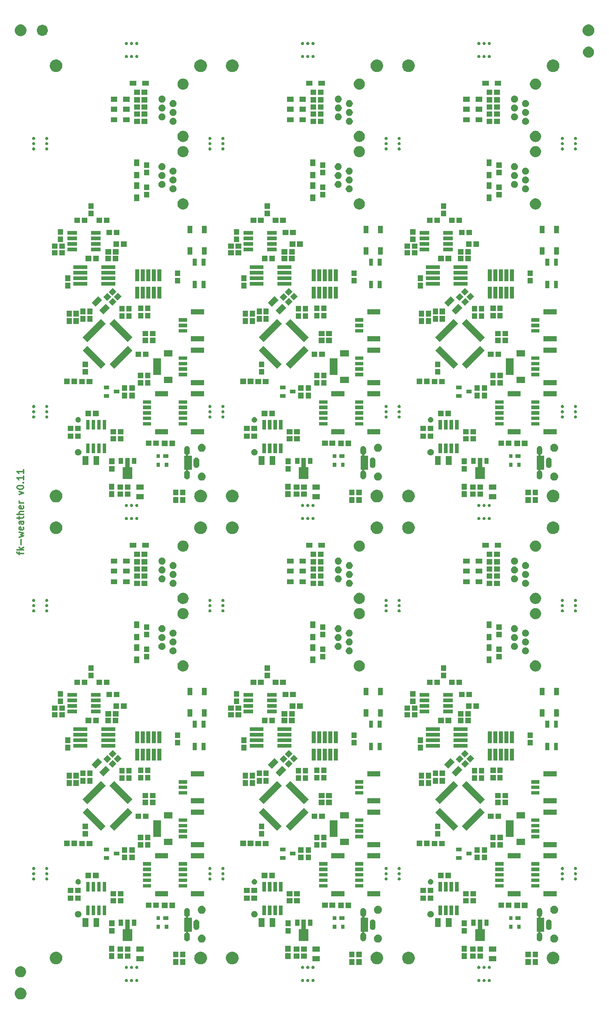
<source format=gbr>
G04 #@! TF.GenerationSoftware,KiCad,Pcbnew,(5.0.0)*
G04 #@! TF.CreationDate,2019-01-02T13:47:13-06:00*
G04 #@! TF.ProjectId,fk-weather-v0.11-02x03,666B2D776561746865722D76302E3131,0.1*
G04 #@! TF.SameCoordinates,PX791ddc0PY791ddc0*
G04 #@! TF.FileFunction,Soldermask,Top*
G04 #@! TF.FilePolarity,Negative*
%FSLAX46Y46*%
G04 Gerber Fmt 4.6, Leading zero omitted, Abs format (unit mm)*
G04 Created by KiCad (PCBNEW (5.0.0)) date 01/02/19 13:47:13*
%MOMM*%
%LPD*%
G01*
G04 APERTURE LIST*
%ADD10C,0.300000*%
%ADD11C,0.100000*%
G04 APERTURE END LIST*
D10*
X-65310029Y-33775114D02*
X-65310029Y-33203685D01*
X-64310029Y-33560828D02*
X-65595743Y-33560828D01*
X-65738600Y-33489400D01*
X-65810029Y-33346542D01*
X-65810029Y-33203685D01*
X-64310029Y-32703685D02*
X-65810029Y-32703685D01*
X-64881458Y-32560828D02*
X-64310029Y-32132257D01*
X-65310029Y-32132257D02*
X-64738600Y-32703685D01*
X-64881458Y-31489400D02*
X-64881458Y-30346542D01*
X-65310029Y-29775114D02*
X-64310029Y-29489400D01*
X-65024315Y-29203685D01*
X-64310029Y-28917971D01*
X-65310029Y-28632257D01*
X-64381458Y-27489400D02*
X-64310029Y-27632257D01*
X-64310029Y-27917971D01*
X-64381458Y-28060828D01*
X-64524315Y-28132257D01*
X-65095743Y-28132257D01*
X-65238600Y-28060828D01*
X-65310029Y-27917971D01*
X-65310029Y-27632257D01*
X-65238600Y-27489400D01*
X-65095743Y-27417971D01*
X-64952886Y-27417971D01*
X-64810029Y-28132257D01*
X-64310029Y-26132257D02*
X-65095743Y-26132257D01*
X-65238600Y-26203685D01*
X-65310029Y-26346542D01*
X-65310029Y-26632257D01*
X-65238600Y-26775114D01*
X-64381458Y-26132257D02*
X-64310029Y-26275114D01*
X-64310029Y-26632257D01*
X-64381458Y-26775114D01*
X-64524315Y-26846542D01*
X-64667172Y-26846542D01*
X-64810029Y-26775114D01*
X-64881458Y-26632257D01*
X-64881458Y-26275114D01*
X-64952886Y-26132257D01*
X-65310029Y-25632257D02*
X-65310029Y-25060828D01*
X-65810029Y-25417971D02*
X-64524315Y-25417971D01*
X-64381458Y-25346542D01*
X-64310029Y-25203685D01*
X-64310029Y-25060828D01*
X-64310029Y-24560828D02*
X-65810029Y-24560828D01*
X-64310029Y-23917971D02*
X-65095743Y-23917971D01*
X-65238600Y-23989400D01*
X-65310029Y-24132257D01*
X-65310029Y-24346542D01*
X-65238600Y-24489400D01*
X-65167172Y-24560828D01*
X-64381458Y-22632257D02*
X-64310029Y-22775114D01*
X-64310029Y-23060828D01*
X-64381458Y-23203685D01*
X-64524315Y-23275114D01*
X-65095743Y-23275114D01*
X-65238600Y-23203685D01*
X-65310029Y-23060828D01*
X-65310029Y-22775114D01*
X-65238600Y-22632257D01*
X-65095743Y-22560828D01*
X-64952886Y-22560828D01*
X-64810029Y-23275114D01*
X-64310029Y-21917971D02*
X-65310029Y-21917971D01*
X-65024315Y-21917971D02*
X-65167172Y-21846542D01*
X-65238600Y-21775114D01*
X-65310029Y-21632257D01*
X-65310029Y-21489400D01*
X-65310029Y-19989400D02*
X-64310029Y-19632257D01*
X-65310029Y-19275114D01*
X-65810029Y-18417971D02*
X-65810029Y-18275114D01*
X-65738600Y-18132257D01*
X-65667172Y-18060828D01*
X-65524315Y-17989400D01*
X-65238600Y-17917971D01*
X-64881458Y-17917971D01*
X-64595743Y-17989400D01*
X-64452886Y-18060828D01*
X-64381458Y-18132257D01*
X-64310029Y-18275114D01*
X-64310029Y-18417971D01*
X-64381458Y-18560828D01*
X-64452886Y-18632257D01*
X-64595743Y-18703685D01*
X-64881458Y-18775114D01*
X-65238600Y-18775114D01*
X-65524315Y-18703685D01*
X-65667172Y-18632257D01*
X-65738600Y-18560828D01*
X-65810029Y-18417971D01*
X-64452886Y-17275114D02*
X-64381458Y-17203685D01*
X-64310029Y-17275114D01*
X-64381458Y-17346542D01*
X-64452886Y-17275114D01*
X-64310029Y-17275114D01*
X-64310029Y-15775114D02*
X-64310029Y-16632257D01*
X-64310029Y-16203685D02*
X-65810029Y-16203685D01*
X-65595743Y-16346542D01*
X-65452886Y-16489400D01*
X-65381458Y-16632257D01*
X-64310029Y-14346542D02*
X-64310029Y-15203685D01*
X-64310029Y-14775114D02*
X-65810029Y-14775114D01*
X-65595743Y-14917971D01*
X-65452886Y-15060828D01*
X-65381458Y-15203685D01*
D11*
G36*
X-64724916Y-133163771D02*
X-64594353Y-133189741D01*
X-64348377Y-133291627D01*
X-64128499Y-133438546D01*
X-64127002Y-133439546D01*
X-63938746Y-133627802D01*
X-63938744Y-133627805D01*
X-63790827Y-133849177D01*
X-63688941Y-134095153D01*
X-63637000Y-134356279D01*
X-63637000Y-134622521D01*
X-63688941Y-134883647D01*
X-63790827Y-135129623D01*
X-63937746Y-135349501D01*
X-63938746Y-135350998D01*
X-64127002Y-135539254D01*
X-64127005Y-135539256D01*
X-64348377Y-135687173D01*
X-64594353Y-135789059D01*
X-64724916Y-135815030D01*
X-64855478Y-135841000D01*
X-65121722Y-135841000D01*
X-65252284Y-135815030D01*
X-65382847Y-135789059D01*
X-65628823Y-135687173D01*
X-65850195Y-135539256D01*
X-65850198Y-135539254D01*
X-66038454Y-135350998D01*
X-66039454Y-135349501D01*
X-66186373Y-135129623D01*
X-66288259Y-134883647D01*
X-66340200Y-134622521D01*
X-66340200Y-134356279D01*
X-66288259Y-134095153D01*
X-66186373Y-133849177D01*
X-66038456Y-133627805D01*
X-66038454Y-133627802D01*
X-65850198Y-133439546D01*
X-65848701Y-133438546D01*
X-65628823Y-133291627D01*
X-65382847Y-133189741D01*
X-65252284Y-133163771D01*
X-65121722Y-133137800D01*
X-64855478Y-133137800D01*
X-64724916Y-133163771D01*
X-64724916Y-133163771D01*
G37*
G36*
X-39386042Y-131151312D02*
X-39322055Y-131177816D01*
X-39264465Y-131216297D01*
X-39215497Y-131265265D01*
X-39177016Y-131322855D01*
X-39150512Y-131386842D01*
X-39137000Y-131454771D01*
X-39137000Y-131524029D01*
X-39150512Y-131591958D01*
X-39177016Y-131655945D01*
X-39215497Y-131713535D01*
X-39264465Y-131762503D01*
X-39264468Y-131762505D01*
X-39322055Y-131800984D01*
X-39386042Y-131827488D01*
X-39453970Y-131841000D01*
X-39523230Y-131841000D01*
X-39591158Y-131827488D01*
X-39655145Y-131800984D01*
X-39712732Y-131762505D01*
X-39712735Y-131762503D01*
X-39761703Y-131713535D01*
X-39800184Y-131655945D01*
X-39826688Y-131591958D01*
X-39840200Y-131524029D01*
X-39840200Y-131454771D01*
X-39826688Y-131386842D01*
X-39800184Y-131322855D01*
X-39761703Y-131265265D01*
X-39712735Y-131216297D01*
X-39655145Y-131177816D01*
X-39591158Y-131151312D01*
X-39523230Y-131137800D01*
X-39453970Y-131137800D01*
X-39386042Y-131151312D01*
X-39386042Y-131151312D01*
G37*
G36*
X-40586042Y-131151312D02*
X-40522055Y-131177816D01*
X-40464465Y-131216297D01*
X-40415497Y-131265265D01*
X-40377016Y-131322855D01*
X-40350512Y-131386842D01*
X-40337000Y-131454771D01*
X-40337000Y-131524029D01*
X-40350512Y-131591958D01*
X-40377016Y-131655945D01*
X-40415497Y-131713535D01*
X-40464465Y-131762503D01*
X-40464468Y-131762505D01*
X-40522055Y-131800984D01*
X-40586042Y-131827488D01*
X-40653970Y-131841000D01*
X-40723230Y-131841000D01*
X-40791158Y-131827488D01*
X-40855145Y-131800984D01*
X-40912732Y-131762505D01*
X-40912735Y-131762503D01*
X-40961703Y-131713535D01*
X-41000184Y-131655945D01*
X-41026688Y-131591958D01*
X-41040200Y-131524029D01*
X-41040200Y-131454771D01*
X-41026688Y-131386842D01*
X-41000184Y-131322855D01*
X-40961703Y-131265265D01*
X-40912735Y-131216297D01*
X-40855145Y-131177816D01*
X-40791158Y-131151312D01*
X-40723230Y-131137800D01*
X-40653970Y-131137800D01*
X-40586042Y-131151312D01*
X-40586042Y-131151312D01*
G37*
G36*
X-38186042Y-131151312D02*
X-38122055Y-131177816D01*
X-38064465Y-131216297D01*
X-38015497Y-131265265D01*
X-37977016Y-131322855D01*
X-37950512Y-131386842D01*
X-37937000Y-131454771D01*
X-37937000Y-131524029D01*
X-37950512Y-131591958D01*
X-37977016Y-131655945D01*
X-38015497Y-131713535D01*
X-38064465Y-131762503D01*
X-38064468Y-131762505D01*
X-38122055Y-131800984D01*
X-38186042Y-131827488D01*
X-38253970Y-131841000D01*
X-38323230Y-131841000D01*
X-38391158Y-131827488D01*
X-38455145Y-131800984D01*
X-38512732Y-131762505D01*
X-38512735Y-131762503D01*
X-38561703Y-131713535D01*
X-38600184Y-131655945D01*
X-38626688Y-131591958D01*
X-38640200Y-131524029D01*
X-38640200Y-131454771D01*
X-38626688Y-131386842D01*
X-38600184Y-131322855D01*
X-38561703Y-131265265D01*
X-38512735Y-131216297D01*
X-38455145Y-131177816D01*
X-38391158Y-131151312D01*
X-38323230Y-131137800D01*
X-38253970Y-131137800D01*
X-38186042Y-131151312D01*
X-38186042Y-131151312D01*
G37*
G36*
X2313958Y-131151312D02*
X2377945Y-131177816D01*
X2435535Y-131216297D01*
X2484503Y-131265265D01*
X2522984Y-131322855D01*
X2549488Y-131386842D01*
X2563000Y-131454771D01*
X2563000Y-131524029D01*
X2549488Y-131591958D01*
X2522984Y-131655945D01*
X2484503Y-131713535D01*
X2435535Y-131762503D01*
X2435532Y-131762505D01*
X2377945Y-131800984D01*
X2313958Y-131827488D01*
X2246030Y-131841000D01*
X2176770Y-131841000D01*
X2108842Y-131827488D01*
X2044855Y-131800984D01*
X1987268Y-131762505D01*
X1987265Y-131762503D01*
X1938297Y-131713535D01*
X1899816Y-131655945D01*
X1873312Y-131591958D01*
X1859800Y-131524029D01*
X1859800Y-131454771D01*
X1873312Y-131386842D01*
X1899816Y-131322855D01*
X1938297Y-131265265D01*
X1987265Y-131216297D01*
X2044855Y-131177816D01*
X2108842Y-131151312D01*
X2176770Y-131137800D01*
X2246030Y-131137800D01*
X2313958Y-131151312D01*
X2313958Y-131151312D01*
G37*
G36*
X1113958Y-131151312D02*
X1177945Y-131177816D01*
X1235535Y-131216297D01*
X1284503Y-131265265D01*
X1322984Y-131322855D01*
X1349488Y-131386842D01*
X1363000Y-131454771D01*
X1363000Y-131524029D01*
X1349488Y-131591958D01*
X1322984Y-131655945D01*
X1284503Y-131713535D01*
X1235535Y-131762503D01*
X1235532Y-131762505D01*
X1177945Y-131800984D01*
X1113958Y-131827488D01*
X1046030Y-131841000D01*
X976770Y-131841000D01*
X908842Y-131827488D01*
X844855Y-131800984D01*
X787268Y-131762505D01*
X787265Y-131762503D01*
X738297Y-131713535D01*
X699816Y-131655945D01*
X673312Y-131591958D01*
X659800Y-131524029D01*
X659800Y-131454771D01*
X673312Y-131386842D01*
X699816Y-131322855D01*
X738297Y-131265265D01*
X787265Y-131216297D01*
X844855Y-131177816D01*
X908842Y-131151312D01*
X976770Y-131137800D01*
X1046030Y-131137800D01*
X1113958Y-131151312D01*
X1113958Y-131151312D01*
G37*
G36*
X-86042Y-131151312D02*
X-22055Y-131177816D01*
X35535Y-131216297D01*
X84503Y-131265265D01*
X122984Y-131322855D01*
X149488Y-131386842D01*
X163000Y-131454771D01*
X163000Y-131524029D01*
X149488Y-131591958D01*
X122984Y-131655945D01*
X84503Y-131713535D01*
X35535Y-131762503D01*
X35532Y-131762505D01*
X-22055Y-131800984D01*
X-86042Y-131827488D01*
X-153970Y-131841000D01*
X-223230Y-131841000D01*
X-291158Y-131827488D01*
X-355145Y-131800984D01*
X-412732Y-131762505D01*
X-412735Y-131762503D01*
X-461703Y-131713535D01*
X-500184Y-131655945D01*
X-526688Y-131591958D01*
X-540200Y-131524029D01*
X-540200Y-131454771D01*
X-526688Y-131386842D01*
X-500184Y-131322855D01*
X-461703Y-131265265D01*
X-412735Y-131216297D01*
X-355145Y-131177816D01*
X-291158Y-131151312D01*
X-223230Y-131137800D01*
X-153970Y-131137800D01*
X-86042Y-131151312D01*
X-86042Y-131151312D01*
G37*
G36*
X40413958Y-131151312D02*
X40477945Y-131177816D01*
X40535535Y-131216297D01*
X40584503Y-131265265D01*
X40622984Y-131322855D01*
X40649488Y-131386842D01*
X40663000Y-131454771D01*
X40663000Y-131524029D01*
X40649488Y-131591958D01*
X40622984Y-131655945D01*
X40584503Y-131713535D01*
X40535535Y-131762503D01*
X40535532Y-131762505D01*
X40477945Y-131800984D01*
X40413958Y-131827488D01*
X40346030Y-131841000D01*
X40276770Y-131841000D01*
X40208842Y-131827488D01*
X40144855Y-131800984D01*
X40087268Y-131762505D01*
X40087265Y-131762503D01*
X40038297Y-131713535D01*
X39999816Y-131655945D01*
X39973312Y-131591958D01*
X39959800Y-131524029D01*
X39959800Y-131454771D01*
X39973312Y-131386842D01*
X39999816Y-131322855D01*
X40038297Y-131265265D01*
X40087265Y-131216297D01*
X40144855Y-131177816D01*
X40208842Y-131151312D01*
X40276770Y-131137800D01*
X40346030Y-131137800D01*
X40413958Y-131151312D01*
X40413958Y-131151312D01*
G37*
G36*
X41613958Y-131151312D02*
X41677945Y-131177816D01*
X41735535Y-131216297D01*
X41784503Y-131265265D01*
X41822984Y-131322855D01*
X41849488Y-131386842D01*
X41863000Y-131454771D01*
X41863000Y-131524029D01*
X41849488Y-131591958D01*
X41822984Y-131655945D01*
X41784503Y-131713535D01*
X41735535Y-131762503D01*
X41735532Y-131762505D01*
X41677945Y-131800984D01*
X41613958Y-131827488D01*
X41546030Y-131841000D01*
X41476770Y-131841000D01*
X41408842Y-131827488D01*
X41344855Y-131800984D01*
X41287268Y-131762505D01*
X41287265Y-131762503D01*
X41238297Y-131713535D01*
X41199816Y-131655945D01*
X41173312Y-131591958D01*
X41159800Y-131524029D01*
X41159800Y-131454771D01*
X41173312Y-131386842D01*
X41199816Y-131322855D01*
X41238297Y-131265265D01*
X41287265Y-131216297D01*
X41344855Y-131177816D01*
X41408842Y-131151312D01*
X41476770Y-131137800D01*
X41546030Y-131137800D01*
X41613958Y-131151312D01*
X41613958Y-131151312D01*
G37*
G36*
X42813958Y-131151312D02*
X42877945Y-131177816D01*
X42935535Y-131216297D01*
X42984503Y-131265265D01*
X43022984Y-131322855D01*
X43049488Y-131386842D01*
X43063000Y-131454771D01*
X43063000Y-131524029D01*
X43049488Y-131591958D01*
X43022984Y-131655945D01*
X42984503Y-131713535D01*
X42935535Y-131762503D01*
X42935532Y-131762505D01*
X42877945Y-131800984D01*
X42813958Y-131827488D01*
X42746030Y-131841000D01*
X42676770Y-131841000D01*
X42608842Y-131827488D01*
X42544855Y-131800984D01*
X42487268Y-131762505D01*
X42487265Y-131762503D01*
X42438297Y-131713535D01*
X42399816Y-131655945D01*
X42373312Y-131591958D01*
X42359800Y-131524029D01*
X42359800Y-131454771D01*
X42373312Y-131386842D01*
X42399816Y-131322855D01*
X42438297Y-131265265D01*
X42487265Y-131216297D01*
X42544855Y-131177816D01*
X42608842Y-131151312D01*
X42676770Y-131137800D01*
X42746030Y-131137800D01*
X42813958Y-131151312D01*
X42813958Y-131151312D01*
G37*
G36*
X-64740836Y-128243802D02*
X-64618155Y-128268205D01*
X-64387029Y-128363941D01*
X-64179019Y-128502929D01*
X-64002129Y-128679819D01*
X-64002127Y-128679822D01*
X-63863141Y-128887829D01*
X-63767405Y-129118955D01*
X-63718600Y-129364316D01*
X-63718600Y-129614484D01*
X-63767405Y-129859845D01*
X-63863141Y-130090971D01*
X-64002129Y-130298981D01*
X-64179019Y-130475871D01*
X-64179022Y-130475873D01*
X-64387029Y-130614859D01*
X-64618155Y-130710595D01*
X-64740836Y-130734998D01*
X-64863514Y-130759400D01*
X-65113686Y-130759400D01*
X-65236364Y-130734998D01*
X-65359045Y-130710595D01*
X-65590171Y-130614859D01*
X-65798178Y-130475873D01*
X-65798181Y-130475871D01*
X-65975071Y-130298981D01*
X-66114059Y-130090971D01*
X-66209795Y-129859845D01*
X-66258600Y-129614484D01*
X-66258600Y-129364316D01*
X-66209795Y-129118955D01*
X-66114059Y-128887829D01*
X-65975073Y-128679822D01*
X-65975071Y-128679819D01*
X-65798181Y-128502929D01*
X-65590171Y-128363941D01*
X-65359045Y-128268205D01*
X-65236364Y-128243802D01*
X-65113686Y-128219400D01*
X-64863514Y-128219400D01*
X-64740836Y-128243802D01*
X-64740836Y-128243802D01*
G37*
G36*
X-39386042Y-128151312D02*
X-39322055Y-128177816D01*
X-39264465Y-128216297D01*
X-39215497Y-128265265D01*
X-39177016Y-128322855D01*
X-39150512Y-128386842D01*
X-39137000Y-128454771D01*
X-39137000Y-128524029D01*
X-39150512Y-128591958D01*
X-39177016Y-128655945D01*
X-39215497Y-128713535D01*
X-39264465Y-128762503D01*
X-39264468Y-128762505D01*
X-39322055Y-128800984D01*
X-39386042Y-128827488D01*
X-39453970Y-128841000D01*
X-39523230Y-128841000D01*
X-39591158Y-128827488D01*
X-39655145Y-128800984D01*
X-39712732Y-128762505D01*
X-39712735Y-128762503D01*
X-39761703Y-128713535D01*
X-39800184Y-128655945D01*
X-39826688Y-128591958D01*
X-39840200Y-128524029D01*
X-39840200Y-128454771D01*
X-39826688Y-128386842D01*
X-39800184Y-128322855D01*
X-39761703Y-128265265D01*
X-39712735Y-128216297D01*
X-39655145Y-128177816D01*
X-39591158Y-128151312D01*
X-39523230Y-128137800D01*
X-39453970Y-128137800D01*
X-39386042Y-128151312D01*
X-39386042Y-128151312D01*
G37*
G36*
X40413958Y-128151312D02*
X40477945Y-128177816D01*
X40535535Y-128216297D01*
X40584503Y-128265265D01*
X40622984Y-128322855D01*
X40649488Y-128386842D01*
X40663000Y-128454771D01*
X40663000Y-128524029D01*
X40649488Y-128591958D01*
X40622984Y-128655945D01*
X40584503Y-128713535D01*
X40535535Y-128762503D01*
X40535532Y-128762505D01*
X40477945Y-128800984D01*
X40413958Y-128827488D01*
X40346030Y-128841000D01*
X40276770Y-128841000D01*
X40208842Y-128827488D01*
X40144855Y-128800984D01*
X40087268Y-128762505D01*
X40087265Y-128762503D01*
X40038297Y-128713535D01*
X39999816Y-128655945D01*
X39973312Y-128591958D01*
X39959800Y-128524029D01*
X39959800Y-128454771D01*
X39973312Y-128386842D01*
X39999816Y-128322855D01*
X40038297Y-128265265D01*
X40087265Y-128216297D01*
X40144855Y-128177816D01*
X40208842Y-128151312D01*
X40276770Y-128137800D01*
X40346030Y-128137800D01*
X40413958Y-128151312D01*
X40413958Y-128151312D01*
G37*
G36*
X41613958Y-128151312D02*
X41677945Y-128177816D01*
X41735535Y-128216297D01*
X41784503Y-128265265D01*
X41822984Y-128322855D01*
X41849488Y-128386842D01*
X41863000Y-128454771D01*
X41863000Y-128524029D01*
X41849488Y-128591958D01*
X41822984Y-128655945D01*
X41784503Y-128713535D01*
X41735535Y-128762503D01*
X41735532Y-128762505D01*
X41677945Y-128800984D01*
X41613958Y-128827488D01*
X41546030Y-128841000D01*
X41476770Y-128841000D01*
X41408842Y-128827488D01*
X41344855Y-128800984D01*
X41287268Y-128762505D01*
X41287265Y-128762503D01*
X41238297Y-128713535D01*
X41199816Y-128655945D01*
X41173312Y-128591958D01*
X41159800Y-128524029D01*
X41159800Y-128454771D01*
X41173312Y-128386842D01*
X41199816Y-128322855D01*
X41238297Y-128265265D01*
X41287265Y-128216297D01*
X41344855Y-128177816D01*
X41408842Y-128151312D01*
X41476770Y-128137800D01*
X41546030Y-128137800D01*
X41613958Y-128151312D01*
X41613958Y-128151312D01*
G37*
G36*
X42813958Y-128151312D02*
X42877945Y-128177816D01*
X42935535Y-128216297D01*
X42984503Y-128265265D01*
X43022984Y-128322855D01*
X43049488Y-128386842D01*
X43063000Y-128454771D01*
X43063000Y-128524029D01*
X43049488Y-128591958D01*
X43022984Y-128655945D01*
X42984503Y-128713535D01*
X42935535Y-128762503D01*
X42935532Y-128762505D01*
X42877945Y-128800984D01*
X42813958Y-128827488D01*
X42746030Y-128841000D01*
X42676770Y-128841000D01*
X42608842Y-128827488D01*
X42544855Y-128800984D01*
X42487268Y-128762505D01*
X42487265Y-128762503D01*
X42438297Y-128713535D01*
X42399816Y-128655945D01*
X42373312Y-128591958D01*
X42359800Y-128524029D01*
X42359800Y-128454771D01*
X42373312Y-128386842D01*
X42399816Y-128322855D01*
X42438297Y-128265265D01*
X42487265Y-128216297D01*
X42544855Y-128177816D01*
X42608842Y-128151312D01*
X42676770Y-128137800D01*
X42746030Y-128137800D01*
X42813958Y-128151312D01*
X42813958Y-128151312D01*
G37*
G36*
X2313958Y-128151312D02*
X2377945Y-128177816D01*
X2435535Y-128216297D01*
X2484503Y-128265265D01*
X2522984Y-128322855D01*
X2549488Y-128386842D01*
X2563000Y-128454771D01*
X2563000Y-128524029D01*
X2549488Y-128591958D01*
X2522984Y-128655945D01*
X2484503Y-128713535D01*
X2435535Y-128762503D01*
X2435532Y-128762505D01*
X2377945Y-128800984D01*
X2313958Y-128827488D01*
X2246030Y-128841000D01*
X2176770Y-128841000D01*
X2108842Y-128827488D01*
X2044855Y-128800984D01*
X1987268Y-128762505D01*
X1987265Y-128762503D01*
X1938297Y-128713535D01*
X1899816Y-128655945D01*
X1873312Y-128591958D01*
X1859800Y-128524029D01*
X1859800Y-128454771D01*
X1873312Y-128386842D01*
X1899816Y-128322855D01*
X1938297Y-128265265D01*
X1987265Y-128216297D01*
X2044855Y-128177816D01*
X2108842Y-128151312D01*
X2176770Y-128137800D01*
X2246030Y-128137800D01*
X2313958Y-128151312D01*
X2313958Y-128151312D01*
G37*
G36*
X1113958Y-128151312D02*
X1177945Y-128177816D01*
X1235535Y-128216297D01*
X1284503Y-128265265D01*
X1322984Y-128322855D01*
X1349488Y-128386842D01*
X1363000Y-128454771D01*
X1363000Y-128524029D01*
X1349488Y-128591958D01*
X1322984Y-128655945D01*
X1284503Y-128713535D01*
X1235535Y-128762503D01*
X1235532Y-128762505D01*
X1177945Y-128800984D01*
X1113958Y-128827488D01*
X1046030Y-128841000D01*
X976770Y-128841000D01*
X908842Y-128827488D01*
X844855Y-128800984D01*
X787268Y-128762505D01*
X787265Y-128762503D01*
X738297Y-128713535D01*
X699816Y-128655945D01*
X673312Y-128591958D01*
X659800Y-128524029D01*
X659800Y-128454771D01*
X673312Y-128386842D01*
X699816Y-128322855D01*
X738297Y-128265265D01*
X787265Y-128216297D01*
X844855Y-128177816D01*
X908842Y-128151312D01*
X976770Y-128137800D01*
X1046030Y-128137800D01*
X1113958Y-128151312D01*
X1113958Y-128151312D01*
G37*
G36*
X-86042Y-128151312D02*
X-22055Y-128177816D01*
X35535Y-128216297D01*
X84503Y-128265265D01*
X122984Y-128322855D01*
X149488Y-128386842D01*
X163000Y-128454771D01*
X163000Y-128524029D01*
X149488Y-128591958D01*
X122984Y-128655945D01*
X84503Y-128713535D01*
X35535Y-128762503D01*
X35532Y-128762505D01*
X-22055Y-128800984D01*
X-86042Y-128827488D01*
X-153970Y-128841000D01*
X-223230Y-128841000D01*
X-291158Y-128827488D01*
X-355145Y-128800984D01*
X-412732Y-128762505D01*
X-412735Y-128762503D01*
X-461703Y-128713535D01*
X-500184Y-128655945D01*
X-526688Y-128591958D01*
X-540200Y-128524029D01*
X-540200Y-128454771D01*
X-526688Y-128386842D01*
X-500184Y-128322855D01*
X-461703Y-128265265D01*
X-412735Y-128216297D01*
X-355145Y-128177816D01*
X-291158Y-128151312D01*
X-223230Y-128137800D01*
X-153970Y-128137800D01*
X-86042Y-128151312D01*
X-86042Y-128151312D01*
G37*
G36*
X-38186042Y-128151312D02*
X-38122055Y-128177816D01*
X-38064465Y-128216297D01*
X-38015497Y-128265265D01*
X-37977016Y-128322855D01*
X-37950512Y-128386842D01*
X-37937000Y-128454771D01*
X-37937000Y-128524029D01*
X-37950512Y-128591958D01*
X-37977016Y-128655945D01*
X-38015497Y-128713535D01*
X-38064465Y-128762503D01*
X-38064468Y-128762505D01*
X-38122055Y-128800984D01*
X-38186042Y-128827488D01*
X-38253970Y-128841000D01*
X-38323230Y-128841000D01*
X-38391158Y-128827488D01*
X-38455145Y-128800984D01*
X-38512732Y-128762505D01*
X-38512735Y-128762503D01*
X-38561703Y-128713535D01*
X-38600184Y-128655945D01*
X-38626688Y-128591958D01*
X-38640200Y-128524029D01*
X-38640200Y-128454771D01*
X-38626688Y-128386842D01*
X-38600184Y-128322855D01*
X-38561703Y-128265265D01*
X-38512735Y-128216297D01*
X-38455145Y-128177816D01*
X-38391158Y-128151312D01*
X-38323230Y-128137800D01*
X-38253970Y-128137800D01*
X-38186042Y-128151312D01*
X-38186042Y-128151312D01*
G37*
G36*
X-40586042Y-128151312D02*
X-40522055Y-128177816D01*
X-40464465Y-128216297D01*
X-40415497Y-128265265D01*
X-40377016Y-128322855D01*
X-40350512Y-128386842D01*
X-40337000Y-128454771D01*
X-40337000Y-128524029D01*
X-40350512Y-128591958D01*
X-40377016Y-128655945D01*
X-40415497Y-128713535D01*
X-40464465Y-128762503D01*
X-40464468Y-128762505D01*
X-40522055Y-128800984D01*
X-40586042Y-128827488D01*
X-40653970Y-128841000D01*
X-40723230Y-128841000D01*
X-40791158Y-128827488D01*
X-40855145Y-128800984D01*
X-40912732Y-128762505D01*
X-40912735Y-128762503D01*
X-40961703Y-128713535D01*
X-41000184Y-128655945D01*
X-41026688Y-128591958D01*
X-41040200Y-128524029D01*
X-41040200Y-128454771D01*
X-41026688Y-128386842D01*
X-41000184Y-128322855D01*
X-40961703Y-128265265D01*
X-40912735Y-128216297D01*
X-40855145Y-128177816D01*
X-40791158Y-128151312D01*
X-40723230Y-128137800D01*
X-40653970Y-128137800D01*
X-40586042Y-128151312D01*
X-40586042Y-128151312D01*
G37*
G36*
X53887800Y-127901400D02*
X52684600Y-127901400D01*
X52684600Y-126598200D01*
X53887800Y-126598200D01*
X53887800Y-127901400D01*
X53887800Y-127901400D01*
G37*
G36*
X-27112200Y-127901400D02*
X-28315400Y-127901400D01*
X-28315400Y-126598200D01*
X-27112200Y-126598200D01*
X-27112200Y-127901400D01*
X-27112200Y-127901400D01*
G37*
G36*
X13387800Y-127901400D02*
X12184600Y-127901400D01*
X12184600Y-126598200D01*
X13387800Y-126598200D01*
X13387800Y-127901400D01*
X13387800Y-127901400D01*
G37*
G36*
X11749500Y-127899000D02*
X10546300Y-127899000D01*
X10546300Y-126595800D01*
X11749500Y-126595800D01*
X11749500Y-127899000D01*
X11749500Y-127899000D01*
G37*
G36*
X52249500Y-127899000D02*
X51046300Y-127899000D01*
X51046300Y-126595800D01*
X52249500Y-126595800D01*
X52249500Y-127899000D01*
X52249500Y-127899000D01*
G37*
G36*
X-28750500Y-127899000D02*
X-29953700Y-127899000D01*
X-29953700Y-126595800D01*
X-28750500Y-126595800D01*
X-28750500Y-127899000D01*
X-28750500Y-127899000D01*
G37*
G36*
X17092926Y-124918829D02*
X17303261Y-124960667D01*
X17567436Y-125070091D01*
X17805186Y-125228951D01*
X18007377Y-125431142D01*
X18166237Y-125668892D01*
X18275661Y-125933067D01*
X18317499Y-126143401D01*
X18331445Y-126213512D01*
X18331445Y-126499454D01*
X18317499Y-126569564D01*
X18275661Y-126779899D01*
X18166237Y-127044074D01*
X18007377Y-127281824D01*
X17805186Y-127484015D01*
X17567436Y-127642875D01*
X17303261Y-127752299D01*
X17092926Y-127794137D01*
X17022816Y-127808083D01*
X16736874Y-127808083D01*
X16666764Y-127794137D01*
X16456429Y-127752299D01*
X16192254Y-127642875D01*
X15954504Y-127484015D01*
X15752313Y-127281824D01*
X15593453Y-127044074D01*
X15484029Y-126779899D01*
X15442191Y-126569564D01*
X15428245Y-126499454D01*
X15428245Y-126213512D01*
X15442191Y-126143401D01*
X15484029Y-125933067D01*
X15593453Y-125668892D01*
X15752313Y-125431142D01*
X15954504Y-125228951D01*
X16192254Y-125070091D01*
X16456429Y-124960667D01*
X16666764Y-124918829D01*
X16736874Y-124904883D01*
X17022816Y-124904883D01*
X17092926Y-124918829D01*
X17092926Y-124918829D01*
G37*
G36*
X-16137074Y-124918829D02*
X-15926739Y-124960667D01*
X-15662564Y-125070091D01*
X-15424814Y-125228951D01*
X-15222623Y-125431142D01*
X-15063763Y-125668892D01*
X-14954339Y-125933067D01*
X-14912501Y-126143401D01*
X-14898555Y-126213512D01*
X-14898555Y-126499454D01*
X-14912501Y-126569564D01*
X-14954339Y-126779899D01*
X-15063763Y-127044074D01*
X-15222623Y-127281824D01*
X-15424814Y-127484015D01*
X-15662564Y-127642875D01*
X-15926739Y-127752299D01*
X-16137074Y-127794137D01*
X-16207184Y-127808083D01*
X-16493126Y-127808083D01*
X-16563236Y-127794137D01*
X-16773571Y-127752299D01*
X-17037746Y-127642875D01*
X-17275496Y-127484015D01*
X-17477687Y-127281824D01*
X-17636547Y-127044074D01*
X-17745971Y-126779899D01*
X-17787809Y-126569564D01*
X-17801755Y-126499454D01*
X-17801755Y-126213512D01*
X-17787809Y-126143401D01*
X-17745971Y-125933067D01*
X-17636547Y-125668892D01*
X-17477687Y-125431142D01*
X-17275496Y-125228951D01*
X-17037746Y-125070091D01*
X-16773571Y-124960667D01*
X-16563236Y-124918829D01*
X-16493126Y-124904883D01*
X-16207184Y-124904883D01*
X-16137074Y-124918829D01*
X-16137074Y-124918829D01*
G37*
G36*
X-23407074Y-124918829D02*
X-23196739Y-124960667D01*
X-22932564Y-125070091D01*
X-22694814Y-125228951D01*
X-22492623Y-125431142D01*
X-22333763Y-125668892D01*
X-22224339Y-125933067D01*
X-22182501Y-126143401D01*
X-22168555Y-126213512D01*
X-22168555Y-126499454D01*
X-22182501Y-126569564D01*
X-22224339Y-126779899D01*
X-22333763Y-127044074D01*
X-22492623Y-127281824D01*
X-22694814Y-127484015D01*
X-22932564Y-127642875D01*
X-23196739Y-127752299D01*
X-23407074Y-127794137D01*
X-23477184Y-127808083D01*
X-23763126Y-127808083D01*
X-23833236Y-127794137D01*
X-24043571Y-127752299D01*
X-24307746Y-127642875D01*
X-24545496Y-127484015D01*
X-24747687Y-127281824D01*
X-24906547Y-127044074D01*
X-25015971Y-126779899D01*
X-25057809Y-126569564D01*
X-25071755Y-126499454D01*
X-25071755Y-126213512D01*
X-25057809Y-126143401D01*
X-25015971Y-125933067D01*
X-24906547Y-125668892D01*
X-24747687Y-125431142D01*
X-24545496Y-125228951D01*
X-24307746Y-125070091D01*
X-24043571Y-124960667D01*
X-23833236Y-124918829D01*
X-23763126Y-124904883D01*
X-23477184Y-124904883D01*
X-23407074Y-124918829D01*
X-23407074Y-124918829D01*
G37*
G36*
X-56637074Y-124918829D02*
X-56426739Y-124960667D01*
X-56162564Y-125070091D01*
X-55924814Y-125228951D01*
X-55722623Y-125431142D01*
X-55563763Y-125668892D01*
X-55454339Y-125933067D01*
X-55412501Y-126143401D01*
X-55398555Y-126213512D01*
X-55398555Y-126499454D01*
X-55412501Y-126569564D01*
X-55454339Y-126779899D01*
X-55563763Y-127044074D01*
X-55722623Y-127281824D01*
X-55924814Y-127484015D01*
X-56162564Y-127642875D01*
X-56426739Y-127752299D01*
X-56637074Y-127794137D01*
X-56707184Y-127808083D01*
X-56993126Y-127808083D01*
X-57063236Y-127794137D01*
X-57273571Y-127752299D01*
X-57537746Y-127642875D01*
X-57775496Y-127484015D01*
X-57977687Y-127281824D01*
X-58136547Y-127044074D01*
X-58245971Y-126779899D01*
X-58287809Y-126569564D01*
X-58301755Y-126499454D01*
X-58301755Y-126213512D01*
X-58287809Y-126143401D01*
X-58245971Y-125933067D01*
X-58136547Y-125668892D01*
X-57977687Y-125431142D01*
X-57775496Y-125228951D01*
X-57537746Y-125070091D01*
X-57273571Y-124960667D01*
X-57063236Y-124918829D01*
X-56993126Y-124904883D01*
X-56707184Y-124904883D01*
X-56637074Y-124918829D01*
X-56637074Y-124918829D01*
G37*
G36*
X24362926Y-124918829D02*
X24573261Y-124960667D01*
X24837436Y-125070091D01*
X25075186Y-125228951D01*
X25277377Y-125431142D01*
X25436237Y-125668892D01*
X25545661Y-125933067D01*
X25587499Y-126143401D01*
X25601445Y-126213512D01*
X25601445Y-126499454D01*
X25587499Y-126569564D01*
X25545661Y-126779899D01*
X25436237Y-127044074D01*
X25277377Y-127281824D01*
X25075186Y-127484015D01*
X24837436Y-127642875D01*
X24573261Y-127752299D01*
X24362926Y-127794137D01*
X24292816Y-127808083D01*
X24006874Y-127808083D01*
X23936764Y-127794137D01*
X23726429Y-127752299D01*
X23462254Y-127642875D01*
X23224504Y-127484015D01*
X23022313Y-127281824D01*
X22863453Y-127044074D01*
X22754029Y-126779899D01*
X22712191Y-126569564D01*
X22698245Y-126499454D01*
X22698245Y-126213512D01*
X22712191Y-126143401D01*
X22754029Y-125933067D01*
X22863453Y-125668892D01*
X23022313Y-125431142D01*
X23224504Y-125228951D01*
X23462254Y-125070091D01*
X23726429Y-124960667D01*
X23936764Y-124918829D01*
X24006874Y-124904883D01*
X24292816Y-124904883D01*
X24362926Y-124918829D01*
X24362926Y-124918829D01*
G37*
G36*
X57592926Y-124918829D02*
X57803261Y-124960667D01*
X58067436Y-125070091D01*
X58305186Y-125228951D01*
X58507377Y-125431142D01*
X58666237Y-125668892D01*
X58775661Y-125933067D01*
X58817499Y-126143401D01*
X58831445Y-126213512D01*
X58831445Y-126499454D01*
X58817499Y-126569564D01*
X58775661Y-126779899D01*
X58666237Y-127044074D01*
X58507377Y-127281824D01*
X58305186Y-127484015D01*
X58067436Y-127642875D01*
X57803261Y-127752299D01*
X57592926Y-127794137D01*
X57522816Y-127808083D01*
X57236874Y-127808083D01*
X57166764Y-127794137D01*
X56956429Y-127752299D01*
X56692254Y-127642875D01*
X56454504Y-127484015D01*
X56252313Y-127281824D01*
X56093453Y-127044074D01*
X55984029Y-126779899D01*
X55942191Y-126569564D01*
X55928245Y-126499454D01*
X55928245Y-126213512D01*
X55942191Y-126143401D01*
X55984029Y-125933067D01*
X56093453Y-125668892D01*
X56252313Y-125431142D01*
X56454504Y-125228951D01*
X56692254Y-125070091D01*
X56956429Y-124960667D01*
X57166764Y-124918829D01*
X57236874Y-124904883D01*
X57522816Y-124904883D01*
X57592926Y-124918829D01*
X57592926Y-124918829D01*
G37*
G36*
X3790408Y-127089362D02*
X2087208Y-127089362D01*
X2087208Y-125886162D01*
X3790408Y-125886162D01*
X3790408Y-127089362D01*
X3790408Y-127089362D01*
G37*
G36*
X44290408Y-127089362D02*
X42587208Y-127089362D01*
X42587208Y-125886162D01*
X44290408Y-125886162D01*
X44290408Y-127089362D01*
X44290408Y-127089362D01*
G37*
G36*
X-36709592Y-127089362D02*
X-38412792Y-127089362D01*
X-38412792Y-125886162D01*
X-36709592Y-125886162D01*
X-36709592Y-127089362D01*
X-36709592Y-127089362D01*
G37*
G36*
X-43461992Y-126571862D02*
X-44665192Y-126571862D01*
X-44665192Y-125268662D01*
X-43461992Y-125268662D01*
X-43461992Y-126571862D01*
X-43461992Y-126571862D01*
G37*
G36*
X-2961992Y-126571862D02*
X-4165192Y-126571862D01*
X-4165192Y-125268662D01*
X-2961992Y-125268662D01*
X-2961992Y-126571862D01*
X-2961992Y-126571862D01*
G37*
G36*
X37538008Y-126571862D02*
X36334808Y-126571862D01*
X36334808Y-125268662D01*
X37538008Y-125268662D01*
X37538008Y-126571862D01*
X37538008Y-126571862D01*
G37*
G36*
X782808Y-126530917D02*
X-520392Y-126530917D01*
X-520392Y-125327717D01*
X782808Y-125327717D01*
X782808Y-126530917D01*
X782808Y-126530917D01*
G37*
G36*
X41282808Y-126530917D02*
X39979608Y-126530917D01*
X39979608Y-125327717D01*
X41282808Y-125327717D01*
X41282808Y-126530917D01*
X41282808Y-126530917D01*
G37*
G36*
X39582808Y-126530917D02*
X38279608Y-126530917D01*
X38279608Y-125327717D01*
X39582808Y-125327717D01*
X39582808Y-126530917D01*
X39582808Y-126530917D01*
G37*
G36*
X-917192Y-126530917D02*
X-2220392Y-126530917D01*
X-2220392Y-125327717D01*
X-917192Y-125327717D01*
X-917192Y-126530917D01*
X-917192Y-126530917D01*
G37*
G36*
X-39717192Y-126530917D02*
X-41020392Y-126530917D01*
X-41020392Y-125327717D01*
X-39717192Y-125327717D01*
X-39717192Y-126530917D01*
X-39717192Y-126530917D01*
G37*
G36*
X-41417192Y-126530917D02*
X-42720392Y-126530917D01*
X-42720392Y-125327717D01*
X-41417192Y-125327717D01*
X-41417192Y-126530917D01*
X-41417192Y-126530917D01*
G37*
G36*
X13387800Y-126201400D02*
X12184600Y-126201400D01*
X12184600Y-124898200D01*
X13387800Y-124898200D01*
X13387800Y-126201400D01*
X13387800Y-126201400D01*
G37*
G36*
X53887800Y-126201400D02*
X52684600Y-126201400D01*
X52684600Y-124898200D01*
X53887800Y-124898200D01*
X53887800Y-126201400D01*
X53887800Y-126201400D01*
G37*
G36*
X-27112200Y-126201400D02*
X-28315400Y-126201400D01*
X-28315400Y-124898200D01*
X-27112200Y-124898200D01*
X-27112200Y-126201400D01*
X-27112200Y-126201400D01*
G37*
G36*
X52249500Y-126199000D02*
X51046300Y-126199000D01*
X51046300Y-124895800D01*
X52249500Y-124895800D01*
X52249500Y-126199000D01*
X52249500Y-126199000D01*
G37*
G36*
X11749500Y-126199000D02*
X10546300Y-126199000D01*
X10546300Y-124895800D01*
X11749500Y-124895800D01*
X11749500Y-126199000D01*
X11749500Y-126199000D01*
G37*
G36*
X-28750500Y-126199000D02*
X-29953700Y-126199000D01*
X-29953700Y-124895800D01*
X-28750500Y-124895800D01*
X-28750500Y-126199000D01*
X-28750500Y-126199000D01*
G37*
G36*
X-36709592Y-124889362D02*
X-38412792Y-124889362D01*
X-38412792Y-123686162D01*
X-36709592Y-123686162D01*
X-36709592Y-124889362D01*
X-36709592Y-124889362D01*
G37*
G36*
X3790408Y-124889362D02*
X2087208Y-124889362D01*
X2087208Y-123686162D01*
X3790408Y-123686162D01*
X3790408Y-124889362D01*
X3790408Y-124889362D01*
G37*
G36*
X44290408Y-124889362D02*
X42587208Y-124889362D01*
X42587208Y-123686162D01*
X44290408Y-123686162D01*
X44290408Y-124889362D01*
X44290408Y-124889362D01*
G37*
G36*
X41282808Y-124884462D02*
X39979608Y-124884462D01*
X39979608Y-123681262D01*
X41282808Y-123681262D01*
X41282808Y-124884462D01*
X41282808Y-124884462D01*
G37*
G36*
X39582808Y-124884462D02*
X38279608Y-124884462D01*
X38279608Y-123681262D01*
X39582808Y-123681262D01*
X39582808Y-124884462D01*
X39582808Y-124884462D01*
G37*
G36*
X782808Y-124884462D02*
X-520392Y-124884462D01*
X-520392Y-123681262D01*
X782808Y-123681262D01*
X782808Y-124884462D01*
X782808Y-124884462D01*
G37*
G36*
X-917192Y-124884462D02*
X-2220392Y-124884462D01*
X-2220392Y-123681262D01*
X-917192Y-123681262D01*
X-917192Y-124884462D01*
X-917192Y-124884462D01*
G37*
G36*
X-39717192Y-124884462D02*
X-41020392Y-124884462D01*
X-41020392Y-123681262D01*
X-39717192Y-123681262D01*
X-39717192Y-124884462D01*
X-39717192Y-124884462D01*
G37*
G36*
X-41417192Y-124884462D02*
X-42720392Y-124884462D01*
X-42720392Y-123681262D01*
X-41417192Y-123681262D01*
X-41417192Y-124884462D01*
X-41417192Y-124884462D01*
G37*
G36*
X37538008Y-124871862D02*
X36334808Y-124871862D01*
X36334808Y-123568662D01*
X37538008Y-123568662D01*
X37538008Y-124871862D01*
X37538008Y-124871862D01*
G37*
G36*
X-2961992Y-124871862D02*
X-4165192Y-124871862D01*
X-4165192Y-123568662D01*
X-2961992Y-123568662D01*
X-2961992Y-124871862D01*
X-2961992Y-124871862D01*
G37*
G36*
X-43461992Y-124871862D02*
X-44665192Y-124871862D01*
X-44665192Y-123568662D01*
X-43461992Y-123568662D01*
X-43461992Y-124871862D01*
X-43461992Y-124871862D01*
G37*
G36*
X57810341Y-120963345D02*
X57810344Y-120963346D01*
X57980297Y-121014900D01*
X58136926Y-121098620D01*
X58136928Y-121098621D01*
X58136927Y-121098621D01*
X58274212Y-121211288D01*
X58386881Y-121348574D01*
X58470598Y-121505199D01*
X58522155Y-121675160D01*
X58535200Y-121807609D01*
X58535200Y-121947192D01*
X58522155Y-122079641D01*
X58522154Y-122079643D01*
X58522154Y-122079644D01*
X58470600Y-122249597D01*
X58386880Y-122406226D01*
X58334820Y-122469661D01*
X58274212Y-122543512D01*
X58136926Y-122656181D01*
X57980301Y-122739898D01*
X57980298Y-122739899D01*
X57980296Y-122739900D01*
X57837015Y-122783363D01*
X57810340Y-122791455D01*
X57633600Y-122808862D01*
X57456859Y-122791455D01*
X57425218Y-122781857D01*
X57286903Y-122739900D01*
X57130274Y-122656180D01*
X56992988Y-122543512D01*
X56942155Y-122481572D01*
X56880319Y-122406226D01*
X56796602Y-122249601D01*
X56782515Y-122203161D01*
X56745046Y-122079643D01*
X56745045Y-122079640D01*
X56732000Y-121947191D01*
X56732000Y-121807608D01*
X56745045Y-121675159D01*
X56796601Y-121505201D01*
X56880321Y-121348573D01*
X56992988Y-121211288D01*
X57130274Y-121098619D01*
X57286899Y-121014902D01*
X57286902Y-121014901D01*
X57286904Y-121014900D01*
X57456857Y-120963346D01*
X57456860Y-120963345D01*
X57633600Y-120945938D01*
X57810341Y-120963345D01*
X57810341Y-120963345D01*
G37*
G36*
X-23189659Y-120963345D02*
X-23189656Y-120963346D01*
X-23019703Y-121014900D01*
X-22863074Y-121098620D01*
X-22863072Y-121098621D01*
X-22863073Y-121098621D01*
X-22725788Y-121211288D01*
X-22613119Y-121348574D01*
X-22529402Y-121505199D01*
X-22477845Y-121675160D01*
X-22464800Y-121807609D01*
X-22464800Y-121947192D01*
X-22477845Y-122079641D01*
X-22477846Y-122079643D01*
X-22477846Y-122079644D01*
X-22529400Y-122249597D01*
X-22613120Y-122406226D01*
X-22665180Y-122469661D01*
X-22725788Y-122543512D01*
X-22863074Y-122656181D01*
X-23019699Y-122739898D01*
X-23019702Y-122739899D01*
X-23019704Y-122739900D01*
X-23162985Y-122783363D01*
X-23189660Y-122791455D01*
X-23366400Y-122808862D01*
X-23543141Y-122791455D01*
X-23574782Y-122781857D01*
X-23713097Y-122739900D01*
X-23869726Y-122656180D01*
X-24007012Y-122543512D01*
X-24057845Y-122481572D01*
X-24119681Y-122406226D01*
X-24203398Y-122249601D01*
X-24217485Y-122203161D01*
X-24254954Y-122079643D01*
X-24254955Y-122079640D01*
X-24268000Y-121947191D01*
X-24268000Y-121807608D01*
X-24254955Y-121675159D01*
X-24203399Y-121505201D01*
X-24119679Y-121348573D01*
X-24007012Y-121211288D01*
X-23869726Y-121098619D01*
X-23713101Y-121014902D01*
X-23713098Y-121014901D01*
X-23713096Y-121014900D01*
X-23543143Y-120963346D01*
X-23543140Y-120963345D01*
X-23366400Y-120945938D01*
X-23189659Y-120963345D01*
X-23189659Y-120963345D01*
G37*
G36*
X17310341Y-120963345D02*
X17310344Y-120963346D01*
X17480297Y-121014900D01*
X17636926Y-121098620D01*
X17636928Y-121098621D01*
X17636927Y-121098621D01*
X17774212Y-121211288D01*
X17886881Y-121348574D01*
X17970598Y-121505199D01*
X18022155Y-121675160D01*
X18035200Y-121807609D01*
X18035200Y-121947192D01*
X18022155Y-122079641D01*
X18022154Y-122079643D01*
X18022154Y-122079644D01*
X17970600Y-122249597D01*
X17886880Y-122406226D01*
X17834820Y-122469661D01*
X17774212Y-122543512D01*
X17636926Y-122656181D01*
X17480301Y-122739898D01*
X17480298Y-122739899D01*
X17480296Y-122739900D01*
X17337015Y-122783363D01*
X17310340Y-122791455D01*
X17133600Y-122808862D01*
X16956859Y-122791455D01*
X16925218Y-122781857D01*
X16786903Y-122739900D01*
X16630274Y-122656180D01*
X16492988Y-122543512D01*
X16442155Y-122481572D01*
X16380319Y-122406226D01*
X16296602Y-122249601D01*
X16282515Y-122203161D01*
X16245046Y-122079643D01*
X16245045Y-122079640D01*
X16232000Y-121947191D01*
X16232000Y-121807608D01*
X16245045Y-121675159D01*
X16296601Y-121505201D01*
X16380321Y-121348573D01*
X16492988Y-121211288D01*
X16630274Y-121098619D01*
X16786899Y-121014902D01*
X16786902Y-121014901D01*
X16786904Y-121014900D01*
X16956857Y-120963346D01*
X16956860Y-120963345D01*
X17133600Y-120945938D01*
X17310341Y-120963345D01*
X17310341Y-120963345D01*
G37*
G36*
X54379131Y-114897228D02*
X54379134Y-114897229D01*
X54379135Y-114897229D01*
X54501962Y-114934488D01*
X54501964Y-114934489D01*
X54615161Y-114994994D01*
X54712845Y-115075160D01*
X54714380Y-115076420D01*
X54795806Y-115175639D01*
X54856312Y-115288837D01*
X54893571Y-115411664D01*
X54893572Y-115411668D01*
X54903000Y-115507394D01*
X54903000Y-116271406D01*
X54893572Y-116367132D01*
X54893571Y-116367135D01*
X54893571Y-116367136D01*
X54856312Y-116489963D01*
X54795806Y-116603161D01*
X54714380Y-116702380D01*
X54615161Y-116783806D01*
X54615159Y-116783807D01*
X54533304Y-116827560D01*
X54512930Y-116841174D01*
X54495602Y-116858501D01*
X54481989Y-116878876D01*
X54472611Y-116901515D01*
X54467831Y-116925548D01*
X54467831Y-116950052D01*
X54472612Y-116974086D01*
X54481989Y-116996725D01*
X54495603Y-117017099D01*
X54512930Y-117034427D01*
X54533305Y-117048040D01*
X54555944Y-117057418D01*
X54592229Y-117062800D01*
X55353000Y-117062800D01*
X55353000Y-120316000D01*
X54592228Y-120316000D01*
X54567842Y-120318402D01*
X54544393Y-120325515D01*
X54522782Y-120337066D01*
X54503840Y-120352612D01*
X54488294Y-120371554D01*
X54476743Y-120393165D01*
X54469630Y-120416614D01*
X54467228Y-120441000D01*
X54469630Y-120465386D01*
X54476743Y-120488835D01*
X54488294Y-120510446D01*
X54503840Y-120529388D01*
X54533303Y-120551240D01*
X54615161Y-120594994D01*
X54714378Y-120676418D01*
X54714380Y-120676420D01*
X54795806Y-120775639D01*
X54856312Y-120888837D01*
X54878914Y-120963346D01*
X54893572Y-121011668D01*
X54903000Y-121107394D01*
X54903000Y-121871406D01*
X54893572Y-121967132D01*
X54893571Y-121967135D01*
X54893571Y-121967136D01*
X54856312Y-122089963D01*
X54795806Y-122203161D01*
X54714380Y-122302380D01*
X54615161Y-122383806D01*
X54501963Y-122444312D01*
X54379136Y-122481571D01*
X54379135Y-122481571D01*
X54379132Y-122481572D01*
X54251400Y-122494152D01*
X54123669Y-122481572D01*
X54123666Y-122481571D01*
X54123665Y-122481571D01*
X54000838Y-122444312D01*
X53887640Y-122383806D01*
X53788421Y-122302380D01*
X53706995Y-122203161D01*
X53646488Y-122089963D01*
X53646487Y-122089961D01*
X53609228Y-121967137D01*
X53599800Y-121871406D01*
X53599800Y-121107395D01*
X53609228Y-121011669D01*
X53609229Y-121011665D01*
X53646488Y-120888838D01*
X53706993Y-120775641D01*
X53706994Y-120775639D01*
X53788418Y-120676422D01*
X53788420Y-120676420D01*
X53887639Y-120594994D01*
X53969496Y-120551240D01*
X53989870Y-120537626D01*
X54007198Y-120520299D01*
X54020811Y-120499924D01*
X54030189Y-120477285D01*
X54034969Y-120453252D01*
X54034969Y-120428748D01*
X54030188Y-120404714D01*
X54020811Y-120382075D01*
X54007197Y-120361701D01*
X53989870Y-120344373D01*
X53969495Y-120330760D01*
X53946856Y-120321382D01*
X53910571Y-120316000D01*
X53649800Y-120316000D01*
X53649800Y-117062800D01*
X53910572Y-117062800D01*
X53934958Y-117060398D01*
X53958407Y-117053285D01*
X53980018Y-117041734D01*
X53998960Y-117026188D01*
X54014506Y-117007246D01*
X54026057Y-116985635D01*
X54033170Y-116962186D01*
X54035572Y-116937800D01*
X54033170Y-116913414D01*
X54026057Y-116889965D01*
X54014506Y-116868354D01*
X53998960Y-116849412D01*
X53969497Y-116827560D01*
X53887642Y-116783807D01*
X53887640Y-116783806D01*
X53788421Y-116702380D01*
X53706995Y-116603161D01*
X53646488Y-116489963D01*
X53646487Y-116489961D01*
X53609228Y-116367137D01*
X53599800Y-116271406D01*
X53599800Y-115507395D01*
X53609228Y-115411669D01*
X53609229Y-115411665D01*
X53646488Y-115288838D01*
X53689906Y-115207609D01*
X53706994Y-115175639D01*
X53788418Y-115076422D01*
X53788420Y-115076420D01*
X53887639Y-114994994D01*
X54000837Y-114934488D01*
X54123664Y-114897229D01*
X54123665Y-114897229D01*
X54123668Y-114897228D01*
X54251400Y-114884648D01*
X54379131Y-114897228D01*
X54379131Y-114897228D01*
G37*
G36*
X-26620869Y-114897228D02*
X-26620866Y-114897229D01*
X-26620865Y-114897229D01*
X-26498038Y-114934488D01*
X-26498036Y-114934489D01*
X-26384839Y-114994994D01*
X-26287155Y-115075160D01*
X-26285620Y-115076420D01*
X-26204194Y-115175639D01*
X-26143688Y-115288837D01*
X-26106429Y-115411664D01*
X-26106428Y-115411668D01*
X-26097000Y-115507394D01*
X-26097000Y-116271406D01*
X-26106428Y-116367132D01*
X-26106429Y-116367135D01*
X-26106429Y-116367136D01*
X-26143688Y-116489963D01*
X-26204194Y-116603161D01*
X-26285620Y-116702380D01*
X-26384839Y-116783806D01*
X-26384841Y-116783807D01*
X-26466696Y-116827560D01*
X-26487070Y-116841174D01*
X-26504398Y-116858501D01*
X-26518011Y-116878876D01*
X-26527389Y-116901515D01*
X-26532169Y-116925548D01*
X-26532169Y-116950052D01*
X-26527388Y-116974086D01*
X-26518011Y-116996725D01*
X-26504397Y-117017099D01*
X-26487070Y-117034427D01*
X-26466695Y-117048040D01*
X-26444056Y-117057418D01*
X-26407771Y-117062800D01*
X-25647000Y-117062800D01*
X-25647000Y-120316000D01*
X-26407772Y-120316000D01*
X-26432158Y-120318402D01*
X-26455607Y-120325515D01*
X-26477218Y-120337066D01*
X-26496160Y-120352612D01*
X-26511706Y-120371554D01*
X-26523257Y-120393165D01*
X-26530370Y-120416614D01*
X-26532772Y-120441000D01*
X-26530370Y-120465386D01*
X-26523257Y-120488835D01*
X-26511706Y-120510446D01*
X-26496160Y-120529388D01*
X-26466697Y-120551240D01*
X-26384839Y-120594994D01*
X-26285622Y-120676418D01*
X-26285620Y-120676420D01*
X-26204194Y-120775639D01*
X-26143688Y-120888837D01*
X-26121086Y-120963346D01*
X-26106428Y-121011668D01*
X-26097000Y-121107394D01*
X-26097000Y-121871406D01*
X-26106428Y-121967132D01*
X-26106429Y-121967135D01*
X-26106429Y-121967136D01*
X-26143688Y-122089963D01*
X-26204194Y-122203161D01*
X-26285620Y-122302380D01*
X-26384839Y-122383806D01*
X-26498037Y-122444312D01*
X-26620864Y-122481571D01*
X-26620865Y-122481571D01*
X-26620868Y-122481572D01*
X-26748600Y-122494152D01*
X-26876331Y-122481572D01*
X-26876334Y-122481571D01*
X-26876335Y-122481571D01*
X-26999162Y-122444312D01*
X-27112360Y-122383806D01*
X-27211579Y-122302380D01*
X-27293005Y-122203161D01*
X-27353512Y-122089963D01*
X-27353513Y-122089961D01*
X-27390772Y-121967137D01*
X-27400200Y-121871406D01*
X-27400200Y-121107395D01*
X-27390772Y-121011669D01*
X-27390771Y-121011665D01*
X-27353512Y-120888838D01*
X-27293007Y-120775641D01*
X-27293006Y-120775639D01*
X-27211582Y-120676422D01*
X-27211580Y-120676420D01*
X-27112361Y-120594994D01*
X-27030504Y-120551240D01*
X-27010130Y-120537626D01*
X-26992802Y-120520299D01*
X-26979189Y-120499924D01*
X-26969811Y-120477285D01*
X-26965031Y-120453252D01*
X-26965031Y-120428748D01*
X-26969812Y-120404714D01*
X-26979189Y-120382075D01*
X-26992803Y-120361701D01*
X-27010130Y-120344373D01*
X-27030505Y-120330760D01*
X-27053144Y-120321382D01*
X-27089429Y-120316000D01*
X-27350200Y-120316000D01*
X-27350200Y-117062800D01*
X-27089428Y-117062800D01*
X-27065042Y-117060398D01*
X-27041593Y-117053285D01*
X-27019982Y-117041734D01*
X-27001040Y-117026188D01*
X-26985494Y-117007246D01*
X-26973943Y-116985635D01*
X-26966830Y-116962186D01*
X-26964428Y-116937800D01*
X-26966830Y-116913414D01*
X-26973943Y-116889965D01*
X-26985494Y-116868354D01*
X-27001040Y-116849412D01*
X-27030503Y-116827560D01*
X-27112358Y-116783807D01*
X-27112360Y-116783806D01*
X-27211579Y-116702380D01*
X-27293005Y-116603161D01*
X-27353512Y-116489963D01*
X-27353513Y-116489961D01*
X-27390772Y-116367137D01*
X-27400200Y-116271406D01*
X-27400200Y-115507395D01*
X-27390772Y-115411669D01*
X-27390771Y-115411665D01*
X-27353512Y-115288838D01*
X-27310094Y-115207609D01*
X-27293006Y-115175639D01*
X-27211582Y-115076422D01*
X-27211580Y-115076420D01*
X-27112361Y-114994994D01*
X-26999163Y-114934488D01*
X-26876336Y-114897229D01*
X-26876335Y-114897229D01*
X-26876332Y-114897228D01*
X-26748600Y-114884648D01*
X-26620869Y-114897228D01*
X-26620869Y-114897228D01*
G37*
G36*
X13879131Y-114897228D02*
X13879134Y-114897229D01*
X13879135Y-114897229D01*
X14001962Y-114934488D01*
X14001964Y-114934489D01*
X14115161Y-114994994D01*
X14212845Y-115075160D01*
X14214380Y-115076420D01*
X14295806Y-115175639D01*
X14356312Y-115288837D01*
X14393571Y-115411664D01*
X14393572Y-115411668D01*
X14403000Y-115507394D01*
X14403000Y-116271406D01*
X14393572Y-116367132D01*
X14393571Y-116367135D01*
X14393571Y-116367136D01*
X14356312Y-116489963D01*
X14295806Y-116603161D01*
X14214380Y-116702380D01*
X14115161Y-116783806D01*
X14115159Y-116783807D01*
X14033304Y-116827560D01*
X14012930Y-116841174D01*
X13995602Y-116858501D01*
X13981989Y-116878876D01*
X13972611Y-116901515D01*
X13967831Y-116925548D01*
X13967831Y-116950052D01*
X13972612Y-116974086D01*
X13981989Y-116996725D01*
X13995603Y-117017099D01*
X14012930Y-117034427D01*
X14033305Y-117048040D01*
X14055944Y-117057418D01*
X14092229Y-117062800D01*
X14853000Y-117062800D01*
X14853000Y-120316000D01*
X14092228Y-120316000D01*
X14067842Y-120318402D01*
X14044393Y-120325515D01*
X14022782Y-120337066D01*
X14003840Y-120352612D01*
X13988294Y-120371554D01*
X13976743Y-120393165D01*
X13969630Y-120416614D01*
X13967228Y-120441000D01*
X13969630Y-120465386D01*
X13976743Y-120488835D01*
X13988294Y-120510446D01*
X14003840Y-120529388D01*
X14033303Y-120551240D01*
X14115161Y-120594994D01*
X14214378Y-120676418D01*
X14214380Y-120676420D01*
X14295806Y-120775639D01*
X14356312Y-120888837D01*
X14378914Y-120963346D01*
X14393572Y-121011668D01*
X14403000Y-121107394D01*
X14403000Y-121871406D01*
X14393572Y-121967132D01*
X14393571Y-121967135D01*
X14393571Y-121967136D01*
X14356312Y-122089963D01*
X14295806Y-122203161D01*
X14214380Y-122302380D01*
X14115161Y-122383806D01*
X14001963Y-122444312D01*
X13879136Y-122481571D01*
X13879135Y-122481571D01*
X13879132Y-122481572D01*
X13751400Y-122494152D01*
X13623669Y-122481572D01*
X13623666Y-122481571D01*
X13623665Y-122481571D01*
X13500838Y-122444312D01*
X13387640Y-122383806D01*
X13288421Y-122302380D01*
X13206995Y-122203161D01*
X13146488Y-122089963D01*
X13146487Y-122089961D01*
X13109228Y-121967137D01*
X13099800Y-121871406D01*
X13099800Y-121107395D01*
X13109228Y-121011669D01*
X13109229Y-121011665D01*
X13146488Y-120888838D01*
X13206993Y-120775641D01*
X13206994Y-120775639D01*
X13288418Y-120676422D01*
X13288420Y-120676420D01*
X13387639Y-120594994D01*
X13469496Y-120551240D01*
X13489870Y-120537626D01*
X13507198Y-120520299D01*
X13520811Y-120499924D01*
X13530189Y-120477285D01*
X13534969Y-120453252D01*
X13534969Y-120428748D01*
X13530188Y-120404714D01*
X13520811Y-120382075D01*
X13507197Y-120361701D01*
X13489870Y-120344373D01*
X13469495Y-120330760D01*
X13446856Y-120321382D01*
X13410571Y-120316000D01*
X13149800Y-120316000D01*
X13149800Y-117062800D01*
X13410572Y-117062800D01*
X13434958Y-117060398D01*
X13458407Y-117053285D01*
X13480018Y-117041734D01*
X13498960Y-117026188D01*
X13514506Y-117007246D01*
X13526057Y-116985635D01*
X13533170Y-116962186D01*
X13535572Y-116937800D01*
X13533170Y-116913414D01*
X13526057Y-116889965D01*
X13514506Y-116868354D01*
X13498960Y-116849412D01*
X13469497Y-116827560D01*
X13387642Y-116783807D01*
X13387640Y-116783806D01*
X13288421Y-116702380D01*
X13206995Y-116603161D01*
X13146488Y-116489963D01*
X13146487Y-116489961D01*
X13109228Y-116367137D01*
X13099800Y-116271406D01*
X13099800Y-115507395D01*
X13109228Y-115411669D01*
X13109229Y-115411665D01*
X13146488Y-115288838D01*
X13189906Y-115207609D01*
X13206994Y-115175639D01*
X13288418Y-115076422D01*
X13288420Y-115076420D01*
X13387639Y-114994994D01*
X13500837Y-114934488D01*
X13623664Y-114897229D01*
X13623665Y-114897229D01*
X13623668Y-114897228D01*
X13751400Y-114884648D01*
X13879131Y-114897228D01*
X13879131Y-114897228D01*
G37*
G36*
X576915Y-119641461D02*
X579317Y-119665847D01*
X586430Y-119689296D01*
X597981Y-119710907D01*
X613527Y-119729849D01*
X632469Y-119745395D01*
X654080Y-119756946D01*
X677529Y-119764059D01*
X701915Y-119766461D01*
X1176915Y-119766461D01*
X1176915Y-122469661D01*
X-1026285Y-122469661D01*
X-1026285Y-119766461D01*
X-551285Y-119766461D01*
X-526899Y-119764059D01*
X-503450Y-119756946D01*
X-481839Y-119745395D01*
X-462897Y-119729849D01*
X-447351Y-119710907D01*
X-435800Y-119689296D01*
X-428687Y-119665847D01*
X-426285Y-119641461D01*
X-426285Y-117566461D01*
X576915Y-117566461D01*
X576915Y-119641461D01*
X576915Y-119641461D01*
G37*
G36*
X41076915Y-119641461D02*
X41079317Y-119665847D01*
X41086430Y-119689296D01*
X41097981Y-119710907D01*
X41113527Y-119729849D01*
X41132469Y-119745395D01*
X41154080Y-119756946D01*
X41177529Y-119764059D01*
X41201915Y-119766461D01*
X41676915Y-119766461D01*
X41676915Y-122469661D01*
X39473715Y-122469661D01*
X39473715Y-119766461D01*
X39948715Y-119766461D01*
X39973101Y-119764059D01*
X39996550Y-119756946D01*
X40018161Y-119745395D01*
X40037103Y-119729849D01*
X40052649Y-119710907D01*
X40064200Y-119689296D01*
X40071313Y-119665847D01*
X40073715Y-119641461D01*
X40073715Y-117566461D01*
X41076915Y-117566461D01*
X41076915Y-119641461D01*
X41076915Y-119641461D01*
G37*
G36*
X-39923085Y-119641461D02*
X-39920683Y-119665847D01*
X-39913570Y-119689296D01*
X-39902019Y-119710907D01*
X-39886473Y-119729849D01*
X-39867531Y-119745395D01*
X-39845920Y-119756946D01*
X-39822471Y-119764059D01*
X-39798085Y-119766461D01*
X-39323085Y-119766461D01*
X-39323085Y-122469661D01*
X-41526285Y-122469661D01*
X-41526285Y-119766461D01*
X-41051285Y-119766461D01*
X-41026899Y-119764059D01*
X-41003450Y-119756946D01*
X-40981839Y-119745395D01*
X-40962897Y-119729849D01*
X-40947351Y-119710907D01*
X-40935800Y-119689296D01*
X-40928687Y-119665847D01*
X-40926285Y-119641461D01*
X-40926285Y-117566461D01*
X-39923085Y-117566461D01*
X-39923085Y-119641461D01*
X-39923085Y-119641461D01*
G37*
G36*
X37571515Y-120734861D02*
X36368315Y-120734861D01*
X36368315Y-119431661D01*
X37571515Y-119431661D01*
X37571515Y-120734861D01*
X37571515Y-120734861D01*
G37*
G36*
X-2928485Y-120734861D02*
X-4131685Y-120734861D01*
X-4131685Y-119431661D01*
X-2928485Y-119431661D01*
X-2928485Y-120734861D01*
X-2928485Y-120734861D01*
G37*
G36*
X-43428485Y-120734861D02*
X-44631685Y-120734861D01*
X-44631685Y-119431661D01*
X-43428485Y-119431661D01*
X-43428485Y-120734861D01*
X-43428485Y-120734861D01*
G37*
G36*
X16029131Y-117497228D02*
X16029134Y-117497229D01*
X16029135Y-117497229D01*
X16151962Y-117534488D01*
X16151964Y-117534489D01*
X16265161Y-117594994D01*
X16364378Y-117676418D01*
X16364380Y-117676420D01*
X16445806Y-117775639D01*
X16445807Y-117775641D01*
X16506311Y-117888835D01*
X16543572Y-118011668D01*
X16553000Y-118107394D01*
X16553000Y-119271406D01*
X16543572Y-119367132D01*
X16543571Y-119367135D01*
X16543571Y-119367136D01*
X16506312Y-119489963D01*
X16445806Y-119603161D01*
X16364380Y-119702380D01*
X16265161Y-119783806D01*
X16151963Y-119844312D01*
X16029136Y-119881571D01*
X16029135Y-119881571D01*
X16029132Y-119881572D01*
X15901400Y-119894152D01*
X15773669Y-119881572D01*
X15773666Y-119881571D01*
X15773665Y-119881571D01*
X15650838Y-119844312D01*
X15537640Y-119783806D01*
X15438421Y-119702380D01*
X15356995Y-119603161D01*
X15296489Y-119489963D01*
X15259230Y-119367136D01*
X15259230Y-119367135D01*
X15259229Y-119367132D01*
X15249801Y-119271406D01*
X15249800Y-118107395D01*
X15259228Y-118011669D01*
X15259229Y-118011665D01*
X15296488Y-117888838D01*
X15356993Y-117775641D01*
X15356994Y-117775639D01*
X15438418Y-117676422D01*
X15438420Y-117676420D01*
X15537639Y-117594994D01*
X15650837Y-117534488D01*
X15773664Y-117497229D01*
X15773665Y-117497229D01*
X15773668Y-117497228D01*
X15901400Y-117484648D01*
X16029131Y-117497228D01*
X16029131Y-117497228D01*
G37*
G36*
X56529131Y-117497228D02*
X56529134Y-117497229D01*
X56529135Y-117497229D01*
X56651962Y-117534488D01*
X56651964Y-117534489D01*
X56765161Y-117594994D01*
X56864378Y-117676418D01*
X56864380Y-117676420D01*
X56945806Y-117775639D01*
X56945807Y-117775641D01*
X57006311Y-117888835D01*
X57043572Y-118011668D01*
X57053000Y-118107394D01*
X57053000Y-119271406D01*
X57043572Y-119367132D01*
X57043571Y-119367135D01*
X57043571Y-119367136D01*
X57006312Y-119489963D01*
X56945806Y-119603161D01*
X56864380Y-119702380D01*
X56765161Y-119783806D01*
X56651963Y-119844312D01*
X56529136Y-119881571D01*
X56529135Y-119881571D01*
X56529132Y-119881572D01*
X56401400Y-119894152D01*
X56273669Y-119881572D01*
X56273666Y-119881571D01*
X56273665Y-119881571D01*
X56150838Y-119844312D01*
X56037640Y-119783806D01*
X55938421Y-119702380D01*
X55856995Y-119603161D01*
X55796489Y-119489963D01*
X55759230Y-119367136D01*
X55759230Y-119367135D01*
X55759229Y-119367132D01*
X55749801Y-119271406D01*
X55749800Y-118107395D01*
X55759228Y-118011669D01*
X55759229Y-118011665D01*
X55796488Y-117888838D01*
X55856993Y-117775641D01*
X55856994Y-117775639D01*
X55938418Y-117676422D01*
X55938420Y-117676420D01*
X56037639Y-117594994D01*
X56150837Y-117534488D01*
X56273664Y-117497229D01*
X56273665Y-117497229D01*
X56273668Y-117497228D01*
X56401400Y-117484648D01*
X56529131Y-117497228D01*
X56529131Y-117497228D01*
G37*
G36*
X-24470869Y-117497228D02*
X-24470866Y-117497229D01*
X-24470865Y-117497229D01*
X-24348038Y-117534488D01*
X-24348036Y-117534489D01*
X-24234839Y-117594994D01*
X-24135622Y-117676418D01*
X-24135620Y-117676420D01*
X-24054194Y-117775639D01*
X-24054193Y-117775641D01*
X-23993689Y-117888835D01*
X-23956428Y-118011668D01*
X-23947000Y-118107394D01*
X-23947000Y-119271406D01*
X-23956428Y-119367132D01*
X-23956429Y-119367135D01*
X-23956429Y-119367136D01*
X-23993688Y-119489963D01*
X-24054194Y-119603161D01*
X-24135620Y-119702380D01*
X-24234839Y-119783806D01*
X-24348037Y-119844312D01*
X-24470864Y-119881571D01*
X-24470865Y-119881571D01*
X-24470868Y-119881572D01*
X-24598600Y-119894152D01*
X-24726331Y-119881572D01*
X-24726334Y-119881571D01*
X-24726335Y-119881571D01*
X-24849162Y-119844312D01*
X-24962360Y-119783806D01*
X-25061579Y-119702380D01*
X-25143005Y-119603161D01*
X-25203511Y-119489963D01*
X-25240770Y-119367136D01*
X-25240770Y-119367135D01*
X-25240771Y-119367132D01*
X-25250199Y-119271406D01*
X-25250200Y-118107395D01*
X-25240772Y-118011669D01*
X-25240771Y-118011665D01*
X-25203512Y-117888838D01*
X-25143007Y-117775641D01*
X-25143006Y-117775639D01*
X-25061582Y-117676422D01*
X-25061580Y-117676420D01*
X-24962361Y-117594994D01*
X-24849163Y-117534488D01*
X-24726336Y-117497229D01*
X-24726335Y-117497229D01*
X-24726332Y-117497228D01*
X-24598600Y-117484648D01*
X-24470869Y-117497228D01*
X-24470869Y-117497228D01*
G37*
G36*
X49949000Y-119649000D02*
X49145800Y-119649000D01*
X49145800Y-118745800D01*
X49949000Y-118745800D01*
X49949000Y-119649000D01*
X49949000Y-119649000D01*
G37*
G36*
X9449000Y-119649000D02*
X8645800Y-119649000D01*
X8645800Y-118745800D01*
X9449000Y-118745800D01*
X9449000Y-119649000D01*
X9449000Y-119649000D01*
G37*
G36*
X7549000Y-119649000D02*
X6745800Y-119649000D01*
X6745800Y-118745800D01*
X7549000Y-118745800D01*
X7549000Y-119649000D01*
X7549000Y-119649000D01*
G37*
G36*
X-31051000Y-119649000D02*
X-31854200Y-119649000D01*
X-31854200Y-118745800D01*
X-31051000Y-118745800D01*
X-31051000Y-119649000D01*
X-31051000Y-119649000D01*
G37*
G36*
X-32951000Y-119649000D02*
X-33754200Y-119649000D01*
X-33754200Y-118745800D01*
X-32951000Y-118745800D01*
X-32951000Y-119649000D01*
X-32951000Y-119649000D01*
G37*
G36*
X48049000Y-119649000D02*
X47245800Y-119649000D01*
X47245800Y-118745800D01*
X48049000Y-118745800D01*
X48049000Y-119649000D01*
X48049000Y-119649000D01*
G37*
G36*
X31556564Y-119257478D02*
X30253364Y-119257478D01*
X30253364Y-117154278D01*
X31556564Y-117154278D01*
X31556564Y-119257478D01*
X31556564Y-119257478D01*
G37*
G36*
X-49443436Y-119257478D02*
X-50746636Y-119257478D01*
X-50746636Y-117154278D01*
X-49443436Y-117154278D01*
X-49443436Y-119257478D01*
X-49443436Y-119257478D01*
G37*
G36*
X-46943436Y-119257478D02*
X-48246636Y-119257478D01*
X-48246636Y-117154278D01*
X-46943436Y-117154278D01*
X-46943436Y-119257478D01*
X-46943436Y-119257478D01*
G37*
G36*
X-8943436Y-119257478D02*
X-10246636Y-119257478D01*
X-10246636Y-117154278D01*
X-8943436Y-117154278D01*
X-8943436Y-119257478D01*
X-8943436Y-119257478D01*
G37*
G36*
X-6443436Y-119257478D02*
X-7746636Y-119257478D01*
X-7746636Y-117154278D01*
X-6443436Y-117154278D01*
X-6443436Y-119257478D01*
X-6443436Y-119257478D01*
G37*
G36*
X34056564Y-119257478D02*
X32753364Y-119257478D01*
X32753364Y-117154278D01*
X34056564Y-117154278D01*
X34056564Y-119257478D01*
X34056564Y-119257478D01*
G37*
G36*
X-43428485Y-119034861D02*
X-44631685Y-119034861D01*
X-44631685Y-117731661D01*
X-43428485Y-117731661D01*
X-43428485Y-119034861D01*
X-43428485Y-119034861D01*
G37*
G36*
X-2928485Y-119034861D02*
X-4131685Y-119034861D01*
X-4131685Y-117731661D01*
X-2928485Y-117731661D01*
X-2928485Y-119034861D01*
X-2928485Y-119034861D01*
G37*
G36*
X37571515Y-119034861D02*
X36368315Y-119034861D01*
X36368315Y-117731661D01*
X37571515Y-117731661D01*
X37571515Y-119034861D01*
X37571515Y-119034861D01*
G37*
G36*
X-38423085Y-118969661D02*
X-39426285Y-118969661D01*
X-39426285Y-117566461D01*
X-38423085Y-117566461D01*
X-38423085Y-118969661D01*
X-38423085Y-118969661D01*
G37*
G36*
X-41423085Y-118969661D02*
X-42426285Y-118969661D01*
X-42426285Y-117566461D01*
X-41423085Y-117566461D01*
X-41423085Y-118969661D01*
X-41423085Y-118969661D01*
G37*
G36*
X2076915Y-118969661D02*
X1073715Y-118969661D01*
X1073715Y-117566461D01*
X2076915Y-117566461D01*
X2076915Y-118969661D01*
X2076915Y-118969661D01*
G37*
G36*
X39576915Y-118969661D02*
X38573715Y-118969661D01*
X38573715Y-117566461D01*
X39576915Y-117566461D01*
X39576915Y-118969661D01*
X39576915Y-118969661D01*
G37*
G36*
X42576915Y-118969661D02*
X41573715Y-118969661D01*
X41573715Y-117566461D01*
X42576915Y-117566461D01*
X42576915Y-118969661D01*
X42576915Y-118969661D01*
G37*
G36*
X-923085Y-118969661D02*
X-1926285Y-118969661D01*
X-1926285Y-117566461D01*
X-923085Y-117566461D01*
X-923085Y-118969661D01*
X-923085Y-118969661D01*
G37*
G36*
X-31051000Y-117649000D02*
X-32254200Y-117649000D01*
X-32254200Y-116745800D01*
X-31051000Y-116745800D01*
X-31051000Y-117649000D01*
X-31051000Y-117649000D01*
G37*
G36*
X-32951000Y-117649000D02*
X-33754200Y-117649000D01*
X-33754200Y-116745800D01*
X-32951000Y-116745800D01*
X-32951000Y-117649000D01*
X-32951000Y-117649000D01*
G37*
G36*
X7549000Y-117649000D02*
X6745800Y-117649000D01*
X6745800Y-116745800D01*
X7549000Y-116745800D01*
X7549000Y-117649000D01*
X7549000Y-117649000D01*
G37*
G36*
X9449000Y-117649000D02*
X8245800Y-117649000D01*
X8245800Y-116745800D01*
X9449000Y-116745800D01*
X9449000Y-117649000D01*
X9449000Y-117649000D01*
G37*
G36*
X48049000Y-117649000D02*
X47245800Y-117649000D01*
X47245800Y-116745800D01*
X48049000Y-116745800D01*
X48049000Y-117649000D01*
X48049000Y-117649000D01*
G37*
G36*
X49949000Y-117649000D02*
X48745800Y-117649000D01*
X48745800Y-116745800D01*
X49949000Y-116745800D01*
X49949000Y-117649000D01*
X49949000Y-117649000D01*
G37*
G36*
X-51548366Y-115566683D02*
X-51411584Y-115623340D01*
X-51288483Y-115705594D01*
X-51183794Y-115810283D01*
X-51101540Y-115933384D01*
X-51044883Y-116070166D01*
X-51016000Y-116215374D01*
X-51016000Y-116363426D01*
X-51044883Y-116508634D01*
X-51101540Y-116645416D01*
X-51183794Y-116768517D01*
X-51288483Y-116873206D01*
X-51411584Y-116955460D01*
X-51548366Y-117012117D01*
X-51693574Y-117041000D01*
X-51841626Y-117041000D01*
X-51986834Y-117012117D01*
X-52123616Y-116955460D01*
X-52246717Y-116873206D01*
X-52351406Y-116768517D01*
X-52433660Y-116645416D01*
X-52490317Y-116508634D01*
X-52519200Y-116363426D01*
X-52519200Y-116215374D01*
X-52490317Y-116070166D01*
X-52433660Y-115933384D01*
X-52351406Y-115810283D01*
X-52246717Y-115705594D01*
X-52123616Y-115623340D01*
X-51986834Y-115566683D01*
X-51841626Y-115537800D01*
X-51693574Y-115537800D01*
X-51548366Y-115566683D01*
X-51548366Y-115566683D01*
G37*
G36*
X29451634Y-115566683D02*
X29588416Y-115623340D01*
X29711517Y-115705594D01*
X29816206Y-115810283D01*
X29898460Y-115933384D01*
X29955117Y-116070166D01*
X29984000Y-116215374D01*
X29984000Y-116363426D01*
X29955117Y-116508634D01*
X29898460Y-116645416D01*
X29816206Y-116768517D01*
X29711517Y-116873206D01*
X29588416Y-116955460D01*
X29451634Y-117012117D01*
X29306426Y-117041000D01*
X29158374Y-117041000D01*
X29013166Y-117012117D01*
X28876384Y-116955460D01*
X28753283Y-116873206D01*
X28648594Y-116768517D01*
X28566340Y-116645416D01*
X28509683Y-116508634D01*
X28480800Y-116363426D01*
X28480800Y-116215374D01*
X28509683Y-116070166D01*
X28566340Y-115933384D01*
X28648594Y-115810283D01*
X28753283Y-115705594D01*
X28876384Y-115623340D01*
X29013166Y-115566683D01*
X29158374Y-115537800D01*
X29306426Y-115537800D01*
X29451634Y-115566683D01*
X29451634Y-115566683D01*
G37*
G36*
X-11048366Y-115566683D02*
X-10911584Y-115623340D01*
X-10788483Y-115705594D01*
X-10683794Y-115810283D01*
X-10601540Y-115933384D01*
X-10544883Y-116070166D01*
X-10516000Y-116215374D01*
X-10516000Y-116363426D01*
X-10544883Y-116508634D01*
X-10601540Y-116645416D01*
X-10683794Y-116768517D01*
X-10788483Y-116873206D01*
X-10911584Y-116955460D01*
X-11048366Y-117012117D01*
X-11193574Y-117041000D01*
X-11341626Y-117041000D01*
X-11486834Y-117012117D01*
X-11623616Y-116955460D01*
X-11746717Y-116873206D01*
X-11851406Y-116768517D01*
X-11933660Y-116645416D01*
X-11990317Y-116508634D01*
X-12019200Y-116363426D01*
X-12019200Y-116215374D01*
X-11990317Y-116070166D01*
X-11933660Y-115933384D01*
X-11851406Y-115810283D01*
X-11746717Y-115705594D01*
X-11623616Y-115623340D01*
X-11486834Y-115566683D01*
X-11341626Y-115537800D01*
X-11193574Y-115537800D01*
X-11048366Y-115566683D01*
X-11048366Y-115566683D01*
G37*
G36*
X33139200Y-116496600D02*
X32336000Y-116496600D01*
X32336000Y-114293400D01*
X33139200Y-114293400D01*
X33139200Y-116496600D01*
X33139200Y-116496600D01*
G37*
G36*
X-45320800Y-116496600D02*
X-46124000Y-116496600D01*
X-46124000Y-114293400D01*
X-45320800Y-114293400D01*
X-45320800Y-116496600D01*
X-45320800Y-116496600D01*
G37*
G36*
X-46590800Y-116496600D02*
X-47394000Y-116496600D01*
X-47394000Y-114293400D01*
X-46590800Y-114293400D01*
X-46590800Y-116496600D01*
X-46590800Y-116496600D01*
G37*
G36*
X-47860800Y-116496600D02*
X-48664000Y-116496600D01*
X-48664000Y-114293400D01*
X-47860800Y-114293400D01*
X-47860800Y-116496600D01*
X-47860800Y-116496600D01*
G37*
G36*
X-49130800Y-116496600D02*
X-49934000Y-116496600D01*
X-49934000Y-114293400D01*
X-49130800Y-114293400D01*
X-49130800Y-116496600D01*
X-49130800Y-116496600D01*
G37*
G36*
X-7360800Y-116496600D02*
X-8164000Y-116496600D01*
X-8164000Y-114293400D01*
X-7360800Y-114293400D01*
X-7360800Y-116496600D01*
X-7360800Y-116496600D01*
G37*
G36*
X-8630800Y-116496600D02*
X-9434000Y-116496600D01*
X-9434000Y-114293400D01*
X-8630800Y-114293400D01*
X-8630800Y-116496600D01*
X-8630800Y-116496600D01*
G37*
G36*
X-4820800Y-116496600D02*
X-5624000Y-116496600D01*
X-5624000Y-114293400D01*
X-4820800Y-114293400D01*
X-4820800Y-116496600D01*
X-4820800Y-116496600D01*
G37*
G36*
X-6090800Y-116496600D02*
X-6894000Y-116496600D01*
X-6894000Y-114293400D01*
X-6090800Y-114293400D01*
X-6090800Y-116496600D01*
X-6090800Y-116496600D01*
G37*
G36*
X34409200Y-116496600D02*
X33606000Y-116496600D01*
X33606000Y-114293400D01*
X34409200Y-114293400D01*
X34409200Y-116496600D01*
X34409200Y-116496600D01*
G37*
G36*
X35679200Y-116496600D02*
X34876000Y-116496600D01*
X34876000Y-114293400D01*
X35679200Y-114293400D01*
X35679200Y-116496600D01*
X35679200Y-116496600D01*
G37*
G36*
X31869200Y-116496600D02*
X31066000Y-116496600D01*
X31066000Y-114293400D01*
X31869200Y-114293400D01*
X31869200Y-116496600D01*
X31869200Y-116496600D01*
G37*
G36*
X57810341Y-114363345D02*
X57810344Y-114363346D01*
X57980297Y-114414900D01*
X58136926Y-114498620D01*
X58136928Y-114498621D01*
X58136927Y-114498621D01*
X58274212Y-114611288D01*
X58386881Y-114748574D01*
X58470598Y-114905199D01*
X58522155Y-115075160D01*
X58535200Y-115207609D01*
X58535200Y-115347192D01*
X58522155Y-115479641D01*
X58522154Y-115479643D01*
X58522154Y-115479644D01*
X58470600Y-115649597D01*
X58386881Y-115806225D01*
X58386879Y-115806227D01*
X58274212Y-115943512D01*
X58136926Y-116056181D01*
X57980301Y-116139898D01*
X57980298Y-116139899D01*
X57980296Y-116139900D01*
X57837015Y-116183363D01*
X57810340Y-116191455D01*
X57633600Y-116208862D01*
X57456859Y-116191455D01*
X57425218Y-116181857D01*
X57286903Y-116139900D01*
X57130274Y-116056180D01*
X56992988Y-115943512D01*
X56984676Y-115933384D01*
X56880319Y-115806226D01*
X56796602Y-115649601D01*
X56788636Y-115623340D01*
X56745046Y-115479643D01*
X56745045Y-115479640D01*
X56732000Y-115347191D01*
X56732000Y-115207608D01*
X56745045Y-115075159D01*
X56769363Y-114994993D01*
X56796600Y-114905203D01*
X56880320Y-114748574D01*
X56992988Y-114611288D01*
X57130274Y-114498619D01*
X57286899Y-114414902D01*
X57286902Y-114414901D01*
X57286904Y-114414900D01*
X57456857Y-114363346D01*
X57456860Y-114363345D01*
X57633600Y-114345938D01*
X57810341Y-114363345D01*
X57810341Y-114363345D01*
G37*
G36*
X17310341Y-114363345D02*
X17310344Y-114363346D01*
X17480297Y-114414900D01*
X17636926Y-114498620D01*
X17636928Y-114498621D01*
X17636927Y-114498621D01*
X17774212Y-114611288D01*
X17886881Y-114748574D01*
X17970598Y-114905199D01*
X18022155Y-115075160D01*
X18035200Y-115207609D01*
X18035200Y-115347192D01*
X18022155Y-115479641D01*
X18022154Y-115479643D01*
X18022154Y-115479644D01*
X17970600Y-115649597D01*
X17886881Y-115806225D01*
X17886879Y-115806227D01*
X17774212Y-115943512D01*
X17636926Y-116056181D01*
X17480301Y-116139898D01*
X17480298Y-116139899D01*
X17480296Y-116139900D01*
X17337015Y-116183363D01*
X17310340Y-116191455D01*
X17133600Y-116208862D01*
X16956859Y-116191455D01*
X16925218Y-116181857D01*
X16786903Y-116139900D01*
X16630274Y-116056180D01*
X16492988Y-115943512D01*
X16484676Y-115933384D01*
X16380319Y-115806226D01*
X16296602Y-115649601D01*
X16288636Y-115623340D01*
X16245046Y-115479643D01*
X16245045Y-115479640D01*
X16232000Y-115347191D01*
X16232000Y-115207608D01*
X16245045Y-115075159D01*
X16269363Y-114994993D01*
X16296600Y-114905203D01*
X16380320Y-114748574D01*
X16492988Y-114611288D01*
X16630274Y-114498619D01*
X16786899Y-114414902D01*
X16786902Y-114414901D01*
X16786904Y-114414900D01*
X16956857Y-114363346D01*
X16956860Y-114363345D01*
X17133600Y-114345938D01*
X17310341Y-114363345D01*
X17310341Y-114363345D01*
G37*
G36*
X-23189659Y-114363345D02*
X-23189656Y-114363346D01*
X-23019703Y-114414900D01*
X-22863074Y-114498620D01*
X-22863072Y-114498621D01*
X-22863073Y-114498621D01*
X-22725788Y-114611288D01*
X-22613119Y-114748574D01*
X-22529402Y-114905199D01*
X-22477845Y-115075160D01*
X-22464800Y-115207609D01*
X-22464800Y-115347192D01*
X-22477845Y-115479641D01*
X-22477846Y-115479643D01*
X-22477846Y-115479644D01*
X-22529400Y-115649597D01*
X-22613119Y-115806225D01*
X-22613121Y-115806227D01*
X-22725788Y-115943512D01*
X-22863074Y-116056181D01*
X-23019699Y-116139898D01*
X-23019702Y-116139899D01*
X-23019704Y-116139900D01*
X-23162985Y-116183363D01*
X-23189660Y-116191455D01*
X-23366400Y-116208862D01*
X-23543141Y-116191455D01*
X-23574782Y-116181857D01*
X-23713097Y-116139900D01*
X-23869726Y-116056180D01*
X-24007012Y-115943512D01*
X-24015324Y-115933384D01*
X-24119681Y-115806226D01*
X-24203398Y-115649601D01*
X-24211364Y-115623340D01*
X-24254954Y-115479643D01*
X-24254955Y-115479640D01*
X-24268000Y-115347191D01*
X-24268000Y-115207608D01*
X-24254955Y-115075159D01*
X-24230637Y-114994993D01*
X-24203400Y-114905203D01*
X-24119680Y-114748574D01*
X-24007012Y-114611288D01*
X-23869726Y-114498619D01*
X-23713101Y-114414902D01*
X-23713098Y-114414901D01*
X-23713096Y-114414900D01*
X-23543143Y-114363346D01*
X-23543140Y-114363345D01*
X-23366400Y-114345938D01*
X-23189659Y-114363345D01*
X-23189659Y-114363345D01*
G37*
G36*
X49785800Y-114871400D02*
X48482600Y-114871400D01*
X48482600Y-113668200D01*
X49785800Y-113668200D01*
X49785800Y-114871400D01*
X49785800Y-114871400D01*
G37*
G36*
X10985800Y-114871400D02*
X9682600Y-114871400D01*
X9682600Y-113668200D01*
X10985800Y-113668200D01*
X10985800Y-114871400D01*
X10985800Y-114871400D01*
G37*
G36*
X9285800Y-114871400D02*
X7982600Y-114871400D01*
X7982600Y-113668200D01*
X9285800Y-113668200D01*
X9285800Y-114871400D01*
X9285800Y-114871400D01*
G37*
G36*
X51485800Y-114871400D02*
X50182600Y-114871400D01*
X50182600Y-113668200D01*
X51485800Y-113668200D01*
X51485800Y-114871400D01*
X51485800Y-114871400D01*
G37*
G36*
X-29514200Y-114871400D02*
X-30817400Y-114871400D01*
X-30817400Y-113668200D01*
X-29514200Y-113668200D01*
X-29514200Y-114871400D01*
X-29514200Y-114871400D01*
G37*
G36*
X-31214200Y-114871400D02*
X-32517400Y-114871400D01*
X-32517400Y-113668200D01*
X-31214200Y-113668200D01*
X-31214200Y-114871400D01*
X-31214200Y-114871400D01*
G37*
G36*
X46102800Y-114820600D02*
X44799600Y-114820600D01*
X44799600Y-113617400D01*
X46102800Y-113617400D01*
X46102800Y-114820600D01*
X46102800Y-114820600D01*
G37*
G36*
X47802800Y-114820600D02*
X46499600Y-114820600D01*
X46499600Y-113617400D01*
X47802800Y-113617400D01*
X47802800Y-114820600D01*
X47802800Y-114820600D01*
G37*
G36*
X7302800Y-114820600D02*
X5999600Y-114820600D01*
X5999600Y-113617400D01*
X7302800Y-113617400D01*
X7302800Y-114820600D01*
X7302800Y-114820600D01*
G37*
G36*
X-33197200Y-114820600D02*
X-34500400Y-114820600D01*
X-34500400Y-113617400D01*
X-33197200Y-113617400D01*
X-33197200Y-114820600D01*
X-33197200Y-114820600D01*
G37*
G36*
X-34897200Y-114820600D02*
X-36200400Y-114820600D01*
X-36200400Y-113617400D01*
X-34897200Y-113617400D01*
X-34897200Y-114820600D01*
X-34897200Y-114820600D01*
G37*
G36*
X5602800Y-114820600D02*
X4299600Y-114820600D01*
X4299600Y-113617400D01*
X5602800Y-113617400D01*
X5602800Y-114820600D01*
X5602800Y-114820600D01*
G37*
G36*
X39674800Y-113779200D02*
X38371600Y-113779200D01*
X38371600Y-112576000D01*
X39674800Y-112576000D01*
X39674800Y-113779200D01*
X39674800Y-113779200D01*
G37*
G36*
X37974800Y-113779200D02*
X36671600Y-113779200D01*
X36671600Y-112576000D01*
X37974800Y-112576000D01*
X37974800Y-113779200D01*
X37974800Y-113779200D01*
G37*
G36*
X-825200Y-113779200D02*
X-2128400Y-113779200D01*
X-2128400Y-112576000D01*
X-825200Y-112576000D01*
X-825200Y-113779200D01*
X-825200Y-113779200D01*
G37*
G36*
X-2525200Y-113779200D02*
X-3828400Y-113779200D01*
X-3828400Y-112576000D01*
X-2525200Y-112576000D01*
X-2525200Y-113779200D01*
X-2525200Y-113779200D01*
G37*
G36*
X-41325200Y-113779200D02*
X-42628400Y-113779200D01*
X-42628400Y-112576000D01*
X-41325200Y-112576000D01*
X-41325200Y-113779200D01*
X-41325200Y-113779200D01*
G37*
G36*
X-43025200Y-113779200D02*
X-44328400Y-113779200D01*
X-44328400Y-112576000D01*
X-43025200Y-112576000D01*
X-43025200Y-113779200D01*
X-43025200Y-113779200D01*
G37*
G36*
X-52855000Y-113195000D02*
X-54158200Y-113195000D01*
X-54158200Y-111991800D01*
X-52855000Y-111991800D01*
X-52855000Y-113195000D01*
X-52855000Y-113195000D01*
G37*
G36*
X-51155000Y-113195000D02*
X-52458200Y-113195000D01*
X-52458200Y-111991800D01*
X-51155000Y-111991800D01*
X-51155000Y-113195000D01*
X-51155000Y-113195000D01*
G37*
G36*
X29845000Y-113195000D02*
X28541800Y-113195000D01*
X28541800Y-111991800D01*
X29845000Y-111991800D01*
X29845000Y-113195000D01*
X29845000Y-113195000D01*
G37*
G36*
X28145000Y-113195000D02*
X26841800Y-113195000D01*
X26841800Y-111991800D01*
X28145000Y-111991800D01*
X28145000Y-113195000D01*
X28145000Y-113195000D01*
G37*
G36*
X-10655000Y-113195000D02*
X-11958200Y-113195000D01*
X-11958200Y-111991800D01*
X-10655000Y-111991800D01*
X-10655000Y-113195000D01*
X-10655000Y-113195000D01*
G37*
G36*
X-12355000Y-113195000D02*
X-13658200Y-113195000D01*
X-13658200Y-111991800D01*
X-12355000Y-111991800D01*
X-12355000Y-113195000D01*
X-12355000Y-113195000D01*
G37*
G36*
X58169000Y-112211000D02*
X55165800Y-112211000D01*
X55165800Y-111007800D01*
X58169000Y-111007800D01*
X58169000Y-112211000D01*
X58169000Y-112211000D01*
G37*
G36*
X17669000Y-112211000D02*
X14665800Y-112211000D01*
X14665800Y-111007800D01*
X17669000Y-111007800D01*
X17669000Y-112211000D01*
X17669000Y-112211000D01*
G37*
G36*
X-22831000Y-112211000D02*
X-25834200Y-112211000D01*
X-25834200Y-111007800D01*
X-22831000Y-111007800D01*
X-22831000Y-112211000D01*
X-22831000Y-112211000D01*
G37*
G36*
X-31086000Y-112211000D02*
X-34089200Y-112211000D01*
X-34089200Y-111007800D01*
X-31086000Y-111007800D01*
X-31086000Y-112211000D01*
X-31086000Y-112211000D01*
G37*
G36*
X9414000Y-112211000D02*
X6410800Y-112211000D01*
X6410800Y-111007800D01*
X9414000Y-111007800D01*
X9414000Y-112211000D01*
X9414000Y-112211000D01*
G37*
G36*
X49914000Y-112211000D02*
X46910800Y-112211000D01*
X46910800Y-111007800D01*
X49914000Y-111007800D01*
X49914000Y-112211000D01*
X49914000Y-112211000D01*
G37*
G36*
X39674800Y-112204400D02*
X38371600Y-112204400D01*
X38371600Y-111001200D01*
X39674800Y-111001200D01*
X39674800Y-112204400D01*
X39674800Y-112204400D01*
G37*
G36*
X-2525200Y-112204400D02*
X-3828400Y-112204400D01*
X-3828400Y-111001200D01*
X-2525200Y-111001200D01*
X-2525200Y-112204400D01*
X-2525200Y-112204400D01*
G37*
G36*
X-43025200Y-112204400D02*
X-44328400Y-112204400D01*
X-44328400Y-111001200D01*
X-43025200Y-111001200D01*
X-43025200Y-112204400D01*
X-43025200Y-112204400D01*
G37*
G36*
X37974800Y-112204400D02*
X36671600Y-112204400D01*
X36671600Y-111001200D01*
X37974800Y-111001200D01*
X37974800Y-112204400D01*
X37974800Y-112204400D01*
G37*
G36*
X-41325200Y-112204400D02*
X-42628400Y-112204400D01*
X-42628400Y-111001200D01*
X-41325200Y-111001200D01*
X-41325200Y-112204400D01*
X-41325200Y-112204400D01*
G37*
G36*
X-825200Y-112204400D02*
X-2128400Y-112204400D01*
X-2128400Y-111001200D01*
X-825200Y-111001200D01*
X-825200Y-112204400D01*
X-825200Y-112204400D01*
G37*
G36*
X28145000Y-111417000D02*
X26841800Y-111417000D01*
X26841800Y-110213800D01*
X28145000Y-110213800D01*
X28145000Y-111417000D01*
X28145000Y-111417000D01*
G37*
G36*
X29845000Y-111417000D02*
X28541800Y-111417000D01*
X28541800Y-110213800D01*
X29845000Y-110213800D01*
X29845000Y-111417000D01*
X29845000Y-111417000D01*
G37*
G36*
X-12355000Y-111417000D02*
X-13658200Y-111417000D01*
X-13658200Y-110213800D01*
X-12355000Y-110213800D01*
X-12355000Y-111417000D01*
X-12355000Y-111417000D01*
G37*
G36*
X-10655000Y-111417000D02*
X-11958200Y-111417000D01*
X-11958200Y-110213800D01*
X-10655000Y-110213800D01*
X-10655000Y-111417000D01*
X-10655000Y-111417000D01*
G37*
G36*
X-52855000Y-111417000D02*
X-54158200Y-111417000D01*
X-54158200Y-110213800D01*
X-52855000Y-110213800D01*
X-52855000Y-111417000D01*
X-52855000Y-111417000D01*
G37*
G36*
X-51155000Y-111417000D02*
X-52458200Y-111417000D01*
X-52458200Y-110213800D01*
X-51155000Y-110213800D01*
X-51155000Y-111417000D01*
X-51155000Y-111417000D01*
G37*
G36*
X35679200Y-111096600D02*
X34876000Y-111096600D01*
X34876000Y-108893400D01*
X35679200Y-108893400D01*
X35679200Y-111096600D01*
X35679200Y-111096600D01*
G37*
G36*
X34409200Y-111096600D02*
X33606000Y-111096600D01*
X33606000Y-108893400D01*
X34409200Y-108893400D01*
X34409200Y-111096600D01*
X34409200Y-111096600D01*
G37*
G36*
X33139200Y-111096600D02*
X32336000Y-111096600D01*
X32336000Y-108893400D01*
X33139200Y-108893400D01*
X33139200Y-111096600D01*
X33139200Y-111096600D01*
G37*
G36*
X31869200Y-111096600D02*
X31066000Y-111096600D01*
X31066000Y-108893400D01*
X31869200Y-108893400D01*
X31869200Y-111096600D01*
X31869200Y-111096600D01*
G37*
G36*
X-4820800Y-111096600D02*
X-5624000Y-111096600D01*
X-5624000Y-108893400D01*
X-4820800Y-108893400D01*
X-4820800Y-111096600D01*
X-4820800Y-111096600D01*
G37*
G36*
X-7360800Y-111096600D02*
X-8164000Y-111096600D01*
X-8164000Y-108893400D01*
X-7360800Y-108893400D01*
X-7360800Y-111096600D01*
X-7360800Y-111096600D01*
G37*
G36*
X-47860800Y-111096600D02*
X-48664000Y-111096600D01*
X-48664000Y-108893400D01*
X-47860800Y-108893400D01*
X-47860800Y-111096600D01*
X-47860800Y-111096600D01*
G37*
G36*
X-46590800Y-111096600D02*
X-47394000Y-111096600D01*
X-47394000Y-108893400D01*
X-46590800Y-108893400D01*
X-46590800Y-111096600D01*
X-46590800Y-111096600D01*
G37*
G36*
X-45320800Y-111096600D02*
X-46124000Y-111096600D01*
X-46124000Y-108893400D01*
X-45320800Y-108893400D01*
X-45320800Y-111096600D01*
X-45320800Y-111096600D01*
G37*
G36*
X-49130800Y-111096600D02*
X-49934000Y-111096600D01*
X-49934000Y-108893400D01*
X-49130800Y-108893400D01*
X-49130800Y-111096600D01*
X-49130800Y-111096600D01*
G37*
G36*
X-8630800Y-111096600D02*
X-9434000Y-111096600D01*
X-9434000Y-108893400D01*
X-8630800Y-108893400D01*
X-8630800Y-111096600D01*
X-8630800Y-111096600D01*
G37*
G36*
X-6090800Y-111096600D02*
X-6894000Y-111096600D01*
X-6894000Y-108893400D01*
X-6090800Y-108893400D01*
X-6090800Y-111096600D01*
X-6090800Y-111096600D01*
G37*
G36*
X-34986000Y-110161000D02*
X-36889200Y-110161000D01*
X-36889200Y-109357800D01*
X-34986000Y-109357800D01*
X-34986000Y-110161000D01*
X-34986000Y-110161000D01*
G37*
G36*
X-26731000Y-110161000D02*
X-28634200Y-110161000D01*
X-28634200Y-109357800D01*
X-26731000Y-109357800D01*
X-26731000Y-110161000D01*
X-26731000Y-110161000D01*
G37*
G36*
X5514000Y-110161000D02*
X3610800Y-110161000D01*
X3610800Y-109357800D01*
X5514000Y-109357800D01*
X5514000Y-110161000D01*
X5514000Y-110161000D01*
G37*
G36*
X13769000Y-110161000D02*
X11865800Y-110161000D01*
X11865800Y-109357800D01*
X13769000Y-109357800D01*
X13769000Y-110161000D01*
X13769000Y-110161000D01*
G37*
G36*
X46014000Y-110161000D02*
X44110800Y-110161000D01*
X44110800Y-109357800D01*
X46014000Y-109357800D01*
X46014000Y-110161000D01*
X46014000Y-110161000D01*
G37*
G36*
X54269000Y-110161000D02*
X52365800Y-110161000D01*
X52365800Y-109357800D01*
X54269000Y-109357800D01*
X54269000Y-110161000D01*
X54269000Y-110161000D01*
G37*
G36*
X-51584827Y-108236879D02*
X-51470793Y-108284114D01*
X-51368165Y-108352688D01*
X-51280888Y-108439965D01*
X-51212314Y-108542593D01*
X-51165079Y-108656627D01*
X-51141000Y-108777684D01*
X-51141000Y-108901116D01*
X-51165079Y-109022173D01*
X-51212314Y-109136207D01*
X-51280888Y-109238835D01*
X-51368165Y-109326112D01*
X-51470793Y-109394686D01*
X-51584827Y-109441921D01*
X-51705884Y-109466000D01*
X-51829316Y-109466000D01*
X-51950373Y-109441921D01*
X-52064407Y-109394686D01*
X-52167035Y-109326112D01*
X-52254312Y-109238835D01*
X-52322886Y-109136207D01*
X-52370121Y-109022173D01*
X-52394200Y-108901116D01*
X-52394200Y-108777684D01*
X-52370121Y-108656627D01*
X-52322886Y-108542593D01*
X-52254312Y-108439965D01*
X-52167035Y-108352688D01*
X-52064407Y-108284114D01*
X-51950373Y-108236879D01*
X-51829316Y-108212800D01*
X-51705884Y-108212800D01*
X-51584827Y-108236879D01*
X-51584827Y-108236879D01*
G37*
G36*
X29415173Y-108236879D02*
X29529207Y-108284114D01*
X29631835Y-108352688D01*
X29719112Y-108439965D01*
X29787686Y-108542593D01*
X29834921Y-108656627D01*
X29859000Y-108777684D01*
X29859000Y-108901116D01*
X29834921Y-109022173D01*
X29787686Y-109136207D01*
X29719112Y-109238835D01*
X29631835Y-109326112D01*
X29529207Y-109394686D01*
X29415173Y-109441921D01*
X29294116Y-109466000D01*
X29170684Y-109466000D01*
X29049627Y-109441921D01*
X28935593Y-109394686D01*
X28832965Y-109326112D01*
X28745688Y-109238835D01*
X28677114Y-109136207D01*
X28629879Y-109022173D01*
X28605800Y-108901116D01*
X28605800Y-108777684D01*
X28629879Y-108656627D01*
X28677114Y-108542593D01*
X28745688Y-108439965D01*
X28832965Y-108352688D01*
X28935593Y-108284114D01*
X29049627Y-108236879D01*
X29170684Y-108212800D01*
X29294116Y-108212800D01*
X29415173Y-108236879D01*
X29415173Y-108236879D01*
G37*
G36*
X-11084827Y-108236879D02*
X-10970793Y-108284114D01*
X-10868165Y-108352688D01*
X-10780888Y-108439965D01*
X-10712314Y-108542593D01*
X-10665079Y-108656627D01*
X-10641000Y-108777684D01*
X-10641000Y-108901116D01*
X-10665079Y-109022173D01*
X-10712314Y-109136207D01*
X-10780888Y-109238835D01*
X-10868165Y-109326112D01*
X-10970793Y-109394686D01*
X-11084827Y-109441921D01*
X-11205884Y-109466000D01*
X-11329316Y-109466000D01*
X-11450373Y-109441921D01*
X-11564407Y-109394686D01*
X-11667035Y-109326112D01*
X-11754312Y-109238835D01*
X-11822886Y-109136207D01*
X-11870121Y-109022173D01*
X-11894200Y-108901116D01*
X-11894200Y-108777684D01*
X-11870121Y-108656627D01*
X-11822886Y-108542593D01*
X-11754312Y-108439965D01*
X-11667035Y-108352688D01*
X-11564407Y-108284114D01*
X-11450373Y-108236879D01*
X-11329316Y-108212800D01*
X-11205884Y-108212800D01*
X-11084827Y-108236879D01*
X-11084827Y-108236879D01*
G37*
G36*
X54269000Y-108911000D02*
X52365800Y-108911000D01*
X52365800Y-108107800D01*
X54269000Y-108107800D01*
X54269000Y-108911000D01*
X54269000Y-108911000D01*
G37*
G36*
X46014000Y-108911000D02*
X44110800Y-108911000D01*
X44110800Y-108107800D01*
X46014000Y-108107800D01*
X46014000Y-108911000D01*
X46014000Y-108911000D01*
G37*
G36*
X13769000Y-108911000D02*
X11865800Y-108911000D01*
X11865800Y-108107800D01*
X13769000Y-108107800D01*
X13769000Y-108911000D01*
X13769000Y-108911000D01*
G37*
G36*
X5514000Y-108911000D02*
X3610800Y-108911000D01*
X3610800Y-108107800D01*
X5514000Y-108107800D01*
X5514000Y-108911000D01*
X5514000Y-108911000D01*
G37*
G36*
X-26731000Y-108911000D02*
X-28634200Y-108911000D01*
X-28634200Y-108107800D01*
X-26731000Y-108107800D01*
X-26731000Y-108911000D01*
X-26731000Y-108911000D01*
G37*
G36*
X-34986000Y-108911000D02*
X-36889200Y-108911000D01*
X-36889200Y-108107800D01*
X-34986000Y-108107800D01*
X-34986000Y-108911000D01*
X-34986000Y-108911000D01*
G37*
G36*
X-58886042Y-107851312D02*
X-58822055Y-107877816D01*
X-58764465Y-107916297D01*
X-58715497Y-107965265D01*
X-58677016Y-108022855D01*
X-58650512Y-108086842D01*
X-58637000Y-108154771D01*
X-58637000Y-108224029D01*
X-58650512Y-108291958D01*
X-58677016Y-108355945D01*
X-58715497Y-108413535D01*
X-58764465Y-108462503D01*
X-58764468Y-108462505D01*
X-58822055Y-108500984D01*
X-58886042Y-108527488D01*
X-58953970Y-108541000D01*
X-59023230Y-108541000D01*
X-59091158Y-108527488D01*
X-59155145Y-108500984D01*
X-59212732Y-108462505D01*
X-59212735Y-108462503D01*
X-59261703Y-108413535D01*
X-59300184Y-108355945D01*
X-59326688Y-108291958D01*
X-59340200Y-108224029D01*
X-59340200Y-108154771D01*
X-59326688Y-108086842D01*
X-59300184Y-108022855D01*
X-59261703Y-107965265D01*
X-59212735Y-107916297D01*
X-59155145Y-107877816D01*
X-59091158Y-107851312D01*
X-59023230Y-107837800D01*
X-58953970Y-107837800D01*
X-58886042Y-107851312D01*
X-58886042Y-107851312D01*
G37*
G36*
X-61886042Y-107851312D02*
X-61822055Y-107877816D01*
X-61764465Y-107916297D01*
X-61715497Y-107965265D01*
X-61677016Y-108022855D01*
X-61650512Y-108086842D01*
X-61637000Y-108154771D01*
X-61637000Y-108224029D01*
X-61650512Y-108291958D01*
X-61677016Y-108355945D01*
X-61715497Y-108413535D01*
X-61764465Y-108462503D01*
X-61764468Y-108462505D01*
X-61822055Y-108500984D01*
X-61886042Y-108527488D01*
X-61953970Y-108541000D01*
X-62023230Y-108541000D01*
X-62091158Y-108527488D01*
X-62155145Y-108500984D01*
X-62212732Y-108462505D01*
X-62212735Y-108462503D01*
X-62261703Y-108413535D01*
X-62300184Y-108355945D01*
X-62326688Y-108291958D01*
X-62340200Y-108224029D01*
X-62340200Y-108154771D01*
X-62326688Y-108086842D01*
X-62300184Y-108022855D01*
X-62261703Y-107965265D01*
X-62212735Y-107916297D01*
X-62155145Y-107877816D01*
X-62091158Y-107851312D01*
X-62023230Y-107837800D01*
X-61953970Y-107837800D01*
X-61886042Y-107851312D01*
X-61886042Y-107851312D01*
G37*
G36*
X59613958Y-107851312D02*
X59677945Y-107877816D01*
X59735535Y-107916297D01*
X59784503Y-107965265D01*
X59822984Y-108022855D01*
X59849488Y-108086842D01*
X59863000Y-108154771D01*
X59863000Y-108224029D01*
X59849488Y-108291958D01*
X59822984Y-108355945D01*
X59784503Y-108413535D01*
X59735535Y-108462503D01*
X59735532Y-108462505D01*
X59677945Y-108500984D01*
X59613958Y-108527488D01*
X59546030Y-108541000D01*
X59476770Y-108541000D01*
X59408842Y-108527488D01*
X59344855Y-108500984D01*
X59287268Y-108462505D01*
X59287265Y-108462503D01*
X59238297Y-108413535D01*
X59199816Y-108355945D01*
X59173312Y-108291958D01*
X59159800Y-108224029D01*
X59159800Y-108154771D01*
X59173312Y-108086842D01*
X59199816Y-108022855D01*
X59238297Y-107965265D01*
X59287265Y-107916297D01*
X59344855Y-107877816D01*
X59408842Y-107851312D01*
X59476770Y-107837800D01*
X59546030Y-107837800D01*
X59613958Y-107851312D01*
X59613958Y-107851312D01*
G37*
G36*
X62613958Y-107851312D02*
X62677945Y-107877816D01*
X62735535Y-107916297D01*
X62784503Y-107965265D01*
X62822984Y-108022855D01*
X62849488Y-108086842D01*
X62863000Y-108154771D01*
X62863000Y-108224029D01*
X62849488Y-108291958D01*
X62822984Y-108355945D01*
X62784503Y-108413535D01*
X62735535Y-108462503D01*
X62735532Y-108462505D01*
X62677945Y-108500984D01*
X62613958Y-108527488D01*
X62546030Y-108541000D01*
X62476770Y-108541000D01*
X62408842Y-108527488D01*
X62344855Y-108500984D01*
X62287268Y-108462505D01*
X62287265Y-108462503D01*
X62238297Y-108413535D01*
X62199816Y-108355945D01*
X62173312Y-108291958D01*
X62159800Y-108224029D01*
X62159800Y-108154771D01*
X62173312Y-108086842D01*
X62199816Y-108022855D01*
X62238297Y-107965265D01*
X62287265Y-107916297D01*
X62344855Y-107877816D01*
X62408842Y-107851312D01*
X62476770Y-107837800D01*
X62546030Y-107837800D01*
X62613958Y-107851312D01*
X62613958Y-107851312D01*
G37*
G36*
X19113958Y-107851312D02*
X19177945Y-107877816D01*
X19235535Y-107916297D01*
X19284503Y-107965265D01*
X19322984Y-108022855D01*
X19349488Y-108086842D01*
X19363000Y-108154771D01*
X19363000Y-108224029D01*
X19349488Y-108291958D01*
X19322984Y-108355945D01*
X19284503Y-108413535D01*
X19235535Y-108462503D01*
X19235532Y-108462505D01*
X19177945Y-108500984D01*
X19113958Y-108527488D01*
X19046030Y-108541000D01*
X18976770Y-108541000D01*
X18908842Y-108527488D01*
X18844855Y-108500984D01*
X18787268Y-108462505D01*
X18787265Y-108462503D01*
X18738297Y-108413535D01*
X18699816Y-108355945D01*
X18673312Y-108291958D01*
X18659800Y-108224029D01*
X18659800Y-108154771D01*
X18673312Y-108086842D01*
X18699816Y-108022855D01*
X18738297Y-107965265D01*
X18787265Y-107916297D01*
X18844855Y-107877816D01*
X18908842Y-107851312D01*
X18976770Y-107837800D01*
X19046030Y-107837800D01*
X19113958Y-107851312D01*
X19113958Y-107851312D01*
G37*
G36*
X22113958Y-107851312D02*
X22177945Y-107877816D01*
X22235535Y-107916297D01*
X22284503Y-107965265D01*
X22322984Y-108022855D01*
X22349488Y-108086842D01*
X22363000Y-108154771D01*
X22363000Y-108224029D01*
X22349488Y-108291958D01*
X22322984Y-108355945D01*
X22284503Y-108413535D01*
X22235535Y-108462503D01*
X22235532Y-108462505D01*
X22177945Y-108500984D01*
X22113958Y-108527488D01*
X22046030Y-108541000D01*
X21976770Y-108541000D01*
X21908842Y-108527488D01*
X21844855Y-108500984D01*
X21787268Y-108462505D01*
X21787265Y-108462503D01*
X21738297Y-108413535D01*
X21699816Y-108355945D01*
X21673312Y-108291958D01*
X21659800Y-108224029D01*
X21659800Y-108154771D01*
X21673312Y-108086842D01*
X21699816Y-108022855D01*
X21738297Y-107965265D01*
X21787265Y-107916297D01*
X21844855Y-107877816D01*
X21908842Y-107851312D01*
X21976770Y-107837800D01*
X22046030Y-107837800D01*
X22113958Y-107851312D01*
X22113958Y-107851312D01*
G37*
G36*
X-21386042Y-107851312D02*
X-21322055Y-107877816D01*
X-21264465Y-107916297D01*
X-21215497Y-107965265D01*
X-21177016Y-108022855D01*
X-21150512Y-108086842D01*
X-21137000Y-108154771D01*
X-21137000Y-108224029D01*
X-21150512Y-108291958D01*
X-21177016Y-108355945D01*
X-21215497Y-108413535D01*
X-21264465Y-108462503D01*
X-21264468Y-108462505D01*
X-21322055Y-108500984D01*
X-21386042Y-108527488D01*
X-21453970Y-108541000D01*
X-21523230Y-108541000D01*
X-21591158Y-108527488D01*
X-21655145Y-108500984D01*
X-21712732Y-108462505D01*
X-21712735Y-108462503D01*
X-21761703Y-108413535D01*
X-21800184Y-108355945D01*
X-21826688Y-108291958D01*
X-21840200Y-108224029D01*
X-21840200Y-108154771D01*
X-21826688Y-108086842D01*
X-21800184Y-108022855D01*
X-21761703Y-107965265D01*
X-21712735Y-107916297D01*
X-21655145Y-107877816D01*
X-21591158Y-107851312D01*
X-21523230Y-107837800D01*
X-21453970Y-107837800D01*
X-21386042Y-107851312D01*
X-21386042Y-107851312D01*
G37*
G36*
X-18386042Y-107851312D02*
X-18322055Y-107877816D01*
X-18264465Y-107916297D01*
X-18215497Y-107965265D01*
X-18177016Y-108022855D01*
X-18150512Y-108086842D01*
X-18137000Y-108154771D01*
X-18137000Y-108224029D01*
X-18150512Y-108291958D01*
X-18177016Y-108355945D01*
X-18215497Y-108413535D01*
X-18264465Y-108462503D01*
X-18264468Y-108462505D01*
X-18322055Y-108500984D01*
X-18386042Y-108527488D01*
X-18453970Y-108541000D01*
X-18523230Y-108541000D01*
X-18591158Y-108527488D01*
X-18655145Y-108500984D01*
X-18712732Y-108462505D01*
X-18712735Y-108462503D01*
X-18761703Y-108413535D01*
X-18800184Y-108355945D01*
X-18826688Y-108291958D01*
X-18840200Y-108224029D01*
X-18840200Y-108154771D01*
X-18826688Y-108086842D01*
X-18800184Y-108022855D01*
X-18761703Y-107965265D01*
X-18712735Y-107916297D01*
X-18655145Y-107877816D01*
X-18591158Y-107851312D01*
X-18523230Y-107837800D01*
X-18453970Y-107837800D01*
X-18386042Y-107851312D01*
X-18386042Y-107851312D01*
G37*
G36*
X33930564Y-108012478D02*
X32627364Y-108012478D01*
X32627364Y-106809278D01*
X33930564Y-106809278D01*
X33930564Y-108012478D01*
X33930564Y-108012478D01*
G37*
G36*
X-48769436Y-108012478D02*
X-50072636Y-108012478D01*
X-50072636Y-106809278D01*
X-48769436Y-106809278D01*
X-48769436Y-108012478D01*
X-48769436Y-108012478D01*
G37*
G36*
X-47069436Y-108012478D02*
X-48372636Y-108012478D01*
X-48372636Y-106809278D01*
X-47069436Y-106809278D01*
X-47069436Y-108012478D01*
X-47069436Y-108012478D01*
G37*
G36*
X-6569436Y-108012478D02*
X-7872636Y-108012478D01*
X-7872636Y-106809278D01*
X-6569436Y-106809278D01*
X-6569436Y-108012478D01*
X-6569436Y-108012478D01*
G37*
G36*
X32230564Y-108012478D02*
X30927364Y-108012478D01*
X30927364Y-106809278D01*
X32230564Y-106809278D01*
X32230564Y-108012478D01*
X32230564Y-108012478D01*
G37*
G36*
X-8269436Y-108012478D02*
X-9572636Y-108012478D01*
X-9572636Y-106809278D01*
X-8269436Y-106809278D01*
X-8269436Y-108012478D01*
X-8269436Y-108012478D01*
G37*
G36*
X54269000Y-107661000D02*
X52365800Y-107661000D01*
X52365800Y-106857800D01*
X54269000Y-106857800D01*
X54269000Y-107661000D01*
X54269000Y-107661000D01*
G37*
G36*
X5514000Y-107661000D02*
X3610800Y-107661000D01*
X3610800Y-106857800D01*
X5514000Y-106857800D01*
X5514000Y-107661000D01*
X5514000Y-107661000D01*
G37*
G36*
X-26731000Y-107661000D02*
X-28634200Y-107661000D01*
X-28634200Y-106857800D01*
X-26731000Y-106857800D01*
X-26731000Y-107661000D01*
X-26731000Y-107661000D01*
G37*
G36*
X-34986000Y-107661000D02*
X-36889200Y-107661000D01*
X-36889200Y-106857800D01*
X-34986000Y-106857800D01*
X-34986000Y-107661000D01*
X-34986000Y-107661000D01*
G37*
G36*
X13769000Y-107661000D02*
X11865800Y-107661000D01*
X11865800Y-106857800D01*
X13769000Y-106857800D01*
X13769000Y-107661000D01*
X13769000Y-107661000D01*
G37*
G36*
X46014000Y-107661000D02*
X44110800Y-107661000D01*
X44110800Y-106857800D01*
X46014000Y-106857800D01*
X46014000Y-107661000D01*
X46014000Y-107661000D01*
G37*
G36*
X59613958Y-106651312D02*
X59677945Y-106677816D01*
X59735535Y-106716297D01*
X59784503Y-106765265D01*
X59822984Y-106822855D01*
X59849488Y-106886842D01*
X59863000Y-106954771D01*
X59863000Y-107024029D01*
X59849488Y-107091958D01*
X59822984Y-107155945D01*
X59784503Y-107213535D01*
X59735535Y-107262503D01*
X59735532Y-107262505D01*
X59677945Y-107300984D01*
X59613958Y-107327488D01*
X59546030Y-107341000D01*
X59476770Y-107341000D01*
X59408842Y-107327488D01*
X59344855Y-107300984D01*
X59287268Y-107262505D01*
X59287265Y-107262503D01*
X59238297Y-107213535D01*
X59199816Y-107155945D01*
X59173312Y-107091958D01*
X59159800Y-107024029D01*
X59159800Y-106954771D01*
X59173312Y-106886842D01*
X59199816Y-106822855D01*
X59238297Y-106765265D01*
X59287265Y-106716297D01*
X59344855Y-106677816D01*
X59408842Y-106651312D01*
X59476770Y-106637800D01*
X59546030Y-106637800D01*
X59613958Y-106651312D01*
X59613958Y-106651312D01*
G37*
G36*
X-61886042Y-106651312D02*
X-61822055Y-106677816D01*
X-61764465Y-106716297D01*
X-61715497Y-106765265D01*
X-61677016Y-106822855D01*
X-61650512Y-106886842D01*
X-61637000Y-106954771D01*
X-61637000Y-107024029D01*
X-61650512Y-107091958D01*
X-61677016Y-107155945D01*
X-61715497Y-107213535D01*
X-61764465Y-107262503D01*
X-61764468Y-107262505D01*
X-61822055Y-107300984D01*
X-61886042Y-107327488D01*
X-61953970Y-107341000D01*
X-62023230Y-107341000D01*
X-62091158Y-107327488D01*
X-62155145Y-107300984D01*
X-62212732Y-107262505D01*
X-62212735Y-107262503D01*
X-62261703Y-107213535D01*
X-62300184Y-107155945D01*
X-62326688Y-107091958D01*
X-62340200Y-107024029D01*
X-62340200Y-106954771D01*
X-62326688Y-106886842D01*
X-62300184Y-106822855D01*
X-62261703Y-106765265D01*
X-62212735Y-106716297D01*
X-62155145Y-106677816D01*
X-62091158Y-106651312D01*
X-62023230Y-106637800D01*
X-61953970Y-106637800D01*
X-61886042Y-106651312D01*
X-61886042Y-106651312D01*
G37*
G36*
X-21386042Y-106651312D02*
X-21322055Y-106677816D01*
X-21264465Y-106716297D01*
X-21215497Y-106765265D01*
X-21177016Y-106822855D01*
X-21150512Y-106886842D01*
X-21137000Y-106954771D01*
X-21137000Y-107024029D01*
X-21150512Y-107091958D01*
X-21177016Y-107155945D01*
X-21215497Y-107213535D01*
X-21264465Y-107262503D01*
X-21264468Y-107262505D01*
X-21322055Y-107300984D01*
X-21386042Y-107327488D01*
X-21453970Y-107341000D01*
X-21523230Y-107341000D01*
X-21591158Y-107327488D01*
X-21655145Y-107300984D01*
X-21712732Y-107262505D01*
X-21712735Y-107262503D01*
X-21761703Y-107213535D01*
X-21800184Y-107155945D01*
X-21826688Y-107091958D01*
X-21840200Y-107024029D01*
X-21840200Y-106954771D01*
X-21826688Y-106886842D01*
X-21800184Y-106822855D01*
X-21761703Y-106765265D01*
X-21712735Y-106716297D01*
X-21655145Y-106677816D01*
X-21591158Y-106651312D01*
X-21523230Y-106637800D01*
X-21453970Y-106637800D01*
X-21386042Y-106651312D01*
X-21386042Y-106651312D01*
G37*
G36*
X-18386042Y-106651312D02*
X-18322055Y-106677816D01*
X-18264465Y-106716297D01*
X-18215497Y-106765265D01*
X-18177016Y-106822855D01*
X-18150512Y-106886842D01*
X-18137000Y-106954771D01*
X-18137000Y-107024029D01*
X-18150512Y-107091958D01*
X-18177016Y-107155945D01*
X-18215497Y-107213535D01*
X-18264465Y-107262503D01*
X-18264468Y-107262505D01*
X-18322055Y-107300984D01*
X-18386042Y-107327488D01*
X-18453970Y-107341000D01*
X-18523230Y-107341000D01*
X-18591158Y-107327488D01*
X-18655145Y-107300984D01*
X-18712732Y-107262505D01*
X-18712735Y-107262503D01*
X-18761703Y-107213535D01*
X-18800184Y-107155945D01*
X-18826688Y-107091958D01*
X-18840200Y-107024029D01*
X-18840200Y-106954771D01*
X-18826688Y-106886842D01*
X-18800184Y-106822855D01*
X-18761703Y-106765265D01*
X-18712735Y-106716297D01*
X-18655145Y-106677816D01*
X-18591158Y-106651312D01*
X-18523230Y-106637800D01*
X-18453970Y-106637800D01*
X-18386042Y-106651312D01*
X-18386042Y-106651312D01*
G37*
G36*
X19113958Y-106651312D02*
X19177945Y-106677816D01*
X19235535Y-106716297D01*
X19284503Y-106765265D01*
X19322984Y-106822855D01*
X19349488Y-106886842D01*
X19363000Y-106954771D01*
X19363000Y-107024029D01*
X19349488Y-107091958D01*
X19322984Y-107155945D01*
X19284503Y-107213535D01*
X19235535Y-107262503D01*
X19235532Y-107262505D01*
X19177945Y-107300984D01*
X19113958Y-107327488D01*
X19046030Y-107341000D01*
X18976770Y-107341000D01*
X18908842Y-107327488D01*
X18844855Y-107300984D01*
X18787268Y-107262505D01*
X18787265Y-107262503D01*
X18738297Y-107213535D01*
X18699816Y-107155945D01*
X18673312Y-107091958D01*
X18659800Y-107024029D01*
X18659800Y-106954771D01*
X18673312Y-106886842D01*
X18699816Y-106822855D01*
X18738297Y-106765265D01*
X18787265Y-106716297D01*
X18844855Y-106677816D01*
X18908842Y-106651312D01*
X18976770Y-106637800D01*
X19046030Y-106637800D01*
X19113958Y-106651312D01*
X19113958Y-106651312D01*
G37*
G36*
X-58886042Y-106651312D02*
X-58822055Y-106677816D01*
X-58764465Y-106716297D01*
X-58715497Y-106765265D01*
X-58677016Y-106822855D01*
X-58650512Y-106886842D01*
X-58637000Y-106954771D01*
X-58637000Y-107024029D01*
X-58650512Y-107091958D01*
X-58677016Y-107155945D01*
X-58715497Y-107213535D01*
X-58764465Y-107262503D01*
X-58764468Y-107262505D01*
X-58822055Y-107300984D01*
X-58886042Y-107327488D01*
X-58953970Y-107341000D01*
X-59023230Y-107341000D01*
X-59091158Y-107327488D01*
X-59155145Y-107300984D01*
X-59212732Y-107262505D01*
X-59212735Y-107262503D01*
X-59261703Y-107213535D01*
X-59300184Y-107155945D01*
X-59326688Y-107091958D01*
X-59340200Y-107024029D01*
X-59340200Y-106954771D01*
X-59326688Y-106886842D01*
X-59300184Y-106822855D01*
X-59261703Y-106765265D01*
X-59212735Y-106716297D01*
X-59155145Y-106677816D01*
X-59091158Y-106651312D01*
X-59023230Y-106637800D01*
X-58953970Y-106637800D01*
X-58886042Y-106651312D01*
X-58886042Y-106651312D01*
G37*
G36*
X22113958Y-106651312D02*
X22177945Y-106677816D01*
X22235535Y-106716297D01*
X22284503Y-106765265D01*
X22322984Y-106822855D01*
X22349488Y-106886842D01*
X22363000Y-106954771D01*
X22363000Y-107024029D01*
X22349488Y-107091958D01*
X22322984Y-107155945D01*
X22284503Y-107213535D01*
X22235535Y-107262503D01*
X22235532Y-107262505D01*
X22177945Y-107300984D01*
X22113958Y-107327488D01*
X22046030Y-107341000D01*
X21976770Y-107341000D01*
X21908842Y-107327488D01*
X21844855Y-107300984D01*
X21787268Y-107262505D01*
X21787265Y-107262503D01*
X21738297Y-107213535D01*
X21699816Y-107155945D01*
X21673312Y-107091958D01*
X21659800Y-107024029D01*
X21659800Y-106954771D01*
X21673312Y-106886842D01*
X21699816Y-106822855D01*
X21738297Y-106765265D01*
X21787265Y-106716297D01*
X21844855Y-106677816D01*
X21908842Y-106651312D01*
X21976770Y-106637800D01*
X22046030Y-106637800D01*
X22113958Y-106651312D01*
X22113958Y-106651312D01*
G37*
G36*
X62613958Y-106651312D02*
X62677945Y-106677816D01*
X62735535Y-106716297D01*
X62784503Y-106765265D01*
X62822984Y-106822855D01*
X62849488Y-106886842D01*
X62863000Y-106954771D01*
X62863000Y-107024029D01*
X62849488Y-107091958D01*
X62822984Y-107155945D01*
X62784503Y-107213535D01*
X62735535Y-107262503D01*
X62735532Y-107262505D01*
X62677945Y-107300984D01*
X62613958Y-107327488D01*
X62546030Y-107341000D01*
X62476770Y-107341000D01*
X62408842Y-107327488D01*
X62344855Y-107300984D01*
X62287268Y-107262505D01*
X62287265Y-107262503D01*
X62238297Y-107213535D01*
X62199816Y-107155945D01*
X62173312Y-107091958D01*
X62159800Y-107024029D01*
X62159800Y-106954771D01*
X62173312Y-106886842D01*
X62199816Y-106822855D01*
X62238297Y-106765265D01*
X62287265Y-106716297D01*
X62344855Y-106677816D01*
X62408842Y-106651312D01*
X62476770Y-106637800D01*
X62546030Y-106637800D01*
X62613958Y-106651312D01*
X62613958Y-106651312D01*
G37*
G36*
X46014000Y-106411000D02*
X44110800Y-106411000D01*
X44110800Y-105607800D01*
X46014000Y-105607800D01*
X46014000Y-106411000D01*
X46014000Y-106411000D01*
G37*
G36*
X13769000Y-106411000D02*
X11865800Y-106411000D01*
X11865800Y-105607800D01*
X13769000Y-105607800D01*
X13769000Y-106411000D01*
X13769000Y-106411000D01*
G37*
G36*
X5514000Y-106411000D02*
X3610800Y-106411000D01*
X3610800Y-105607800D01*
X5514000Y-105607800D01*
X5514000Y-106411000D01*
X5514000Y-106411000D01*
G37*
G36*
X54269000Y-106411000D02*
X52365800Y-106411000D01*
X52365800Y-105607800D01*
X54269000Y-105607800D01*
X54269000Y-106411000D01*
X54269000Y-106411000D01*
G37*
G36*
X-34986000Y-106411000D02*
X-36889200Y-106411000D01*
X-36889200Y-105607800D01*
X-34986000Y-105607800D01*
X-34986000Y-106411000D01*
X-34986000Y-106411000D01*
G37*
G36*
X-26731000Y-106411000D02*
X-28634200Y-106411000D01*
X-28634200Y-105607800D01*
X-26731000Y-105607800D01*
X-26731000Y-106411000D01*
X-26731000Y-106411000D01*
G37*
G36*
X-18386042Y-105451312D02*
X-18322055Y-105477816D01*
X-18264465Y-105516297D01*
X-18215497Y-105565265D01*
X-18177016Y-105622855D01*
X-18150512Y-105686842D01*
X-18137000Y-105754771D01*
X-18137000Y-105824029D01*
X-18150512Y-105891958D01*
X-18177016Y-105955945D01*
X-18215497Y-106013535D01*
X-18264465Y-106062503D01*
X-18264468Y-106062505D01*
X-18322055Y-106100984D01*
X-18386042Y-106127488D01*
X-18453970Y-106141000D01*
X-18523230Y-106141000D01*
X-18591158Y-106127488D01*
X-18655145Y-106100984D01*
X-18712732Y-106062505D01*
X-18712735Y-106062503D01*
X-18761703Y-106013535D01*
X-18800184Y-105955945D01*
X-18826688Y-105891958D01*
X-18840200Y-105824029D01*
X-18840200Y-105754771D01*
X-18826688Y-105686842D01*
X-18800184Y-105622855D01*
X-18761703Y-105565265D01*
X-18712735Y-105516297D01*
X-18655145Y-105477816D01*
X-18591158Y-105451312D01*
X-18523230Y-105437800D01*
X-18453970Y-105437800D01*
X-18386042Y-105451312D01*
X-18386042Y-105451312D01*
G37*
G36*
X-21386042Y-105451312D02*
X-21322055Y-105477816D01*
X-21264465Y-105516297D01*
X-21215497Y-105565265D01*
X-21177016Y-105622855D01*
X-21150512Y-105686842D01*
X-21137000Y-105754771D01*
X-21137000Y-105824029D01*
X-21150512Y-105891958D01*
X-21177016Y-105955945D01*
X-21215497Y-106013535D01*
X-21264465Y-106062503D01*
X-21264468Y-106062505D01*
X-21322055Y-106100984D01*
X-21386042Y-106127488D01*
X-21453970Y-106141000D01*
X-21523230Y-106141000D01*
X-21591158Y-106127488D01*
X-21655145Y-106100984D01*
X-21712732Y-106062505D01*
X-21712735Y-106062503D01*
X-21761703Y-106013535D01*
X-21800184Y-105955945D01*
X-21826688Y-105891958D01*
X-21840200Y-105824029D01*
X-21840200Y-105754771D01*
X-21826688Y-105686842D01*
X-21800184Y-105622855D01*
X-21761703Y-105565265D01*
X-21712735Y-105516297D01*
X-21655145Y-105477816D01*
X-21591158Y-105451312D01*
X-21523230Y-105437800D01*
X-21453970Y-105437800D01*
X-21386042Y-105451312D01*
X-21386042Y-105451312D01*
G37*
G36*
X22113958Y-105451312D02*
X22177945Y-105477816D01*
X22235535Y-105516297D01*
X22284503Y-105565265D01*
X22322984Y-105622855D01*
X22349488Y-105686842D01*
X22363000Y-105754771D01*
X22363000Y-105824029D01*
X22349488Y-105891958D01*
X22322984Y-105955945D01*
X22284503Y-106013535D01*
X22235535Y-106062503D01*
X22235532Y-106062505D01*
X22177945Y-106100984D01*
X22113958Y-106127488D01*
X22046030Y-106141000D01*
X21976770Y-106141000D01*
X21908842Y-106127488D01*
X21844855Y-106100984D01*
X21787268Y-106062505D01*
X21787265Y-106062503D01*
X21738297Y-106013535D01*
X21699816Y-105955945D01*
X21673312Y-105891958D01*
X21659800Y-105824029D01*
X21659800Y-105754771D01*
X21673312Y-105686842D01*
X21699816Y-105622855D01*
X21738297Y-105565265D01*
X21787265Y-105516297D01*
X21844855Y-105477816D01*
X21908842Y-105451312D01*
X21976770Y-105437800D01*
X22046030Y-105437800D01*
X22113958Y-105451312D01*
X22113958Y-105451312D01*
G37*
G36*
X19113958Y-105451312D02*
X19177945Y-105477816D01*
X19235535Y-105516297D01*
X19284503Y-105565265D01*
X19322984Y-105622855D01*
X19349488Y-105686842D01*
X19363000Y-105754771D01*
X19363000Y-105824029D01*
X19349488Y-105891958D01*
X19322984Y-105955945D01*
X19284503Y-106013535D01*
X19235535Y-106062503D01*
X19235532Y-106062505D01*
X19177945Y-106100984D01*
X19113958Y-106127488D01*
X19046030Y-106141000D01*
X18976770Y-106141000D01*
X18908842Y-106127488D01*
X18844855Y-106100984D01*
X18787268Y-106062505D01*
X18787265Y-106062503D01*
X18738297Y-106013535D01*
X18699816Y-105955945D01*
X18673312Y-105891958D01*
X18659800Y-105824029D01*
X18659800Y-105754771D01*
X18673312Y-105686842D01*
X18699816Y-105622855D01*
X18738297Y-105565265D01*
X18787265Y-105516297D01*
X18844855Y-105477816D01*
X18908842Y-105451312D01*
X18976770Y-105437800D01*
X19046030Y-105437800D01*
X19113958Y-105451312D01*
X19113958Y-105451312D01*
G37*
G36*
X-61886042Y-105451312D02*
X-61822055Y-105477816D01*
X-61764465Y-105516297D01*
X-61715497Y-105565265D01*
X-61677016Y-105622855D01*
X-61650512Y-105686842D01*
X-61637000Y-105754771D01*
X-61637000Y-105824029D01*
X-61650512Y-105891958D01*
X-61677016Y-105955945D01*
X-61715497Y-106013535D01*
X-61764465Y-106062503D01*
X-61764468Y-106062505D01*
X-61822055Y-106100984D01*
X-61886042Y-106127488D01*
X-61953970Y-106141000D01*
X-62023230Y-106141000D01*
X-62091158Y-106127488D01*
X-62155145Y-106100984D01*
X-62212732Y-106062505D01*
X-62212735Y-106062503D01*
X-62261703Y-106013535D01*
X-62300184Y-105955945D01*
X-62326688Y-105891958D01*
X-62340200Y-105824029D01*
X-62340200Y-105754771D01*
X-62326688Y-105686842D01*
X-62300184Y-105622855D01*
X-62261703Y-105565265D01*
X-62212735Y-105516297D01*
X-62155145Y-105477816D01*
X-62091158Y-105451312D01*
X-62023230Y-105437800D01*
X-61953970Y-105437800D01*
X-61886042Y-105451312D01*
X-61886042Y-105451312D01*
G37*
G36*
X-58886042Y-105451312D02*
X-58822055Y-105477816D01*
X-58764465Y-105516297D01*
X-58715497Y-105565265D01*
X-58677016Y-105622855D01*
X-58650512Y-105686842D01*
X-58637000Y-105754771D01*
X-58637000Y-105824029D01*
X-58650512Y-105891958D01*
X-58677016Y-105955945D01*
X-58715497Y-106013535D01*
X-58764465Y-106062503D01*
X-58764468Y-106062505D01*
X-58822055Y-106100984D01*
X-58886042Y-106127488D01*
X-58953970Y-106141000D01*
X-59023230Y-106141000D01*
X-59091158Y-106127488D01*
X-59155145Y-106100984D01*
X-59212732Y-106062505D01*
X-59212735Y-106062503D01*
X-59261703Y-106013535D01*
X-59300184Y-105955945D01*
X-59326688Y-105891958D01*
X-59340200Y-105824029D01*
X-59340200Y-105754771D01*
X-59326688Y-105686842D01*
X-59300184Y-105622855D01*
X-59261703Y-105565265D01*
X-59212735Y-105516297D01*
X-59155145Y-105477816D01*
X-59091158Y-105451312D01*
X-59023230Y-105437800D01*
X-58953970Y-105437800D01*
X-58886042Y-105451312D01*
X-58886042Y-105451312D01*
G37*
G36*
X59613958Y-105451312D02*
X59677945Y-105477816D01*
X59735535Y-105516297D01*
X59784503Y-105565265D01*
X59822984Y-105622855D01*
X59849488Y-105686842D01*
X59863000Y-105754771D01*
X59863000Y-105824029D01*
X59849488Y-105891958D01*
X59822984Y-105955945D01*
X59784503Y-106013535D01*
X59735535Y-106062503D01*
X59735532Y-106062505D01*
X59677945Y-106100984D01*
X59613958Y-106127488D01*
X59546030Y-106141000D01*
X59476770Y-106141000D01*
X59408842Y-106127488D01*
X59344855Y-106100984D01*
X59287268Y-106062505D01*
X59287265Y-106062503D01*
X59238297Y-106013535D01*
X59199816Y-105955945D01*
X59173312Y-105891958D01*
X59159800Y-105824029D01*
X59159800Y-105754771D01*
X59173312Y-105686842D01*
X59199816Y-105622855D01*
X59238297Y-105565265D01*
X59287265Y-105516297D01*
X59344855Y-105477816D01*
X59408842Y-105451312D01*
X59476770Y-105437800D01*
X59546030Y-105437800D01*
X59613958Y-105451312D01*
X59613958Y-105451312D01*
G37*
G36*
X62613958Y-105451312D02*
X62677945Y-105477816D01*
X62735535Y-105516297D01*
X62784503Y-105565265D01*
X62822984Y-105622855D01*
X62849488Y-105686842D01*
X62863000Y-105754771D01*
X62863000Y-105824029D01*
X62849488Y-105891958D01*
X62822984Y-105955945D01*
X62784503Y-106013535D01*
X62735535Y-106062503D01*
X62735532Y-106062505D01*
X62677945Y-106100984D01*
X62613958Y-106127488D01*
X62546030Y-106141000D01*
X62476770Y-106141000D01*
X62408842Y-106127488D01*
X62344855Y-106100984D01*
X62287268Y-106062505D01*
X62287265Y-106062503D01*
X62238297Y-106013535D01*
X62199816Y-105955945D01*
X62173312Y-105891958D01*
X62159800Y-105824029D01*
X62159800Y-105754771D01*
X62173312Y-105686842D01*
X62199816Y-105622855D01*
X62238297Y-105565265D01*
X62287265Y-105516297D01*
X62344855Y-105477816D01*
X62408842Y-105451312D01*
X62476770Y-105437800D01*
X62546030Y-105437800D01*
X62613958Y-105451312D01*
X62613958Y-105451312D01*
G37*
G36*
X-26731000Y-105161000D02*
X-28634200Y-105161000D01*
X-28634200Y-104357800D01*
X-26731000Y-104357800D01*
X-26731000Y-105161000D01*
X-26731000Y-105161000D01*
G37*
G36*
X54269000Y-105161000D02*
X52365800Y-105161000D01*
X52365800Y-104357800D01*
X54269000Y-104357800D01*
X54269000Y-105161000D01*
X54269000Y-105161000D01*
G37*
G36*
X13769000Y-105161000D02*
X11865800Y-105161000D01*
X11865800Y-104357800D01*
X13769000Y-104357800D01*
X13769000Y-105161000D01*
X13769000Y-105161000D01*
G37*
G36*
X5514000Y-105161000D02*
X3610800Y-105161000D01*
X3610800Y-104357800D01*
X5514000Y-104357800D01*
X5514000Y-105161000D01*
X5514000Y-105161000D01*
G37*
G36*
X46014000Y-105161000D02*
X44110800Y-105161000D01*
X44110800Y-104357800D01*
X46014000Y-104357800D01*
X46014000Y-105161000D01*
X46014000Y-105161000D01*
G37*
G36*
X-34986000Y-105161000D02*
X-36889200Y-105161000D01*
X-36889200Y-104357800D01*
X-34986000Y-104357800D01*
X-34986000Y-105161000D01*
X-34986000Y-105161000D01*
G37*
G36*
X40502000Y-103935000D02*
X39298800Y-103935000D01*
X39298800Y-102631800D01*
X40502000Y-102631800D01*
X40502000Y-103935000D01*
X40502000Y-103935000D01*
G37*
G36*
X-40498000Y-103935000D02*
X-41701200Y-103935000D01*
X-41701200Y-102631800D01*
X-40498000Y-102631800D01*
X-40498000Y-103935000D01*
X-40498000Y-103935000D01*
G37*
G36*
X42233016Y-103935000D02*
X41029816Y-103935000D01*
X41029816Y-102631800D01*
X42233016Y-102631800D01*
X42233016Y-103935000D01*
X42233016Y-103935000D01*
G37*
G36*
X2000Y-103935000D02*
X-1201200Y-103935000D01*
X-1201200Y-102631800D01*
X2000Y-102631800D01*
X2000Y-103935000D01*
X2000Y-103935000D01*
G37*
G36*
X-38766984Y-103935000D02*
X-39970184Y-103935000D01*
X-39970184Y-102631800D01*
X-38766984Y-102631800D01*
X-38766984Y-103935000D01*
X-38766984Y-103935000D01*
G37*
G36*
X1733016Y-103935000D02*
X529816Y-103935000D01*
X529816Y-102631800D01*
X1733016Y-102631800D01*
X1733016Y-103935000D01*
X1733016Y-103935000D01*
G37*
G36*
X36378270Y-103776880D02*
X35125070Y-103776880D01*
X35125070Y-102923680D01*
X36378270Y-102923680D01*
X36378270Y-103776880D01*
X36378270Y-103776880D01*
G37*
G36*
X-4121730Y-103776880D02*
X-5374930Y-103776880D01*
X-5374930Y-102923680D01*
X-4121730Y-102923680D01*
X-4121730Y-103776880D01*
X-4121730Y-103776880D01*
G37*
G36*
X-44621730Y-103776880D02*
X-45874930Y-103776880D01*
X-45874930Y-102923680D01*
X-44621730Y-102923680D01*
X-44621730Y-103776880D01*
X-44621730Y-103776880D01*
G37*
G36*
X-31086000Y-103511000D02*
X-34089200Y-103511000D01*
X-34089200Y-102307800D01*
X-31086000Y-102307800D01*
X-31086000Y-103511000D01*
X-31086000Y-103511000D01*
G37*
G36*
X58169000Y-103511000D02*
X55165800Y-103511000D01*
X55165800Y-102307800D01*
X58169000Y-102307800D01*
X58169000Y-103511000D01*
X58169000Y-103511000D01*
G37*
G36*
X17669000Y-103511000D02*
X14665800Y-103511000D01*
X14665800Y-102307800D01*
X17669000Y-102307800D01*
X17669000Y-103511000D01*
X17669000Y-103511000D01*
G37*
G36*
X9414000Y-103511000D02*
X6410800Y-103511000D01*
X6410800Y-102307800D01*
X9414000Y-102307800D01*
X9414000Y-103511000D01*
X9414000Y-103511000D01*
G37*
G36*
X49914000Y-103511000D02*
X46910800Y-103511000D01*
X46910800Y-102307800D01*
X49914000Y-102307800D01*
X49914000Y-103511000D01*
X49914000Y-103511000D01*
G37*
G36*
X-22831000Y-103511000D02*
X-25834200Y-103511000D01*
X-25834200Y-102307800D01*
X-22831000Y-102307800D01*
X-22831000Y-103511000D01*
X-22831000Y-103511000D01*
G37*
G36*
X-1821730Y-102826880D02*
X-3074930Y-102826880D01*
X-3074930Y-101973680D01*
X-1821730Y-101973680D01*
X-1821730Y-102826880D01*
X-1821730Y-102826880D01*
G37*
G36*
X38678270Y-102826880D02*
X37425070Y-102826880D01*
X37425070Y-101973680D01*
X38678270Y-101973680D01*
X38678270Y-102826880D01*
X38678270Y-102826880D01*
G37*
G36*
X-42321730Y-102826880D02*
X-43574930Y-102826880D01*
X-43574930Y-101973680D01*
X-42321730Y-101973680D01*
X-42321730Y-102826880D01*
X-42321730Y-102826880D01*
G37*
G36*
X1733016Y-102235000D02*
X529816Y-102235000D01*
X529816Y-100931800D01*
X1733016Y-100931800D01*
X1733016Y-102235000D01*
X1733016Y-102235000D01*
G37*
G36*
X42233016Y-102235000D02*
X41029816Y-102235000D01*
X41029816Y-100931800D01*
X42233016Y-100931800D01*
X42233016Y-102235000D01*
X42233016Y-102235000D01*
G37*
G36*
X40502000Y-102235000D02*
X39298800Y-102235000D01*
X39298800Y-100931800D01*
X40502000Y-100931800D01*
X40502000Y-102235000D01*
X40502000Y-102235000D01*
G37*
G36*
X2000Y-102235000D02*
X-1201200Y-102235000D01*
X-1201200Y-100931800D01*
X2000Y-100931800D01*
X2000Y-102235000D01*
X2000Y-102235000D01*
G37*
G36*
X-38766984Y-102235000D02*
X-39970184Y-102235000D01*
X-39970184Y-100931800D01*
X-38766984Y-100931800D01*
X-38766984Y-102235000D01*
X-38766984Y-102235000D01*
G37*
G36*
X-40498000Y-102235000D02*
X-41701200Y-102235000D01*
X-41701200Y-100931800D01*
X-40498000Y-100931800D01*
X-40498000Y-102235000D01*
X-40498000Y-102235000D01*
G37*
G36*
X-4121730Y-101876880D02*
X-5374930Y-101876880D01*
X-5374930Y-101023680D01*
X-4121730Y-101023680D01*
X-4121730Y-101876880D01*
X-4121730Y-101876880D01*
G37*
G36*
X-44621730Y-101876880D02*
X-45874930Y-101876880D01*
X-45874930Y-101023680D01*
X-44621730Y-101023680D01*
X-44621730Y-101876880D01*
X-44621730Y-101876880D01*
G37*
G36*
X36378270Y-101876880D02*
X35125070Y-101876880D01*
X35125070Y-101023680D01*
X36378270Y-101023680D01*
X36378270Y-101876880D01*
X36378270Y-101876880D01*
G37*
G36*
X-35189400Y-101039400D02*
X-36392600Y-101039400D01*
X-36392600Y-99736200D01*
X-35189400Y-99736200D01*
X-35189400Y-101039400D01*
X-35189400Y-101039400D01*
G37*
G36*
X5310600Y-101039400D02*
X4107400Y-101039400D01*
X4107400Y-99736200D01*
X5310600Y-99736200D01*
X5310600Y-101039400D01*
X5310600Y-101039400D01*
G37*
G36*
X45810600Y-101039400D02*
X44607400Y-101039400D01*
X44607400Y-99736200D01*
X45810600Y-99736200D01*
X45810600Y-101039400D01*
X45810600Y-101039400D01*
G37*
G36*
X-36815000Y-101014000D02*
X-38018200Y-101014000D01*
X-38018200Y-99710800D01*
X-36815000Y-99710800D01*
X-36815000Y-101014000D01*
X-36815000Y-101014000D01*
G37*
G36*
X44185000Y-101014000D02*
X42981800Y-101014000D01*
X42981800Y-99710800D01*
X44185000Y-99710800D01*
X44185000Y-101014000D01*
X44185000Y-101014000D01*
G37*
G36*
X3685000Y-101014000D02*
X2481800Y-101014000D01*
X2481800Y-99710800D01*
X3685000Y-99710800D01*
X3685000Y-101014000D01*
X3685000Y-101014000D01*
G37*
G36*
X58169000Y-100918000D02*
X55165800Y-100918000D01*
X55165800Y-99714800D01*
X58169000Y-99714800D01*
X58169000Y-100918000D01*
X58169000Y-100918000D01*
G37*
G36*
X17669000Y-100918000D02*
X14665800Y-100918000D01*
X14665800Y-99714800D01*
X17669000Y-99714800D01*
X17669000Y-100918000D01*
X17669000Y-100918000D01*
G37*
G36*
X-22831000Y-100918000D02*
X-25834200Y-100918000D01*
X-25834200Y-99714800D01*
X-22831000Y-99714800D01*
X-22831000Y-100918000D01*
X-22831000Y-100918000D01*
G37*
G36*
X-48513400Y-100698200D02*
X-49816600Y-100698200D01*
X-49816600Y-99495000D01*
X-48513400Y-99495000D01*
X-48513400Y-100698200D01*
X-48513400Y-100698200D01*
G37*
G36*
X32486600Y-100698200D02*
X31183400Y-100698200D01*
X31183400Y-99495000D01*
X32486600Y-99495000D01*
X32486600Y-100698200D01*
X32486600Y-100698200D01*
G37*
G36*
X30786600Y-100698200D02*
X29483400Y-100698200D01*
X29483400Y-99495000D01*
X30786600Y-99495000D01*
X30786600Y-100698200D01*
X30786600Y-100698200D01*
G37*
G36*
X-50213400Y-100698200D02*
X-51516600Y-100698200D01*
X-51516600Y-99495000D01*
X-50213400Y-99495000D01*
X-50213400Y-100698200D01*
X-50213400Y-100698200D01*
G37*
G36*
X-8013400Y-100698200D02*
X-9316600Y-100698200D01*
X-9316600Y-99495000D01*
X-8013400Y-99495000D01*
X-8013400Y-100698200D01*
X-8013400Y-100698200D01*
G37*
G36*
X-9713400Y-100698200D02*
X-11016600Y-100698200D01*
X-11016600Y-99495000D01*
X-9713400Y-99495000D01*
X-9713400Y-100698200D01*
X-9713400Y-100698200D01*
G37*
G36*
X-53693200Y-100647400D02*
X-54996400Y-100647400D01*
X-54996400Y-99444200D01*
X-53693200Y-99444200D01*
X-53693200Y-100647400D01*
X-53693200Y-100647400D01*
G37*
G36*
X27306800Y-100647400D02*
X26003600Y-100647400D01*
X26003600Y-99444200D01*
X27306800Y-99444200D01*
X27306800Y-100647400D01*
X27306800Y-100647400D01*
G37*
G36*
X29006800Y-100647400D02*
X27703600Y-100647400D01*
X27703600Y-99444200D01*
X29006800Y-99444200D01*
X29006800Y-100647400D01*
X29006800Y-100647400D01*
G37*
G36*
X-13193200Y-100647400D02*
X-14496400Y-100647400D01*
X-14496400Y-99444200D01*
X-13193200Y-99444200D01*
X-13193200Y-100647400D01*
X-13193200Y-100647400D01*
G37*
G36*
X-11493200Y-100647400D02*
X-12796400Y-100647400D01*
X-12796400Y-99444200D01*
X-11493200Y-99444200D01*
X-11493200Y-100647400D01*
X-11493200Y-100647400D01*
G37*
G36*
X-51993200Y-100647400D02*
X-53296400Y-100647400D01*
X-53296400Y-99444200D01*
X-51993200Y-99444200D01*
X-51993200Y-100647400D01*
X-51993200Y-100647400D01*
G37*
G36*
X50941200Y-100419200D02*
X48938000Y-100419200D01*
X48938000Y-99016000D01*
X50941200Y-99016000D01*
X50941200Y-100419200D01*
X50941200Y-100419200D01*
G37*
G36*
X10441200Y-100419200D02*
X8438000Y-100419200D01*
X8438000Y-99016000D01*
X10441200Y-99016000D01*
X10441200Y-100419200D01*
X10441200Y-100419200D01*
G37*
G36*
X-30058800Y-100419200D02*
X-32062000Y-100419200D01*
X-32062000Y-99016000D01*
X-30058800Y-99016000D01*
X-30058800Y-100419200D01*
X-30058800Y-100419200D01*
G37*
G36*
X5310600Y-99339400D02*
X4107400Y-99339400D01*
X4107400Y-98036200D01*
X5310600Y-98036200D01*
X5310600Y-99339400D01*
X5310600Y-99339400D01*
G37*
G36*
X-35189400Y-99339400D02*
X-36392600Y-99339400D01*
X-36392600Y-98036200D01*
X-35189400Y-98036200D01*
X-35189400Y-99339400D01*
X-35189400Y-99339400D01*
G37*
G36*
X45810600Y-99339400D02*
X44607400Y-99339400D01*
X44607400Y-98036200D01*
X45810600Y-98036200D01*
X45810600Y-99339400D01*
X45810600Y-99339400D01*
G37*
G36*
X-36815000Y-99314000D02*
X-38018200Y-99314000D01*
X-38018200Y-98010800D01*
X-36815000Y-98010800D01*
X-36815000Y-99314000D01*
X-36815000Y-99314000D01*
G37*
G36*
X3685000Y-99314000D02*
X2481800Y-99314000D01*
X2481800Y-98010800D01*
X3685000Y-98010800D01*
X3685000Y-99314000D01*
X3685000Y-99314000D01*
G37*
G36*
X44185000Y-99314000D02*
X42981800Y-99314000D01*
X42981800Y-98010800D01*
X44185000Y-98010800D01*
X44185000Y-99314000D01*
X44185000Y-99314000D01*
G37*
G36*
X13769000Y-98868000D02*
X11865800Y-98868000D01*
X11865800Y-98064800D01*
X13769000Y-98064800D01*
X13769000Y-98868000D01*
X13769000Y-98868000D01*
G37*
G36*
X54269000Y-98868000D02*
X52365800Y-98868000D01*
X52365800Y-98064800D01*
X54269000Y-98064800D01*
X54269000Y-98868000D01*
X54269000Y-98868000D01*
G37*
G36*
X-26731000Y-98868000D02*
X-28634200Y-98868000D01*
X-28634200Y-98064800D01*
X-26731000Y-98064800D01*
X-26731000Y-98868000D01*
X-26731000Y-98868000D01*
G37*
G36*
X48291200Y-98569200D02*
X46538000Y-98569200D01*
X46538000Y-94766000D01*
X48291200Y-94766000D01*
X48291200Y-98569200D01*
X48291200Y-98569200D01*
G37*
G36*
X7791200Y-98569200D02*
X6038000Y-98569200D01*
X6038000Y-94766000D01*
X7791200Y-94766000D01*
X7791200Y-98569200D01*
X7791200Y-98569200D01*
G37*
G36*
X-32708800Y-98569200D02*
X-34462000Y-98569200D01*
X-34462000Y-94766000D01*
X-32708800Y-94766000D01*
X-32708800Y-98569200D01*
X-32708800Y-98569200D01*
G37*
G36*
X-49515000Y-98513000D02*
X-50718200Y-98513000D01*
X-50718200Y-97209800D01*
X-49515000Y-97209800D01*
X-49515000Y-98513000D01*
X-49515000Y-98513000D01*
G37*
G36*
X-9015000Y-98513000D02*
X-10218200Y-98513000D01*
X-10218200Y-97209800D01*
X-9015000Y-97209800D01*
X-9015000Y-98513000D01*
X-9015000Y-98513000D01*
G37*
G36*
X31485000Y-98513000D02*
X30281800Y-98513000D01*
X30281800Y-97209800D01*
X31485000Y-97209800D01*
X31485000Y-98513000D01*
X31485000Y-98513000D01*
G37*
G36*
X13769000Y-97618000D02*
X11865800Y-97618000D01*
X11865800Y-96814800D01*
X13769000Y-96814800D01*
X13769000Y-97618000D01*
X13769000Y-97618000D01*
G37*
G36*
X54269000Y-97618000D02*
X52365800Y-97618000D01*
X52365800Y-96814800D01*
X54269000Y-96814800D01*
X54269000Y-97618000D01*
X54269000Y-97618000D01*
G37*
G36*
X-26731000Y-97618000D02*
X-28634200Y-97618000D01*
X-28634200Y-96814800D01*
X-26731000Y-96814800D01*
X-26731000Y-97618000D01*
X-26731000Y-97618000D01*
G37*
G36*
X-4950878Y-96084427D02*
X-6013802Y-97147351D01*
X-10223351Y-92937802D01*
X-9160427Y-91874878D01*
X-4950878Y-96084427D01*
X-4950878Y-96084427D01*
G37*
G36*
X1200951Y-92937802D02*
X-3008598Y-97147351D01*
X-4071522Y-96084427D01*
X138027Y-91874878D01*
X1200951Y-92937802D01*
X1200951Y-92937802D01*
G37*
G36*
X35549122Y-96084427D02*
X34486198Y-97147351D01*
X30276649Y-92937802D01*
X31339573Y-91874878D01*
X35549122Y-96084427D01*
X35549122Y-96084427D01*
G37*
G36*
X-39299049Y-92937802D02*
X-43508598Y-97147351D01*
X-44571522Y-96084427D01*
X-40361973Y-91874878D01*
X-39299049Y-92937802D01*
X-39299049Y-92937802D01*
G37*
G36*
X41700951Y-92937802D02*
X37491402Y-97147351D01*
X36428478Y-96084427D01*
X40638027Y-91874878D01*
X41700951Y-92937802D01*
X41700951Y-92937802D01*
G37*
G36*
X-45450878Y-96084427D02*
X-46513802Y-97147351D01*
X-50723351Y-92937802D01*
X-49660427Y-91874878D01*
X-45450878Y-96084427D01*
X-45450878Y-96084427D01*
G37*
G36*
X-49515000Y-96813000D02*
X-50718200Y-96813000D01*
X-50718200Y-95509800D01*
X-49515000Y-95509800D01*
X-49515000Y-96813000D01*
X-49515000Y-96813000D01*
G37*
G36*
X31485000Y-96813000D02*
X30281800Y-96813000D01*
X30281800Y-95509800D01*
X31485000Y-95509800D01*
X31485000Y-96813000D01*
X31485000Y-96813000D01*
G37*
G36*
X-9015000Y-96813000D02*
X-10218200Y-96813000D01*
X-10218200Y-95509800D01*
X-9015000Y-95509800D01*
X-9015000Y-96813000D01*
X-9015000Y-96813000D01*
G37*
G36*
X13769000Y-96368000D02*
X11865800Y-96368000D01*
X11865800Y-95564800D01*
X13769000Y-95564800D01*
X13769000Y-96368000D01*
X13769000Y-96368000D01*
G37*
G36*
X-26731000Y-96368000D02*
X-28634200Y-96368000D01*
X-28634200Y-95564800D01*
X-26731000Y-95564800D01*
X-26731000Y-96368000D01*
X-26731000Y-96368000D01*
G37*
G36*
X54269000Y-96368000D02*
X52365800Y-96368000D01*
X52365800Y-95564800D01*
X54269000Y-95564800D01*
X54269000Y-96368000D01*
X54269000Y-96368000D01*
G37*
G36*
X-26731000Y-95118000D02*
X-28634200Y-95118000D01*
X-28634200Y-94314800D01*
X-26731000Y-94314800D01*
X-26731000Y-95118000D01*
X-26731000Y-95118000D01*
G37*
G36*
X54269000Y-95118000D02*
X52365800Y-95118000D01*
X52365800Y-94314800D01*
X54269000Y-94314800D01*
X54269000Y-95118000D01*
X54269000Y-95118000D01*
G37*
G36*
X13769000Y-95118000D02*
X11865800Y-95118000D01*
X11865800Y-94314800D01*
X13769000Y-94314800D01*
X13769000Y-95118000D01*
X13769000Y-95118000D01*
G37*
G36*
X43715200Y-94424400D02*
X42412000Y-94424400D01*
X42412000Y-93221200D01*
X43715200Y-93221200D01*
X43715200Y-94424400D01*
X43715200Y-94424400D01*
G37*
G36*
X45415200Y-94424400D02*
X44112000Y-94424400D01*
X44112000Y-93221200D01*
X45415200Y-93221200D01*
X45415200Y-94424400D01*
X45415200Y-94424400D01*
G37*
G36*
X3215200Y-94424400D02*
X1912000Y-94424400D01*
X1912000Y-93221200D01*
X3215200Y-93221200D01*
X3215200Y-94424400D01*
X3215200Y-94424400D01*
G37*
G36*
X-35584800Y-94424400D02*
X-36888000Y-94424400D01*
X-36888000Y-93221200D01*
X-35584800Y-93221200D01*
X-35584800Y-94424400D01*
X-35584800Y-94424400D01*
G37*
G36*
X4915200Y-94424400D02*
X3612000Y-94424400D01*
X3612000Y-93221200D01*
X4915200Y-93221200D01*
X4915200Y-94424400D01*
X4915200Y-94424400D01*
G37*
G36*
X-37284800Y-94424400D02*
X-38588000Y-94424400D01*
X-38588000Y-93221200D01*
X-37284800Y-93221200D01*
X-37284800Y-94424400D01*
X-37284800Y-94424400D01*
G37*
G36*
X50941200Y-94319200D02*
X48938000Y-94319200D01*
X48938000Y-92916000D01*
X50941200Y-92916000D01*
X50941200Y-94319200D01*
X50941200Y-94319200D01*
G37*
G36*
X10441200Y-94319200D02*
X8438000Y-94319200D01*
X8438000Y-92916000D01*
X10441200Y-92916000D01*
X10441200Y-94319200D01*
X10441200Y-94319200D01*
G37*
G36*
X-30058800Y-94319200D02*
X-32062000Y-94319200D01*
X-32062000Y-92916000D01*
X-30058800Y-92916000D01*
X-30058800Y-94319200D01*
X-30058800Y-94319200D01*
G37*
G36*
X58169000Y-93468000D02*
X55165800Y-93468000D01*
X55165800Y-92264800D01*
X58169000Y-92264800D01*
X58169000Y-93468000D01*
X58169000Y-93468000D01*
G37*
G36*
X17669000Y-93468000D02*
X14665800Y-93468000D01*
X14665800Y-92264800D01*
X17669000Y-92264800D01*
X17669000Y-93468000D01*
X17669000Y-93468000D01*
G37*
G36*
X-22831000Y-93468000D02*
X-25834200Y-93468000D01*
X-25834200Y-92264800D01*
X-22831000Y-92264800D01*
X-22831000Y-93468000D01*
X-22831000Y-93468000D01*
G37*
G36*
X6540800Y-91249400D02*
X5237600Y-91249400D01*
X5237600Y-90046200D01*
X6540800Y-90046200D01*
X6540800Y-91249400D01*
X6540800Y-91249400D01*
G37*
G36*
X4840800Y-91249400D02*
X3537600Y-91249400D01*
X3537600Y-90046200D01*
X4840800Y-90046200D01*
X4840800Y-91249400D01*
X4840800Y-91249400D01*
G37*
G36*
X45340800Y-91249400D02*
X44037600Y-91249400D01*
X44037600Y-90046200D01*
X45340800Y-90046200D01*
X45340800Y-91249400D01*
X45340800Y-91249400D01*
G37*
G36*
X-33959200Y-91249400D02*
X-35262400Y-91249400D01*
X-35262400Y-90046200D01*
X-33959200Y-90046200D01*
X-33959200Y-91249400D01*
X-33959200Y-91249400D01*
G37*
G36*
X-35659200Y-91249400D02*
X-36962400Y-91249400D01*
X-36962400Y-90046200D01*
X-35659200Y-90046200D01*
X-35659200Y-91249400D01*
X-35659200Y-91249400D01*
G37*
G36*
X47040800Y-91249400D02*
X45737600Y-91249400D01*
X45737600Y-90046200D01*
X47040800Y-90046200D01*
X47040800Y-91249400D01*
X47040800Y-91249400D01*
G37*
G36*
X-45450878Y-86785973D02*
X-49660427Y-90995522D01*
X-50723351Y-89932598D01*
X-46513802Y-85723049D01*
X-45450878Y-86785973D01*
X-45450878Y-86785973D01*
G37*
G36*
X1200951Y-89932598D02*
X138027Y-90995522D01*
X-4071522Y-86785973D01*
X-3008598Y-85723049D01*
X1200951Y-89932598D01*
X1200951Y-89932598D01*
G37*
G36*
X-39299049Y-89932598D02*
X-40361973Y-90995522D01*
X-44571522Y-86785973D01*
X-43508598Y-85723049D01*
X-39299049Y-89932598D01*
X-39299049Y-89932598D01*
G37*
G36*
X-4950878Y-86785973D02*
X-9160427Y-90995522D01*
X-10223351Y-89932598D01*
X-6013802Y-85723049D01*
X-4950878Y-86785973D01*
X-4950878Y-86785973D01*
G37*
G36*
X35549122Y-86785973D02*
X31339573Y-90995522D01*
X30276649Y-89932598D01*
X34486198Y-85723049D01*
X35549122Y-86785973D01*
X35549122Y-86785973D01*
G37*
G36*
X41700951Y-89932598D02*
X40638027Y-90995522D01*
X36428478Y-86785973D01*
X37491402Y-85723049D01*
X41700951Y-89932598D01*
X41700951Y-89932598D01*
G37*
G36*
X17669000Y-90895000D02*
X14665800Y-90895000D01*
X14665800Y-89691800D01*
X17669000Y-89691800D01*
X17669000Y-90895000D01*
X17669000Y-90895000D01*
G37*
G36*
X58169000Y-90895000D02*
X55165800Y-90895000D01*
X55165800Y-89691800D01*
X58169000Y-89691800D01*
X58169000Y-90895000D01*
X58169000Y-90895000D01*
G37*
G36*
X-22831000Y-90895000D02*
X-25834200Y-90895000D01*
X-25834200Y-89691800D01*
X-22831000Y-89691800D01*
X-22831000Y-90895000D01*
X-22831000Y-90895000D01*
G37*
G36*
X6540800Y-89674600D02*
X5237600Y-89674600D01*
X5237600Y-88471400D01*
X6540800Y-88471400D01*
X6540800Y-89674600D01*
X6540800Y-89674600D01*
G37*
G36*
X45340800Y-89674600D02*
X44037600Y-89674600D01*
X44037600Y-88471400D01*
X45340800Y-88471400D01*
X45340800Y-89674600D01*
X45340800Y-89674600D01*
G37*
G36*
X4840800Y-89674600D02*
X3537600Y-89674600D01*
X3537600Y-88471400D01*
X4840800Y-88471400D01*
X4840800Y-89674600D01*
X4840800Y-89674600D01*
G37*
G36*
X47040800Y-89674600D02*
X45737600Y-89674600D01*
X45737600Y-88471400D01*
X47040800Y-88471400D01*
X47040800Y-89674600D01*
X47040800Y-89674600D01*
G37*
G36*
X-35659200Y-89674600D02*
X-36962400Y-89674600D01*
X-36962400Y-88471400D01*
X-35659200Y-88471400D01*
X-35659200Y-89674600D01*
X-35659200Y-89674600D01*
G37*
G36*
X-33959200Y-89674600D02*
X-35262400Y-89674600D01*
X-35262400Y-88471400D01*
X-33959200Y-88471400D01*
X-33959200Y-89674600D01*
X-33959200Y-89674600D01*
G37*
G36*
X13769000Y-88845000D02*
X11865800Y-88845000D01*
X11865800Y-88041800D01*
X13769000Y-88041800D01*
X13769000Y-88845000D01*
X13769000Y-88845000D01*
G37*
G36*
X54269000Y-88845000D02*
X52365800Y-88845000D01*
X52365800Y-88041800D01*
X54269000Y-88041800D01*
X54269000Y-88845000D01*
X54269000Y-88845000D01*
G37*
G36*
X-26731000Y-88845000D02*
X-28634200Y-88845000D01*
X-28634200Y-88041800D01*
X-26731000Y-88041800D01*
X-26731000Y-88845000D01*
X-26731000Y-88845000D01*
G37*
G36*
X-26731000Y-87595000D02*
X-28634200Y-87595000D01*
X-28634200Y-86791800D01*
X-26731000Y-86791800D01*
X-26731000Y-87595000D01*
X-26731000Y-87595000D01*
G37*
G36*
X13769000Y-87595000D02*
X11865800Y-87595000D01*
X11865800Y-86791800D01*
X13769000Y-86791800D01*
X13769000Y-87595000D01*
X13769000Y-87595000D01*
G37*
G36*
X54269000Y-87595000D02*
X52365800Y-87595000D01*
X52365800Y-86791800D01*
X54269000Y-86791800D01*
X54269000Y-87595000D01*
X54269000Y-87595000D01*
G37*
G36*
X-11135900Y-86843300D02*
X-12339100Y-86843300D01*
X-12339100Y-85540100D01*
X-11135900Y-85540100D01*
X-11135900Y-86843300D01*
X-11135900Y-86843300D01*
G37*
G36*
X29364100Y-86843300D02*
X28160900Y-86843300D01*
X28160900Y-85540100D01*
X29364100Y-85540100D01*
X29364100Y-86843300D01*
X29364100Y-86843300D01*
G37*
G36*
X-51635900Y-86843300D02*
X-52839100Y-86843300D01*
X-52839100Y-85540100D01*
X-51635900Y-85540100D01*
X-51635900Y-86843300D01*
X-51635900Y-86843300D01*
G37*
G36*
X27763900Y-86841700D02*
X26560700Y-86841700D01*
X26560700Y-85538500D01*
X27763900Y-85538500D01*
X27763900Y-86841700D01*
X27763900Y-86841700D01*
G37*
G36*
X-53236100Y-86841700D02*
X-54439300Y-86841700D01*
X-54439300Y-85538500D01*
X-53236100Y-85538500D01*
X-53236100Y-86841700D01*
X-53236100Y-86841700D01*
G37*
G36*
X-12736100Y-86841700D02*
X-13939300Y-86841700D01*
X-13939300Y-85538500D01*
X-12736100Y-85538500D01*
X-12736100Y-86841700D01*
X-12736100Y-86841700D01*
G37*
G36*
X-26731000Y-86345000D02*
X-28634200Y-86345000D01*
X-28634200Y-85541800D01*
X-26731000Y-85541800D01*
X-26731000Y-86345000D01*
X-26731000Y-86345000D01*
G37*
G36*
X13769000Y-86345000D02*
X11865800Y-86345000D01*
X11865800Y-85541800D01*
X13769000Y-85541800D01*
X13769000Y-86345000D01*
X13769000Y-86345000D01*
G37*
G36*
X54269000Y-86345000D02*
X52365800Y-86345000D01*
X52365800Y-85541800D01*
X54269000Y-85541800D01*
X54269000Y-86345000D01*
X54269000Y-86345000D01*
G37*
G36*
X30951600Y-86332800D02*
X29748400Y-86332800D01*
X29748400Y-85029600D01*
X30951600Y-85029600D01*
X30951600Y-86332800D01*
X30951600Y-86332800D01*
G37*
G36*
X-50048400Y-86332800D02*
X-51251600Y-86332800D01*
X-51251600Y-85029600D01*
X-50048400Y-85029600D01*
X-50048400Y-86332800D01*
X-50048400Y-86332800D01*
G37*
G36*
X-9548400Y-86332800D02*
X-10751600Y-86332800D01*
X-10751600Y-85029600D01*
X-9548400Y-85029600D01*
X-9548400Y-86332800D01*
X-9548400Y-86332800D01*
G37*
G36*
X32526400Y-86332800D02*
X31323200Y-86332800D01*
X31323200Y-85029600D01*
X32526400Y-85029600D01*
X32526400Y-86332800D01*
X32526400Y-86332800D01*
G37*
G36*
X-48473600Y-86332800D02*
X-49676800Y-86332800D01*
X-49676800Y-85029600D01*
X-48473600Y-85029600D01*
X-48473600Y-86332800D01*
X-48473600Y-86332800D01*
G37*
G36*
X-7973600Y-86332800D02*
X-9176800Y-86332800D01*
X-9176800Y-85029600D01*
X-7973600Y-85029600D01*
X-7973600Y-86332800D01*
X-7973600Y-86332800D01*
G37*
G36*
X-39456600Y-85723200D02*
X-40659800Y-85723200D01*
X-40659800Y-84420000D01*
X-39456600Y-84420000D01*
X-39456600Y-85723200D01*
X-39456600Y-85723200D01*
G37*
G36*
X41543400Y-85723200D02*
X40340200Y-85723200D01*
X40340200Y-84420000D01*
X41543400Y-84420000D01*
X41543400Y-85723200D01*
X41543400Y-85723200D01*
G37*
G36*
X1043400Y-85723200D02*
X-159800Y-85723200D01*
X-159800Y-84420000D01*
X1043400Y-84420000D01*
X1043400Y-85723200D01*
X1043400Y-85723200D01*
G37*
G36*
X-41069500Y-85710500D02*
X-42272700Y-85710500D01*
X-42272700Y-84407300D01*
X-41069500Y-84407300D01*
X-41069500Y-85710500D01*
X-41069500Y-85710500D01*
G37*
G36*
X-569500Y-85710500D02*
X-1772700Y-85710500D01*
X-1772700Y-84407300D01*
X-569500Y-84407300D01*
X-569500Y-85710500D01*
X-569500Y-85710500D01*
G37*
G36*
X39930500Y-85710500D02*
X38727300Y-85710500D01*
X38727300Y-84407300D01*
X39930500Y-84407300D01*
X39930500Y-85710500D01*
X39930500Y-85710500D01*
G37*
G36*
X-36789600Y-85634300D02*
X-37992800Y-85634300D01*
X-37992800Y-84331100D01*
X-36789600Y-84331100D01*
X-36789600Y-85634300D01*
X-36789600Y-85634300D01*
G37*
G36*
X45797900Y-85634300D02*
X44594700Y-85634300D01*
X44594700Y-84331100D01*
X45797900Y-84331100D01*
X45797900Y-85634300D01*
X45797900Y-85634300D01*
G37*
G36*
X5297900Y-85634300D02*
X4094700Y-85634300D01*
X4094700Y-84331100D01*
X5297900Y-84331100D01*
X5297900Y-85634300D01*
X5297900Y-85634300D01*
G37*
G36*
X-35202100Y-85634300D02*
X-36405300Y-85634300D01*
X-36405300Y-84331100D01*
X-35202100Y-84331100D01*
X-35202100Y-85634300D01*
X-35202100Y-85634300D01*
G37*
G36*
X44210400Y-85634300D02*
X43007200Y-85634300D01*
X43007200Y-84331100D01*
X44210400Y-84331100D01*
X44210400Y-85634300D01*
X44210400Y-85634300D01*
G37*
G36*
X3710400Y-85634300D02*
X2507200Y-85634300D01*
X2507200Y-84331100D01*
X3710400Y-84331100D01*
X3710400Y-85634300D01*
X3710400Y-85634300D01*
G37*
G36*
X29364100Y-85143300D02*
X28160900Y-85143300D01*
X28160900Y-83840100D01*
X29364100Y-83840100D01*
X29364100Y-85143300D01*
X29364100Y-85143300D01*
G37*
G36*
X-11135900Y-85143300D02*
X-12339100Y-85143300D01*
X-12339100Y-83840100D01*
X-11135900Y-83840100D01*
X-11135900Y-85143300D01*
X-11135900Y-85143300D01*
G37*
G36*
X-51635900Y-85143300D02*
X-52839100Y-85143300D01*
X-52839100Y-83840100D01*
X-51635900Y-83840100D01*
X-51635900Y-85143300D01*
X-51635900Y-85143300D01*
G37*
G36*
X-12736100Y-85141700D02*
X-13939300Y-85141700D01*
X-13939300Y-83838500D01*
X-12736100Y-83838500D01*
X-12736100Y-85141700D01*
X-12736100Y-85141700D01*
G37*
G36*
X27763900Y-85141700D02*
X26560700Y-85141700D01*
X26560700Y-83838500D01*
X27763900Y-83838500D01*
X27763900Y-85141700D01*
X27763900Y-85141700D01*
G37*
G36*
X-53236100Y-85141700D02*
X-54439300Y-85141700D01*
X-54439300Y-83838500D01*
X-53236100Y-83838500D01*
X-53236100Y-85141700D01*
X-53236100Y-85141700D01*
G37*
G36*
X17669000Y-84695000D02*
X14665800Y-84695000D01*
X14665800Y-83491800D01*
X17669000Y-83491800D01*
X17669000Y-84695000D01*
X17669000Y-84695000D01*
G37*
G36*
X-22831000Y-84695000D02*
X-25834200Y-84695000D01*
X-25834200Y-83491800D01*
X-22831000Y-83491800D01*
X-22831000Y-84695000D01*
X-22831000Y-84695000D01*
G37*
G36*
X58169000Y-84695000D02*
X55165800Y-84695000D01*
X55165800Y-83491800D01*
X58169000Y-83491800D01*
X58169000Y-84695000D01*
X58169000Y-84695000D01*
G37*
G36*
X-44472372Y-83171640D02*
X-45959560Y-84658828D01*
X-46881062Y-83737326D01*
X-45393874Y-82250138D01*
X-44472372Y-83171640D01*
X-44472372Y-83171640D01*
G37*
G36*
X-3972372Y-83171640D02*
X-5459560Y-84658828D01*
X-6381062Y-83737326D01*
X-4893874Y-82250138D01*
X-3972372Y-83171640D01*
X-3972372Y-83171640D01*
G37*
G36*
X36527628Y-83171640D02*
X35040440Y-84658828D01*
X34118938Y-83737326D01*
X35606126Y-82250138D01*
X36527628Y-83171640D01*
X36527628Y-83171640D01*
G37*
G36*
X-9548400Y-84632800D02*
X-10751600Y-84632800D01*
X-10751600Y-83329600D01*
X-9548400Y-83329600D01*
X-9548400Y-84632800D01*
X-9548400Y-84632800D01*
G37*
G36*
X-50048400Y-84632800D02*
X-51251600Y-84632800D01*
X-51251600Y-83329600D01*
X-50048400Y-83329600D01*
X-50048400Y-84632800D01*
X-50048400Y-84632800D01*
G37*
G36*
X-7973600Y-84632800D02*
X-9176800Y-84632800D01*
X-9176800Y-83329600D01*
X-7973600Y-83329600D01*
X-7973600Y-84632800D01*
X-7973600Y-84632800D01*
G37*
G36*
X30951600Y-84632800D02*
X29748400Y-84632800D01*
X29748400Y-83329600D01*
X30951600Y-83329600D01*
X30951600Y-84632800D01*
X30951600Y-84632800D01*
G37*
G36*
X32526400Y-84632800D02*
X31323200Y-84632800D01*
X31323200Y-83329600D01*
X32526400Y-83329600D01*
X32526400Y-84632800D01*
X32526400Y-84632800D01*
G37*
G36*
X-48473600Y-84632800D02*
X-49676800Y-84632800D01*
X-49676800Y-83329600D01*
X-48473600Y-83329600D01*
X-48473600Y-84632800D01*
X-48473600Y-84632800D01*
G37*
G36*
X1043400Y-84023200D02*
X-159800Y-84023200D01*
X-159800Y-82720000D01*
X1043400Y-82720000D01*
X1043400Y-84023200D01*
X1043400Y-84023200D01*
G37*
G36*
X41543400Y-84023200D02*
X40340200Y-84023200D01*
X40340200Y-82720000D01*
X41543400Y-82720000D01*
X41543400Y-84023200D01*
X41543400Y-84023200D01*
G37*
G36*
X-39456600Y-84023200D02*
X-40659800Y-84023200D01*
X-40659800Y-82720000D01*
X-39456600Y-82720000D01*
X-39456600Y-84023200D01*
X-39456600Y-84023200D01*
G37*
G36*
X39930500Y-84010500D02*
X38727300Y-84010500D01*
X38727300Y-82707300D01*
X39930500Y-82707300D01*
X39930500Y-84010500D01*
X39930500Y-84010500D01*
G37*
G36*
X-569500Y-84010500D02*
X-1772700Y-84010500D01*
X-1772700Y-82707300D01*
X-569500Y-82707300D01*
X-569500Y-84010500D01*
X-569500Y-84010500D01*
G37*
G36*
X-41069500Y-84010500D02*
X-42272700Y-84010500D01*
X-42272700Y-82707300D01*
X-41069500Y-82707300D01*
X-41069500Y-84010500D01*
X-41069500Y-84010500D01*
G37*
G36*
X3710400Y-83934300D02*
X2507200Y-83934300D01*
X2507200Y-82631100D01*
X3710400Y-82631100D01*
X3710400Y-83934300D01*
X3710400Y-83934300D01*
G37*
G36*
X45797900Y-83934300D02*
X44594700Y-83934300D01*
X44594700Y-82631100D01*
X45797900Y-82631100D01*
X45797900Y-83934300D01*
X45797900Y-83934300D01*
G37*
G36*
X44210400Y-83934300D02*
X43007200Y-83934300D01*
X43007200Y-82631100D01*
X44210400Y-82631100D01*
X44210400Y-83934300D01*
X44210400Y-83934300D01*
G37*
G36*
X-35202100Y-83934300D02*
X-36405300Y-83934300D01*
X-36405300Y-82631100D01*
X-35202100Y-82631100D01*
X-35202100Y-83934300D01*
X-35202100Y-83934300D01*
G37*
G36*
X-36789600Y-83934300D02*
X-37992800Y-83934300D01*
X-37992800Y-82631100D01*
X-36789600Y-82631100D01*
X-36789600Y-83934300D01*
X-36789600Y-83934300D01*
G37*
G36*
X5297900Y-83934300D02*
X4094700Y-83934300D01*
X4094700Y-82631100D01*
X5297900Y-82631100D01*
X5297900Y-83934300D01*
X5297900Y-83934300D01*
G37*
G36*
X-46240138Y-81403874D02*
X-47727326Y-82891062D01*
X-48648828Y-81969560D01*
X-47161640Y-80482372D01*
X-46240138Y-81403874D01*
X-46240138Y-81403874D01*
G37*
G36*
X-5740138Y-81403874D02*
X-7227326Y-82891062D01*
X-8148828Y-81969560D01*
X-6661640Y-80482372D01*
X-5740138Y-81403874D01*
X-5740138Y-81403874D01*
G37*
G36*
X34759862Y-81403874D02*
X33272674Y-82891062D01*
X32351172Y-81969560D01*
X33838360Y-80482372D01*
X34759862Y-81403874D01*
X34759862Y-81403874D01*
G37*
G36*
X-2473494Y-81739286D02*
X-3394996Y-82660788D01*
X-4245788Y-81809996D01*
X-3324286Y-80888494D01*
X-2473494Y-81739286D01*
X-2473494Y-81739286D01*
G37*
G36*
X-42973494Y-81739286D02*
X-43894996Y-82660788D01*
X-44745788Y-81809996D01*
X-43824286Y-80888494D01*
X-42973494Y-81739286D01*
X-42973494Y-81739286D01*
G37*
G36*
X38026506Y-81739286D02*
X37105004Y-82660788D01*
X36254212Y-81809996D01*
X37175714Y-80888494D01*
X38026506Y-81739286D01*
X38026506Y-81739286D01*
G37*
G36*
X-44192694Y-80621686D02*
X-45114196Y-81543188D01*
X-45964988Y-80692396D01*
X-45043486Y-79770894D01*
X-44192694Y-80621686D01*
X-44192694Y-80621686D01*
G37*
G36*
X36807306Y-80621686D02*
X35885804Y-81543188D01*
X35035012Y-80692396D01*
X35956514Y-79770894D01*
X36807306Y-80621686D01*
X36807306Y-80621686D01*
G37*
G36*
X-3692694Y-80621686D02*
X-4614196Y-81543188D01*
X-5464988Y-80692396D01*
X-4543486Y-79770894D01*
X-3692694Y-80621686D01*
X-3692694Y-80621686D01*
G37*
G36*
X39228588Y-80537204D02*
X38307086Y-81458706D01*
X37456294Y-80607914D01*
X38377796Y-79686412D01*
X39228588Y-80537204D01*
X39228588Y-80537204D01*
G37*
G36*
X-1271412Y-80537204D02*
X-2192914Y-81458706D01*
X-3043706Y-80607914D01*
X-2122204Y-79686412D01*
X-1271412Y-80537204D01*
X-1271412Y-80537204D01*
G37*
G36*
X-41771412Y-80537204D02*
X-42692914Y-81458706D01*
X-43543706Y-80607914D01*
X-42622204Y-79686412D01*
X-41771412Y-80537204D01*
X-41771412Y-80537204D01*
G37*
G36*
X5361800Y-81047200D02*
X4411800Y-81047200D01*
X4411800Y-78347200D01*
X5361800Y-78347200D01*
X5361800Y-81047200D01*
X5361800Y-81047200D01*
G37*
G36*
X-35138200Y-81047200D02*
X-36088200Y-81047200D01*
X-36088200Y-78347200D01*
X-35138200Y-78347200D01*
X-35138200Y-81047200D01*
X-35138200Y-81047200D01*
G37*
G36*
X-32598200Y-81047200D02*
X-33548200Y-81047200D01*
X-33548200Y-78347200D01*
X-32598200Y-78347200D01*
X-32598200Y-81047200D01*
X-32598200Y-81047200D01*
G37*
G36*
X2821800Y-81047200D02*
X1871800Y-81047200D01*
X1871800Y-78347200D01*
X2821800Y-78347200D01*
X2821800Y-81047200D01*
X2821800Y-81047200D01*
G37*
G36*
X4091800Y-81047200D02*
X3141800Y-81047200D01*
X3141800Y-78347200D01*
X4091800Y-78347200D01*
X4091800Y-81047200D01*
X4091800Y-81047200D01*
G37*
G36*
X6631800Y-81047200D02*
X5681800Y-81047200D01*
X5681800Y-78347200D01*
X6631800Y-78347200D01*
X6631800Y-81047200D01*
X6631800Y-81047200D01*
G37*
G36*
X7901800Y-81047200D02*
X6951800Y-81047200D01*
X6951800Y-78347200D01*
X7901800Y-78347200D01*
X7901800Y-81047200D01*
X7901800Y-81047200D01*
G37*
G36*
X44591800Y-81047200D02*
X43641800Y-81047200D01*
X43641800Y-78347200D01*
X44591800Y-78347200D01*
X44591800Y-81047200D01*
X44591800Y-81047200D01*
G37*
G36*
X45861800Y-81047200D02*
X44911800Y-81047200D01*
X44911800Y-78347200D01*
X45861800Y-78347200D01*
X45861800Y-81047200D01*
X45861800Y-81047200D01*
G37*
G36*
X-33868200Y-81047200D02*
X-34818200Y-81047200D01*
X-34818200Y-78347200D01*
X-33868200Y-78347200D01*
X-33868200Y-81047200D01*
X-33868200Y-81047200D01*
G37*
G36*
X47131800Y-81047200D02*
X46181800Y-81047200D01*
X46181800Y-78347200D01*
X47131800Y-78347200D01*
X47131800Y-81047200D01*
X47131800Y-81047200D01*
G37*
G36*
X48401800Y-81047200D02*
X47451800Y-81047200D01*
X47451800Y-78347200D01*
X48401800Y-78347200D01*
X48401800Y-81047200D01*
X48401800Y-81047200D01*
G37*
G36*
X-37678200Y-81047200D02*
X-38628200Y-81047200D01*
X-38628200Y-78347200D01*
X-37678200Y-78347200D01*
X-37678200Y-81047200D01*
X-37678200Y-81047200D01*
G37*
G36*
X-36408200Y-81047200D02*
X-37358200Y-81047200D01*
X-37358200Y-78347200D01*
X-36408200Y-78347200D01*
X-36408200Y-81047200D01*
X-36408200Y-81047200D01*
G37*
G36*
X43321800Y-81047200D02*
X42371800Y-81047200D01*
X42371800Y-78347200D01*
X43321800Y-78347200D01*
X43321800Y-81047200D01*
X43321800Y-81047200D01*
G37*
G36*
X-42990612Y-79419604D02*
X-43912114Y-80341106D01*
X-44762906Y-79490314D01*
X-43841404Y-78568812D01*
X-42990612Y-79419604D01*
X-42990612Y-79419604D01*
G37*
G36*
X-2490612Y-79419604D02*
X-3412114Y-80341106D01*
X-4262906Y-79490314D01*
X-3341404Y-78568812D01*
X-2490612Y-79419604D01*
X-2490612Y-79419604D01*
G37*
G36*
X38009388Y-79419604D02*
X37087886Y-80341106D01*
X36237094Y-79490314D01*
X37158596Y-78568812D01*
X38009388Y-79419604D01*
X38009388Y-79419604D01*
G37*
G36*
X27459100Y-78725500D02*
X26255900Y-78725500D01*
X26255900Y-77422300D01*
X27459100Y-77422300D01*
X27459100Y-78725500D01*
X27459100Y-78725500D01*
G37*
G36*
X-13040900Y-78725500D02*
X-14244100Y-78725500D01*
X-14244100Y-77422300D01*
X-13040900Y-77422300D01*
X-13040900Y-78725500D01*
X-13040900Y-78725500D01*
G37*
G36*
X-53540900Y-78725500D02*
X-54744100Y-78725500D01*
X-54744100Y-77422300D01*
X-53540900Y-77422300D01*
X-53540900Y-78725500D01*
X-53540900Y-78725500D01*
G37*
G36*
X56497000Y-78662000D02*
X55593800Y-78662000D01*
X55593800Y-77008800D01*
X56497000Y-77008800D01*
X56497000Y-78662000D01*
X56497000Y-78662000D01*
G37*
G36*
X15997000Y-78662000D02*
X15093800Y-78662000D01*
X15093800Y-77008800D01*
X15997000Y-77008800D01*
X15997000Y-78662000D01*
X15997000Y-78662000D01*
G37*
G36*
X17997000Y-78662000D02*
X17093800Y-78662000D01*
X17093800Y-77008800D01*
X17997000Y-77008800D01*
X17997000Y-78662000D01*
X17997000Y-78662000D01*
G37*
G36*
X-24503000Y-78662000D02*
X-25406200Y-78662000D01*
X-25406200Y-77008800D01*
X-24503000Y-77008800D01*
X-24503000Y-78662000D01*
X-24503000Y-78662000D01*
G37*
G36*
X-22503000Y-78662000D02*
X-23406200Y-78662000D01*
X-23406200Y-77008800D01*
X-22503000Y-77008800D01*
X-22503000Y-78662000D01*
X-22503000Y-78662000D01*
G37*
G36*
X58497000Y-78662000D02*
X57593800Y-78662000D01*
X57593800Y-77008800D01*
X58497000Y-77008800D01*
X58497000Y-78662000D01*
X58497000Y-78662000D01*
G37*
G36*
X37742400Y-78057300D02*
X34539200Y-78057300D01*
X34539200Y-77254100D01*
X37742400Y-77254100D01*
X37742400Y-78057300D01*
X37742400Y-78057300D01*
G37*
G36*
X-9157600Y-78057300D02*
X-12360800Y-78057300D01*
X-12360800Y-77254100D01*
X-9157600Y-77254100D01*
X-9157600Y-78057300D01*
X-9157600Y-78057300D01*
G37*
G36*
X31342400Y-78057300D02*
X28139200Y-78057300D01*
X28139200Y-77254100D01*
X31342400Y-77254100D01*
X31342400Y-78057300D01*
X31342400Y-78057300D01*
G37*
G36*
X-2757600Y-78057300D02*
X-5960800Y-78057300D01*
X-5960800Y-77254100D01*
X-2757600Y-77254100D01*
X-2757600Y-78057300D01*
X-2757600Y-78057300D01*
G37*
G36*
X-49657600Y-78057300D02*
X-52860800Y-78057300D01*
X-52860800Y-77254100D01*
X-49657600Y-77254100D01*
X-49657600Y-78057300D01*
X-49657600Y-78057300D01*
G37*
G36*
X-43257600Y-78057300D02*
X-46460800Y-78057300D01*
X-46460800Y-77254100D01*
X-43257600Y-77254100D01*
X-43257600Y-78057300D01*
X-43257600Y-78057300D01*
G37*
G36*
X12219400Y-77595200D02*
X11016200Y-77595200D01*
X11016200Y-76292000D01*
X12219400Y-76292000D01*
X12219400Y-77595200D01*
X12219400Y-77595200D01*
G37*
G36*
X52719400Y-77595200D02*
X51516200Y-77595200D01*
X51516200Y-76292000D01*
X52719400Y-76292000D01*
X52719400Y-77595200D01*
X52719400Y-77595200D01*
G37*
G36*
X-28280600Y-77595200D02*
X-29483800Y-77595200D01*
X-29483800Y-76292000D01*
X-28280600Y-76292000D01*
X-28280600Y-77595200D01*
X-28280600Y-77595200D01*
G37*
G36*
X7901800Y-77047200D02*
X6951800Y-77047200D01*
X6951800Y-74347200D01*
X7901800Y-74347200D01*
X7901800Y-77047200D01*
X7901800Y-77047200D01*
G37*
G36*
X-37678200Y-77047200D02*
X-38628200Y-77047200D01*
X-38628200Y-74347200D01*
X-37678200Y-74347200D01*
X-37678200Y-77047200D01*
X-37678200Y-77047200D01*
G37*
G36*
X4091800Y-77047200D02*
X3141800Y-77047200D01*
X3141800Y-74347200D01*
X4091800Y-74347200D01*
X4091800Y-77047200D01*
X4091800Y-77047200D01*
G37*
G36*
X-36408200Y-77047200D02*
X-37358200Y-77047200D01*
X-37358200Y-74347200D01*
X-36408200Y-74347200D01*
X-36408200Y-77047200D01*
X-36408200Y-77047200D01*
G37*
G36*
X-32598200Y-77047200D02*
X-33548200Y-77047200D01*
X-33548200Y-74347200D01*
X-32598200Y-74347200D01*
X-32598200Y-77047200D01*
X-32598200Y-77047200D01*
G37*
G36*
X48401800Y-77047200D02*
X47451800Y-77047200D01*
X47451800Y-74347200D01*
X48401800Y-74347200D01*
X48401800Y-77047200D01*
X48401800Y-77047200D01*
G37*
G36*
X5361800Y-77047200D02*
X4411800Y-77047200D01*
X4411800Y-74347200D01*
X5361800Y-74347200D01*
X5361800Y-77047200D01*
X5361800Y-77047200D01*
G37*
G36*
X6631800Y-77047200D02*
X5681800Y-77047200D01*
X5681800Y-74347200D01*
X6631800Y-74347200D01*
X6631800Y-77047200D01*
X6631800Y-77047200D01*
G37*
G36*
X43321800Y-77047200D02*
X42371800Y-77047200D01*
X42371800Y-74347200D01*
X43321800Y-74347200D01*
X43321800Y-77047200D01*
X43321800Y-77047200D01*
G37*
G36*
X44591800Y-77047200D02*
X43641800Y-77047200D01*
X43641800Y-74347200D01*
X44591800Y-74347200D01*
X44591800Y-77047200D01*
X44591800Y-77047200D01*
G37*
G36*
X45861800Y-77047200D02*
X44911800Y-77047200D01*
X44911800Y-74347200D01*
X45861800Y-74347200D01*
X45861800Y-77047200D01*
X45861800Y-77047200D01*
G37*
G36*
X47131800Y-77047200D02*
X46181800Y-77047200D01*
X46181800Y-74347200D01*
X47131800Y-74347200D01*
X47131800Y-77047200D01*
X47131800Y-77047200D01*
G37*
G36*
X-33868200Y-77047200D02*
X-34818200Y-77047200D01*
X-34818200Y-74347200D01*
X-33868200Y-74347200D01*
X-33868200Y-77047200D01*
X-33868200Y-77047200D01*
G37*
G36*
X2821800Y-77047200D02*
X1871800Y-77047200D01*
X1871800Y-74347200D01*
X2821800Y-74347200D01*
X2821800Y-77047200D01*
X2821800Y-77047200D01*
G37*
G36*
X-35138200Y-77047200D02*
X-36088200Y-77047200D01*
X-36088200Y-74347200D01*
X-35138200Y-74347200D01*
X-35138200Y-77047200D01*
X-35138200Y-77047200D01*
G37*
G36*
X-53540900Y-77025500D02*
X-54744100Y-77025500D01*
X-54744100Y-75722300D01*
X-53540900Y-75722300D01*
X-53540900Y-77025500D01*
X-53540900Y-77025500D01*
G37*
G36*
X27459100Y-77025500D02*
X26255900Y-77025500D01*
X26255900Y-75722300D01*
X27459100Y-75722300D01*
X27459100Y-77025500D01*
X27459100Y-77025500D01*
G37*
G36*
X-13040900Y-77025500D02*
X-14244100Y-77025500D01*
X-14244100Y-75722300D01*
X-13040900Y-75722300D01*
X-13040900Y-77025500D01*
X-13040900Y-77025500D01*
G37*
G36*
X-2757600Y-76787300D02*
X-5960800Y-76787300D01*
X-5960800Y-75984100D01*
X-2757600Y-75984100D01*
X-2757600Y-76787300D01*
X-2757600Y-76787300D01*
G37*
G36*
X-9157600Y-76787300D02*
X-12360800Y-76787300D01*
X-12360800Y-75984100D01*
X-9157600Y-75984100D01*
X-9157600Y-76787300D01*
X-9157600Y-76787300D01*
G37*
G36*
X-49657600Y-76787300D02*
X-52860800Y-76787300D01*
X-52860800Y-75984100D01*
X-49657600Y-75984100D01*
X-49657600Y-76787300D01*
X-49657600Y-76787300D01*
G37*
G36*
X31342400Y-76787300D02*
X28139200Y-76787300D01*
X28139200Y-75984100D01*
X31342400Y-75984100D01*
X31342400Y-76787300D01*
X31342400Y-76787300D01*
G37*
G36*
X37742400Y-76787300D02*
X34539200Y-76787300D01*
X34539200Y-75984100D01*
X37742400Y-75984100D01*
X37742400Y-76787300D01*
X37742400Y-76787300D01*
G37*
G36*
X-43257600Y-76787300D02*
X-46460800Y-76787300D01*
X-46460800Y-75984100D01*
X-43257600Y-75984100D01*
X-43257600Y-76787300D01*
X-43257600Y-76787300D01*
G37*
G36*
X12219400Y-75895200D02*
X11016200Y-75895200D01*
X11016200Y-74592000D01*
X12219400Y-74592000D01*
X12219400Y-75895200D01*
X12219400Y-75895200D01*
G37*
G36*
X-28280600Y-75895200D02*
X-29483800Y-75895200D01*
X-29483800Y-74592000D01*
X-28280600Y-74592000D01*
X-28280600Y-75895200D01*
X-28280600Y-75895200D01*
G37*
G36*
X52719400Y-75895200D02*
X51516200Y-75895200D01*
X51516200Y-74592000D01*
X52719400Y-74592000D01*
X52719400Y-75895200D01*
X52719400Y-75895200D01*
G37*
G36*
X37742400Y-75517300D02*
X34539200Y-75517300D01*
X34539200Y-74714100D01*
X37742400Y-74714100D01*
X37742400Y-75517300D01*
X37742400Y-75517300D01*
G37*
G36*
X-2757600Y-75517300D02*
X-5960800Y-75517300D01*
X-5960800Y-74714100D01*
X-2757600Y-74714100D01*
X-2757600Y-75517300D01*
X-2757600Y-75517300D01*
G37*
G36*
X-49657600Y-75517300D02*
X-52860800Y-75517300D01*
X-52860800Y-74714100D01*
X-49657600Y-74714100D01*
X-49657600Y-75517300D01*
X-49657600Y-75517300D01*
G37*
G36*
X-9157600Y-75517300D02*
X-12360800Y-75517300D01*
X-12360800Y-74714100D01*
X-9157600Y-74714100D01*
X-9157600Y-75517300D01*
X-9157600Y-75517300D01*
G37*
G36*
X-43257600Y-75517300D02*
X-46460800Y-75517300D01*
X-46460800Y-74714100D01*
X-43257600Y-74714100D01*
X-43257600Y-75517300D01*
X-43257600Y-75517300D01*
G37*
G36*
X31342400Y-75517300D02*
X28139200Y-75517300D01*
X28139200Y-74714100D01*
X31342400Y-74714100D01*
X31342400Y-75517300D01*
X31342400Y-75517300D01*
G37*
G36*
X-2757600Y-74247300D02*
X-5960800Y-74247300D01*
X-5960800Y-73444100D01*
X-2757600Y-73444100D01*
X-2757600Y-74247300D01*
X-2757600Y-74247300D01*
G37*
G36*
X37742400Y-74247300D02*
X34539200Y-74247300D01*
X34539200Y-73444100D01*
X37742400Y-73444100D01*
X37742400Y-74247300D01*
X37742400Y-74247300D01*
G37*
G36*
X31342400Y-74247300D02*
X28139200Y-74247300D01*
X28139200Y-73444100D01*
X31342400Y-73444100D01*
X31342400Y-74247300D01*
X31342400Y-74247300D01*
G37*
G36*
X-9157600Y-74247300D02*
X-12360800Y-74247300D01*
X-12360800Y-73444100D01*
X-9157600Y-73444100D01*
X-9157600Y-74247300D01*
X-9157600Y-74247300D01*
G37*
G36*
X-43257600Y-74247300D02*
X-46460800Y-74247300D01*
X-46460800Y-73444100D01*
X-43257600Y-73444100D01*
X-43257600Y-74247300D01*
X-43257600Y-74247300D01*
G37*
G36*
X-49657600Y-74247300D02*
X-52860800Y-74247300D01*
X-52860800Y-73444100D01*
X-49657600Y-73444100D01*
X-49657600Y-74247300D01*
X-49657600Y-74247300D01*
G37*
G36*
X-22503000Y-73502000D02*
X-23406200Y-73502000D01*
X-23406200Y-71848800D01*
X-22503000Y-71848800D01*
X-22503000Y-73502000D01*
X-22503000Y-73502000D01*
G37*
G36*
X-24503000Y-73502000D02*
X-25406200Y-73502000D01*
X-25406200Y-71848800D01*
X-24503000Y-71848800D01*
X-24503000Y-73502000D01*
X-24503000Y-73502000D01*
G37*
G36*
X17997000Y-73502000D02*
X17093800Y-73502000D01*
X17093800Y-71848800D01*
X17997000Y-71848800D01*
X17997000Y-73502000D01*
X17997000Y-73502000D01*
G37*
G36*
X15997000Y-73502000D02*
X15093800Y-73502000D01*
X15093800Y-71848800D01*
X15997000Y-71848800D01*
X15997000Y-73502000D01*
X15997000Y-73502000D01*
G37*
G36*
X58497000Y-73502000D02*
X57593800Y-73502000D01*
X57593800Y-71848800D01*
X58497000Y-71848800D01*
X58497000Y-73502000D01*
X58497000Y-73502000D01*
G37*
G36*
X56497000Y-73502000D02*
X55593800Y-73502000D01*
X55593800Y-71848800D01*
X56497000Y-71848800D01*
X56497000Y-73502000D01*
X56497000Y-73502000D01*
G37*
G36*
X-44219000Y-72453400D02*
X-45522200Y-72453400D01*
X-45522200Y-71250200D01*
X-44219000Y-71250200D01*
X-44219000Y-72453400D01*
X-44219000Y-72453400D01*
G37*
G36*
X36781000Y-72453400D02*
X35477800Y-72453400D01*
X35477800Y-71250200D01*
X36781000Y-71250200D01*
X36781000Y-72453400D01*
X36781000Y-72453400D01*
G37*
G36*
X33959800Y-72453400D02*
X32656600Y-72453400D01*
X32656600Y-71250200D01*
X33959800Y-71250200D01*
X33959800Y-72453400D01*
X33959800Y-72453400D01*
G37*
G36*
X-6540200Y-72453400D02*
X-7843400Y-72453400D01*
X-7843400Y-71250200D01*
X-6540200Y-71250200D01*
X-6540200Y-72453400D01*
X-6540200Y-72453400D01*
G37*
G36*
X-8240200Y-72453400D02*
X-9543400Y-72453400D01*
X-9543400Y-71250200D01*
X-8240200Y-71250200D01*
X-8240200Y-72453400D01*
X-8240200Y-72453400D01*
G37*
G36*
X-42519000Y-72453400D02*
X-43822200Y-72453400D01*
X-43822200Y-71250200D01*
X-42519000Y-71250200D01*
X-42519000Y-72453400D01*
X-42519000Y-72453400D01*
G37*
G36*
X38481000Y-72453400D02*
X37177800Y-72453400D01*
X37177800Y-71250200D01*
X38481000Y-71250200D01*
X38481000Y-72453400D01*
X38481000Y-72453400D01*
G37*
G36*
X-3719000Y-72453400D02*
X-5022200Y-72453400D01*
X-5022200Y-71250200D01*
X-3719000Y-71250200D01*
X-3719000Y-72453400D01*
X-3719000Y-72453400D01*
G37*
G36*
X-48740200Y-72453400D02*
X-50043400Y-72453400D01*
X-50043400Y-71250200D01*
X-48740200Y-71250200D01*
X-48740200Y-72453400D01*
X-48740200Y-72453400D01*
G37*
G36*
X-2019000Y-72453400D02*
X-3322200Y-72453400D01*
X-3322200Y-71250200D01*
X-2019000Y-71250200D01*
X-2019000Y-72453400D01*
X-2019000Y-72453400D01*
G37*
G36*
X32259800Y-72453400D02*
X30956600Y-72453400D01*
X30956600Y-71250200D01*
X32259800Y-71250200D01*
X32259800Y-72453400D01*
X32259800Y-72453400D01*
G37*
G36*
X-47040200Y-72453400D02*
X-48343400Y-72453400D01*
X-48343400Y-71250200D01*
X-47040200Y-71250200D01*
X-47040200Y-72453400D01*
X-47040200Y-72453400D01*
G37*
G36*
X26212800Y-71107200D02*
X24909600Y-71107200D01*
X24909600Y-69904000D01*
X26212800Y-69904000D01*
X26212800Y-71107200D01*
X26212800Y-71107200D01*
G37*
G36*
X24512800Y-71107200D02*
X23209600Y-71107200D01*
X23209600Y-69904000D01*
X24512800Y-69904000D01*
X24512800Y-71107200D01*
X24512800Y-71107200D01*
G37*
G36*
X-15987200Y-71107200D02*
X-17290400Y-71107200D01*
X-17290400Y-69904000D01*
X-15987200Y-69904000D01*
X-15987200Y-71107200D01*
X-15987200Y-71107200D01*
G37*
G36*
X-14287200Y-71107200D02*
X-15590400Y-71107200D01*
X-15590400Y-69904000D01*
X-14287200Y-69904000D01*
X-14287200Y-71107200D01*
X-14287200Y-71107200D01*
G37*
G36*
X-56487200Y-71107200D02*
X-57790400Y-71107200D01*
X-57790400Y-69904000D01*
X-56487200Y-69904000D01*
X-56487200Y-71107200D01*
X-56487200Y-71107200D01*
G37*
G36*
X-54787200Y-71107200D02*
X-56090400Y-71107200D01*
X-56090400Y-69904000D01*
X-54787200Y-69904000D01*
X-54787200Y-71107200D01*
X-54787200Y-71107200D01*
G37*
G36*
X58739000Y-70937000D02*
X57635800Y-70937000D01*
X57635800Y-69233800D01*
X58739000Y-69233800D01*
X58739000Y-70937000D01*
X58739000Y-70937000D01*
G37*
G36*
X55439000Y-70937000D02*
X54335800Y-70937000D01*
X54335800Y-69233800D01*
X55439000Y-69233800D01*
X55439000Y-70937000D01*
X55439000Y-70937000D01*
G37*
G36*
X18239000Y-70937000D02*
X17135800Y-70937000D01*
X17135800Y-69233800D01*
X18239000Y-69233800D01*
X18239000Y-70937000D01*
X18239000Y-70937000D01*
G37*
G36*
X14939000Y-70937000D02*
X13835800Y-70937000D01*
X13835800Y-69233800D01*
X14939000Y-69233800D01*
X14939000Y-70937000D01*
X14939000Y-70937000D01*
G37*
G36*
X-22261000Y-70937000D02*
X-23364200Y-70937000D01*
X-23364200Y-69233800D01*
X-22261000Y-69233800D01*
X-22261000Y-70937000D01*
X-22261000Y-70937000D01*
G37*
G36*
X-25561000Y-70937000D02*
X-26664200Y-70937000D01*
X-26664200Y-69233800D01*
X-25561000Y-69233800D01*
X-25561000Y-70937000D01*
X-25561000Y-70937000D01*
G37*
G36*
X-3693600Y-70929400D02*
X-4996800Y-70929400D01*
X-4996800Y-69726200D01*
X-3693600Y-69726200D01*
X-3693600Y-70929400D01*
X-3693600Y-70929400D01*
G37*
G36*
X-1993600Y-70929400D02*
X-3296800Y-70929400D01*
X-3296800Y-69726200D01*
X-1993600Y-69726200D01*
X-1993600Y-70929400D01*
X-1993600Y-70929400D01*
G37*
G36*
X-44193600Y-70929400D02*
X-45496800Y-70929400D01*
X-45496800Y-69726200D01*
X-44193600Y-69726200D01*
X-44193600Y-70929400D01*
X-44193600Y-70929400D01*
G37*
G36*
X38506400Y-70929400D02*
X37203200Y-70929400D01*
X37203200Y-69726200D01*
X38506400Y-69726200D01*
X38506400Y-70929400D01*
X38506400Y-70929400D01*
G37*
G36*
X36806400Y-70929400D02*
X35503200Y-70929400D01*
X35503200Y-69726200D01*
X36806400Y-69726200D01*
X36806400Y-70929400D01*
X36806400Y-70929400D01*
G37*
G36*
X-42493600Y-70929400D02*
X-43796800Y-70929400D01*
X-43796800Y-69726200D01*
X-42493600Y-69726200D01*
X-42493600Y-70929400D01*
X-42493600Y-70929400D01*
G37*
G36*
X-52045200Y-70170600D02*
X-54248400Y-70170600D01*
X-54248400Y-69367400D01*
X-52045200Y-69367400D01*
X-52045200Y-70170600D01*
X-52045200Y-70170600D01*
G37*
G36*
X-46645200Y-70170600D02*
X-48848400Y-70170600D01*
X-48848400Y-69367400D01*
X-46645200Y-69367400D01*
X-46645200Y-70170600D01*
X-46645200Y-70170600D01*
G37*
G36*
X-6145200Y-70170600D02*
X-8348400Y-70170600D01*
X-8348400Y-69367400D01*
X-6145200Y-69367400D01*
X-6145200Y-70170600D01*
X-6145200Y-70170600D01*
G37*
G36*
X28954800Y-70170600D02*
X26751600Y-70170600D01*
X26751600Y-69367400D01*
X28954800Y-69367400D01*
X28954800Y-70170600D01*
X28954800Y-70170600D01*
G37*
G36*
X34354800Y-70170600D02*
X32151600Y-70170600D01*
X32151600Y-69367400D01*
X34354800Y-69367400D01*
X34354800Y-70170600D01*
X34354800Y-70170600D01*
G37*
G36*
X-11545200Y-70170600D02*
X-13748400Y-70170600D01*
X-13748400Y-69367400D01*
X-11545200Y-69367400D01*
X-11545200Y-70170600D01*
X-11545200Y-70170600D01*
G37*
G36*
X-54787200Y-69608600D02*
X-56090400Y-69608600D01*
X-56090400Y-68405400D01*
X-54787200Y-68405400D01*
X-54787200Y-69608600D01*
X-54787200Y-69608600D01*
G37*
G36*
X-56487200Y-69608600D02*
X-57790400Y-69608600D01*
X-57790400Y-68405400D01*
X-56487200Y-68405400D01*
X-56487200Y-69608600D01*
X-56487200Y-69608600D01*
G37*
G36*
X26212800Y-69608600D02*
X24909600Y-69608600D01*
X24909600Y-68405400D01*
X26212800Y-68405400D01*
X26212800Y-69608600D01*
X26212800Y-69608600D01*
G37*
G36*
X24512800Y-69608600D02*
X23209600Y-69608600D01*
X23209600Y-68405400D01*
X24512800Y-68405400D01*
X24512800Y-69608600D01*
X24512800Y-69608600D01*
G37*
G36*
X-15987200Y-69608600D02*
X-17290400Y-69608600D01*
X-17290400Y-68405400D01*
X-15987200Y-68405400D01*
X-15987200Y-69608600D01*
X-15987200Y-69608600D01*
G37*
G36*
X-14287200Y-69608600D02*
X-15590400Y-69608600D01*
X-15590400Y-68405400D01*
X-14287200Y-68405400D01*
X-14287200Y-69608600D01*
X-14287200Y-69608600D01*
G37*
G36*
X-139400Y-69151400D02*
X-1442600Y-69151400D01*
X-1442600Y-67948200D01*
X-139400Y-67948200D01*
X-139400Y-69151400D01*
X-139400Y-69151400D01*
G37*
G36*
X40360600Y-69151400D02*
X39057400Y-69151400D01*
X39057400Y-67948200D01*
X40360600Y-67948200D01*
X40360600Y-69151400D01*
X40360600Y-69151400D01*
G37*
G36*
X38660600Y-69151400D02*
X37357400Y-69151400D01*
X37357400Y-67948200D01*
X38660600Y-67948200D01*
X38660600Y-69151400D01*
X38660600Y-69151400D01*
G37*
G36*
X-1839400Y-69151400D02*
X-3142600Y-69151400D01*
X-3142600Y-67948200D01*
X-1839400Y-67948200D01*
X-1839400Y-69151400D01*
X-1839400Y-69151400D01*
G37*
G36*
X-40639400Y-69151400D02*
X-41942600Y-69151400D01*
X-41942600Y-67948200D01*
X-40639400Y-67948200D01*
X-40639400Y-69151400D01*
X-40639400Y-69151400D01*
G37*
G36*
X-42339400Y-69151400D02*
X-43642600Y-69151400D01*
X-43642600Y-67948200D01*
X-42339400Y-67948200D01*
X-42339400Y-69151400D01*
X-42339400Y-69151400D01*
G37*
G36*
X-52045200Y-68900600D02*
X-54248400Y-68900600D01*
X-54248400Y-68097400D01*
X-52045200Y-68097400D01*
X-52045200Y-68900600D01*
X-52045200Y-68900600D01*
G37*
G36*
X-46645200Y-68900600D02*
X-48848400Y-68900600D01*
X-48848400Y-68097400D01*
X-46645200Y-68097400D01*
X-46645200Y-68900600D01*
X-46645200Y-68900600D01*
G37*
G36*
X-11545200Y-68900600D02*
X-13748400Y-68900600D01*
X-13748400Y-68097400D01*
X-11545200Y-68097400D01*
X-11545200Y-68900600D01*
X-11545200Y-68900600D01*
G37*
G36*
X28954800Y-68900600D02*
X26751600Y-68900600D01*
X26751600Y-68097400D01*
X28954800Y-68097400D01*
X28954800Y-68900600D01*
X28954800Y-68900600D01*
G37*
G36*
X34354800Y-68900600D02*
X32151600Y-68900600D01*
X32151600Y-68097400D01*
X34354800Y-68097400D01*
X34354800Y-68900600D01*
X34354800Y-68900600D01*
G37*
G36*
X-6145200Y-68900600D02*
X-8348400Y-68900600D01*
X-8348400Y-68097400D01*
X-6145200Y-68097400D01*
X-6145200Y-68900600D01*
X-6145200Y-68900600D01*
G37*
G36*
X-55255400Y-68082000D02*
X-56458600Y-68082000D01*
X-56458600Y-66778800D01*
X-55255400Y-66778800D01*
X-55255400Y-68082000D01*
X-55255400Y-68082000D01*
G37*
G36*
X-14755400Y-68082000D02*
X-15958600Y-68082000D01*
X-15958600Y-66778800D01*
X-14755400Y-66778800D01*
X-14755400Y-68082000D01*
X-14755400Y-68082000D01*
G37*
G36*
X25744600Y-68082000D02*
X24541400Y-68082000D01*
X24541400Y-66778800D01*
X25744600Y-66778800D01*
X25744600Y-68082000D01*
X25744600Y-68082000D01*
G37*
G36*
X-11545200Y-67630600D02*
X-13748400Y-67630600D01*
X-13748400Y-66827400D01*
X-11545200Y-66827400D01*
X-11545200Y-67630600D01*
X-11545200Y-67630600D01*
G37*
G36*
X28954800Y-67630600D02*
X26751600Y-67630600D01*
X26751600Y-66827400D01*
X28954800Y-66827400D01*
X28954800Y-67630600D01*
X28954800Y-67630600D01*
G37*
G36*
X34354800Y-67630600D02*
X32151600Y-67630600D01*
X32151600Y-66827400D01*
X34354800Y-66827400D01*
X34354800Y-67630600D01*
X34354800Y-67630600D01*
G37*
G36*
X-52045200Y-67630600D02*
X-54248400Y-67630600D01*
X-54248400Y-66827400D01*
X-52045200Y-66827400D01*
X-52045200Y-67630600D01*
X-52045200Y-67630600D01*
G37*
G36*
X-46645200Y-67630600D02*
X-48848400Y-67630600D01*
X-48848400Y-66827400D01*
X-46645200Y-66827400D01*
X-46645200Y-67630600D01*
X-46645200Y-67630600D01*
G37*
G36*
X-6145200Y-67630600D02*
X-8348400Y-67630600D01*
X-8348400Y-66827400D01*
X-6145200Y-66827400D01*
X-6145200Y-67630600D01*
X-6145200Y-67630600D01*
G37*
G36*
X37035000Y-66459000D02*
X35731800Y-66459000D01*
X35731800Y-65255800D01*
X37035000Y-65255800D01*
X37035000Y-66459000D01*
X37035000Y-66459000D01*
G37*
G36*
X-3465000Y-66459000D02*
X-4768200Y-66459000D01*
X-4768200Y-65255800D01*
X-3465000Y-65255800D01*
X-3465000Y-66459000D01*
X-3465000Y-66459000D01*
G37*
G36*
X-1765000Y-66459000D02*
X-3068200Y-66459000D01*
X-3068200Y-65255800D01*
X-1765000Y-65255800D01*
X-1765000Y-66459000D01*
X-1765000Y-66459000D01*
G37*
G36*
X-43965000Y-66459000D02*
X-45268200Y-66459000D01*
X-45268200Y-65255800D01*
X-43965000Y-65255800D01*
X-43965000Y-66459000D01*
X-43965000Y-66459000D01*
G37*
G36*
X-42265000Y-66459000D02*
X-43568200Y-66459000D01*
X-43568200Y-65255800D01*
X-42265000Y-65255800D01*
X-42265000Y-66459000D01*
X-42265000Y-66459000D01*
G37*
G36*
X38735000Y-66459000D02*
X37431800Y-66459000D01*
X37431800Y-65255800D01*
X38735000Y-65255800D01*
X38735000Y-66459000D01*
X38735000Y-66459000D01*
G37*
G36*
X25744600Y-66382000D02*
X24541400Y-66382000D01*
X24541400Y-65078800D01*
X25744600Y-65078800D01*
X25744600Y-66382000D01*
X25744600Y-66382000D01*
G37*
G36*
X-55255400Y-66382000D02*
X-56458600Y-66382000D01*
X-56458600Y-65078800D01*
X-55255400Y-65078800D01*
X-55255400Y-66382000D01*
X-55255400Y-66382000D01*
G37*
G36*
X-14755400Y-66382000D02*
X-15958600Y-66382000D01*
X-15958600Y-65078800D01*
X-14755400Y-65078800D01*
X-14755400Y-66382000D01*
X-14755400Y-66382000D01*
G37*
G36*
X-52045200Y-66360600D02*
X-54248400Y-66360600D01*
X-54248400Y-65557400D01*
X-52045200Y-65557400D01*
X-52045200Y-66360600D01*
X-52045200Y-66360600D01*
G37*
G36*
X-46645200Y-66360600D02*
X-48848400Y-66360600D01*
X-48848400Y-65557400D01*
X-46645200Y-65557400D01*
X-46645200Y-66360600D01*
X-46645200Y-66360600D01*
G37*
G36*
X-6145200Y-66360600D02*
X-8348400Y-66360600D01*
X-8348400Y-65557400D01*
X-6145200Y-65557400D01*
X-6145200Y-66360600D01*
X-6145200Y-66360600D01*
G37*
G36*
X-11545200Y-66360600D02*
X-13748400Y-66360600D01*
X-13748400Y-65557400D01*
X-11545200Y-65557400D01*
X-11545200Y-66360600D01*
X-11545200Y-66360600D01*
G37*
G36*
X28954800Y-66360600D02*
X26751600Y-66360600D01*
X26751600Y-65557400D01*
X28954800Y-65557400D01*
X28954800Y-66360600D01*
X28954800Y-66360600D01*
G37*
G36*
X34354800Y-66360600D02*
X32151600Y-66360600D01*
X32151600Y-65557400D01*
X34354800Y-65557400D01*
X34354800Y-66360600D01*
X34354800Y-66360600D01*
G37*
G36*
X58739000Y-66037000D02*
X57635800Y-66037000D01*
X57635800Y-64333800D01*
X58739000Y-64333800D01*
X58739000Y-66037000D01*
X58739000Y-66037000D01*
G37*
G36*
X55439000Y-66037000D02*
X54335800Y-66037000D01*
X54335800Y-64333800D01*
X55439000Y-64333800D01*
X55439000Y-66037000D01*
X55439000Y-66037000D01*
G37*
G36*
X14939000Y-66037000D02*
X13835800Y-66037000D01*
X13835800Y-64333800D01*
X14939000Y-64333800D01*
X14939000Y-66037000D01*
X14939000Y-66037000D01*
G37*
G36*
X-25561000Y-66037000D02*
X-26664200Y-66037000D01*
X-26664200Y-64333800D01*
X-25561000Y-64333800D01*
X-25561000Y-66037000D01*
X-25561000Y-66037000D01*
G37*
G36*
X-22261000Y-66037000D02*
X-23364200Y-66037000D01*
X-23364200Y-64333800D01*
X-22261000Y-64333800D01*
X-22261000Y-66037000D01*
X-22261000Y-66037000D01*
G37*
G36*
X18239000Y-66037000D02*
X17135800Y-66037000D01*
X17135800Y-64333800D01*
X18239000Y-64333800D01*
X18239000Y-66037000D01*
X18239000Y-66037000D01*
G37*
G36*
X-5751000Y-63665000D02*
X-7054200Y-63665000D01*
X-7054200Y-62461800D01*
X-5751000Y-62461800D01*
X-5751000Y-63665000D01*
X-5751000Y-63665000D01*
G37*
G36*
X36449000Y-63665000D02*
X35145800Y-63665000D01*
X35145800Y-62461800D01*
X36449000Y-62461800D01*
X36449000Y-63665000D01*
X36449000Y-63665000D01*
G37*
G36*
X-44551000Y-63665000D02*
X-45854200Y-63665000D01*
X-45854200Y-62461800D01*
X-44551000Y-62461800D01*
X-44551000Y-63665000D01*
X-44551000Y-63665000D01*
G37*
G36*
X34749000Y-63665000D02*
X33445800Y-63665000D01*
X33445800Y-62461800D01*
X34749000Y-62461800D01*
X34749000Y-63665000D01*
X34749000Y-63665000D01*
G37*
G36*
X-4051000Y-63665000D02*
X-5354200Y-63665000D01*
X-5354200Y-62461800D01*
X-4051000Y-62461800D01*
X-4051000Y-63665000D01*
X-4051000Y-63665000D01*
G37*
G36*
X-46251000Y-63665000D02*
X-47554200Y-63665000D01*
X-47554200Y-62461800D01*
X-46251000Y-62461800D01*
X-46251000Y-63665000D01*
X-46251000Y-63665000D01*
G37*
G36*
X31369000Y-63665000D02*
X30065800Y-63665000D01*
X30065800Y-62461800D01*
X31369000Y-62461800D01*
X31369000Y-63665000D01*
X31369000Y-63665000D01*
G37*
G36*
X29669000Y-63665000D02*
X28365800Y-63665000D01*
X28365800Y-62461800D01*
X29669000Y-62461800D01*
X29669000Y-63665000D01*
X29669000Y-63665000D01*
G37*
G36*
X-10831000Y-63665000D02*
X-12134200Y-63665000D01*
X-12134200Y-62461800D01*
X-10831000Y-62461800D01*
X-10831000Y-63665000D01*
X-10831000Y-63665000D01*
G37*
G36*
X-51331000Y-63665000D02*
X-52634200Y-63665000D01*
X-52634200Y-62461800D01*
X-51331000Y-62461800D01*
X-51331000Y-63665000D01*
X-51331000Y-63665000D01*
G37*
G36*
X-49631000Y-63665000D02*
X-50934200Y-63665000D01*
X-50934200Y-62461800D01*
X-49631000Y-62461800D01*
X-49631000Y-63665000D01*
X-49631000Y-63665000D01*
G37*
G36*
X-9131000Y-63665000D02*
X-10434200Y-63665000D01*
X-10434200Y-62461800D01*
X-9131000Y-62461800D01*
X-9131000Y-63665000D01*
X-9131000Y-63665000D01*
G37*
G36*
X32805800Y-62152000D02*
X31602600Y-62152000D01*
X31602600Y-60848800D01*
X32805800Y-60848800D01*
X32805800Y-62152000D01*
X32805800Y-62152000D01*
G37*
G36*
X-7694200Y-62152000D02*
X-8897400Y-62152000D01*
X-8897400Y-60848800D01*
X-7694200Y-60848800D01*
X-7694200Y-62152000D01*
X-7694200Y-62152000D01*
G37*
G36*
X-48194200Y-62152000D02*
X-49397400Y-62152000D01*
X-49397400Y-60848800D01*
X-48194200Y-60848800D01*
X-48194200Y-62152000D01*
X-48194200Y-62152000D01*
G37*
G36*
X-27415544Y-58065093D02*
X-27291743Y-58089719D01*
X-27195134Y-58129736D01*
X-27058508Y-58186328D01*
X-26848597Y-58326586D01*
X-26670090Y-58505093D01*
X-26529832Y-58715004D01*
X-26433223Y-58948240D01*
X-26383972Y-59195840D01*
X-26383972Y-59448296D01*
X-26433223Y-59695896D01*
X-26529832Y-59929132D01*
X-26670090Y-60139043D01*
X-26848597Y-60317550D01*
X-27058508Y-60457808D01*
X-27195134Y-60514400D01*
X-27291743Y-60554417D01*
X-27415544Y-60579042D01*
X-27539344Y-60603668D01*
X-27791800Y-60603668D01*
X-27915600Y-60579042D01*
X-28039401Y-60554417D01*
X-28136010Y-60514400D01*
X-28272636Y-60457808D01*
X-28482547Y-60317550D01*
X-28661054Y-60139043D01*
X-28801312Y-59929132D01*
X-28897921Y-59695896D01*
X-28947172Y-59448296D01*
X-28947172Y-59195840D01*
X-28897921Y-58948240D01*
X-28801312Y-58715004D01*
X-28661054Y-58505093D01*
X-28482547Y-58326586D01*
X-28272636Y-58186328D01*
X-28136010Y-58129736D01*
X-28039401Y-58089719D01*
X-27915600Y-58065093D01*
X-27791800Y-58040468D01*
X-27539344Y-58040468D01*
X-27415544Y-58065093D01*
X-27415544Y-58065093D01*
G37*
G36*
X13084456Y-58065093D02*
X13208257Y-58089719D01*
X13304866Y-58129736D01*
X13441492Y-58186328D01*
X13651403Y-58326586D01*
X13829910Y-58505093D01*
X13970168Y-58715004D01*
X14066777Y-58948240D01*
X14116028Y-59195840D01*
X14116028Y-59448296D01*
X14066777Y-59695896D01*
X13970168Y-59929132D01*
X13829910Y-60139043D01*
X13651403Y-60317550D01*
X13441492Y-60457808D01*
X13304866Y-60514400D01*
X13208257Y-60554417D01*
X13084456Y-60579042D01*
X12960656Y-60603668D01*
X12708200Y-60603668D01*
X12584400Y-60579042D01*
X12460599Y-60554417D01*
X12363990Y-60514400D01*
X12227364Y-60457808D01*
X12017453Y-60317550D01*
X11838946Y-60139043D01*
X11698688Y-59929132D01*
X11602079Y-59695896D01*
X11552828Y-59448296D01*
X11552828Y-59195840D01*
X11602079Y-58948240D01*
X11698688Y-58715004D01*
X11838946Y-58505093D01*
X12017453Y-58326586D01*
X12227364Y-58186328D01*
X12363990Y-58129736D01*
X12460599Y-58089719D01*
X12584400Y-58065093D01*
X12708200Y-58040468D01*
X12960656Y-58040468D01*
X13084456Y-58065093D01*
X13084456Y-58065093D01*
G37*
G36*
X53584456Y-58065093D02*
X53708257Y-58089719D01*
X53804866Y-58129736D01*
X53941492Y-58186328D01*
X54151403Y-58326586D01*
X54329910Y-58505093D01*
X54470168Y-58715004D01*
X54566777Y-58948240D01*
X54616028Y-59195840D01*
X54616028Y-59448296D01*
X54566777Y-59695896D01*
X54470168Y-59929132D01*
X54329910Y-60139043D01*
X54151403Y-60317550D01*
X53941492Y-60457808D01*
X53804866Y-60514400D01*
X53708257Y-60554417D01*
X53584456Y-60579042D01*
X53460656Y-60603668D01*
X53208200Y-60603668D01*
X53084400Y-60579042D01*
X52960599Y-60554417D01*
X52863990Y-60514400D01*
X52727364Y-60457808D01*
X52517453Y-60317550D01*
X52338946Y-60139043D01*
X52198688Y-59929132D01*
X52102079Y-59695896D01*
X52052828Y-59448296D01*
X52052828Y-59195840D01*
X52102079Y-58948240D01*
X52198688Y-58715004D01*
X52338946Y-58505093D01*
X52517453Y-58326586D01*
X52727364Y-58186328D01*
X52863990Y-58129736D01*
X52960599Y-58089719D01*
X53084400Y-58065093D01*
X53208200Y-58040468D01*
X53460656Y-58040468D01*
X53584456Y-58065093D01*
X53584456Y-58065093D01*
G37*
G36*
X-48194200Y-60452000D02*
X-49397400Y-60452000D01*
X-49397400Y-59148800D01*
X-48194200Y-59148800D01*
X-48194200Y-60452000D01*
X-48194200Y-60452000D01*
G37*
G36*
X-7694200Y-60452000D02*
X-8897400Y-60452000D01*
X-8897400Y-59148800D01*
X-7694200Y-59148800D01*
X-7694200Y-60452000D01*
X-7694200Y-60452000D01*
G37*
G36*
X32805800Y-60452000D02*
X31602600Y-60452000D01*
X31602600Y-59148800D01*
X32805800Y-59148800D01*
X32805800Y-60452000D01*
X32805800Y-60452000D01*
G37*
G36*
X43243028Y-58696468D02*
X42089828Y-58696468D01*
X42089828Y-57193268D01*
X43243028Y-57193268D01*
X43243028Y-58696468D01*
X43243028Y-58696468D01*
G37*
G36*
X2743028Y-58696468D02*
X1589828Y-58696468D01*
X1589828Y-57193268D01*
X2743028Y-57193268D01*
X2743028Y-58696468D01*
X2743028Y-58696468D01*
G37*
G36*
X-37756972Y-58696468D02*
X-38910172Y-58696468D01*
X-38910172Y-57193268D01*
X-37756972Y-57193268D01*
X-37756972Y-58696468D01*
X-37756972Y-58696468D01*
G37*
G36*
X-35445972Y-57871668D02*
X-36649172Y-57871668D01*
X-36649172Y-56568468D01*
X-35445972Y-56568468D01*
X-35445972Y-57871668D01*
X-35445972Y-57871668D01*
G37*
G36*
X5054028Y-57871668D02*
X3850828Y-57871668D01*
X3850828Y-56568468D01*
X5054028Y-56568468D01*
X5054028Y-57871668D01*
X5054028Y-57871668D01*
G37*
G36*
X45554028Y-57871668D02*
X44350828Y-57871668D01*
X44350828Y-56568468D01*
X45554028Y-56568468D01*
X45554028Y-57871668D01*
X45554028Y-57871668D01*
G37*
G36*
X-29847904Y-55078169D02*
X-29731754Y-55101273D01*
X-29585872Y-55161699D01*
X-29454582Y-55249424D01*
X-29342928Y-55361078D01*
X-29255203Y-55492368D01*
X-29194777Y-55638250D01*
X-29163972Y-55793117D01*
X-29163972Y-55951019D01*
X-29194777Y-56105886D01*
X-29255203Y-56251768D01*
X-29342928Y-56383058D01*
X-29454582Y-56494712D01*
X-29585872Y-56582437D01*
X-29731754Y-56642863D01*
X-29847904Y-56665967D01*
X-29886620Y-56673668D01*
X-30044524Y-56673668D01*
X-30083240Y-56665967D01*
X-30199390Y-56642863D01*
X-30345272Y-56582437D01*
X-30476562Y-56494712D01*
X-30588216Y-56383058D01*
X-30675941Y-56251768D01*
X-30736367Y-56105886D01*
X-30767172Y-55951019D01*
X-30767172Y-55793117D01*
X-30736367Y-55638250D01*
X-30675941Y-55492368D01*
X-30588216Y-55361078D01*
X-30476562Y-55249424D01*
X-30345272Y-55161699D01*
X-30199390Y-55101273D01*
X-30083240Y-55078169D01*
X-30044524Y-55070468D01*
X-29886620Y-55070468D01*
X-29847904Y-55078169D01*
X-29847904Y-55078169D01*
G37*
G36*
X10652096Y-55078169D02*
X10768246Y-55101273D01*
X10914128Y-55161699D01*
X11045418Y-55249424D01*
X11157072Y-55361078D01*
X11244797Y-55492368D01*
X11305223Y-55638250D01*
X11336028Y-55793117D01*
X11336028Y-55951019D01*
X11305223Y-56105886D01*
X11244797Y-56251768D01*
X11157072Y-56383058D01*
X11045418Y-56494712D01*
X10914128Y-56582437D01*
X10768246Y-56642863D01*
X10652096Y-56665967D01*
X10613380Y-56673668D01*
X10455476Y-56673668D01*
X10416760Y-56665967D01*
X10300610Y-56642863D01*
X10154728Y-56582437D01*
X10023438Y-56494712D01*
X9911784Y-56383058D01*
X9824059Y-56251768D01*
X9763633Y-56105886D01*
X9732828Y-55951019D01*
X9732828Y-55793117D01*
X9763633Y-55638250D01*
X9824059Y-55492368D01*
X9911784Y-55361078D01*
X10023438Y-55249424D01*
X10154728Y-55161699D01*
X10300610Y-55101273D01*
X10416760Y-55078169D01*
X10455476Y-55070468D01*
X10613380Y-55070468D01*
X10652096Y-55078169D01*
X10652096Y-55078169D01*
G37*
G36*
X51152096Y-55078169D02*
X51268246Y-55101273D01*
X51414128Y-55161699D01*
X51545418Y-55249424D01*
X51657072Y-55361078D01*
X51744797Y-55492368D01*
X51805223Y-55638250D01*
X51836028Y-55793117D01*
X51836028Y-55951019D01*
X51805223Y-56105886D01*
X51744797Y-56251768D01*
X51657072Y-56383058D01*
X51545418Y-56494712D01*
X51414128Y-56582437D01*
X51268246Y-56642863D01*
X51152096Y-56665967D01*
X51113380Y-56673668D01*
X50955476Y-56673668D01*
X50916760Y-56665967D01*
X50800610Y-56642863D01*
X50654728Y-56582437D01*
X50523438Y-56494712D01*
X50411784Y-56383058D01*
X50324059Y-56251768D01*
X50263633Y-56105886D01*
X50232828Y-55951019D01*
X50232828Y-55793117D01*
X50263633Y-55638250D01*
X50324059Y-55492368D01*
X50411784Y-55361078D01*
X50523438Y-55249424D01*
X50654728Y-55161699D01*
X50800610Y-55101273D01*
X50916760Y-55078169D01*
X50955476Y-55070468D01*
X51113380Y-55070468D01*
X51152096Y-55078169D01*
X51152096Y-55078169D01*
G37*
G36*
X-35445972Y-56171668D02*
X-36649172Y-56171668D01*
X-36649172Y-54868468D01*
X-35445972Y-54868468D01*
X-35445972Y-56171668D01*
X-35445972Y-56171668D01*
G37*
G36*
X5054028Y-56171668D02*
X3850828Y-56171668D01*
X3850828Y-54868468D01*
X5054028Y-54868468D01*
X5054028Y-56171668D01*
X5054028Y-56171668D01*
G37*
G36*
X45554028Y-56171668D02*
X44350828Y-56171668D01*
X44350828Y-54868468D01*
X45554028Y-54868468D01*
X45554028Y-56171668D01*
X45554028Y-56171668D01*
G37*
G36*
X43243028Y-55851668D02*
X42089828Y-55851668D01*
X42089828Y-54348468D01*
X43243028Y-54348468D01*
X43243028Y-55851668D01*
X43243028Y-55851668D01*
G37*
G36*
X-37756972Y-55851668D02*
X-38910172Y-55851668D01*
X-38910172Y-54348468D01*
X-37756972Y-54348468D01*
X-37756972Y-55851668D01*
X-37756972Y-55851668D01*
G37*
G36*
X2743028Y-55851668D02*
X1589828Y-55851668D01*
X1589828Y-54348468D01*
X2743028Y-54348468D01*
X2743028Y-55851668D01*
X2743028Y-55851668D01*
G37*
G36*
X48612096Y-54058169D02*
X48728246Y-54081273D01*
X48874128Y-54141699D01*
X49005418Y-54229424D01*
X49117072Y-54341078D01*
X49204797Y-54472368D01*
X49265223Y-54618250D01*
X49296028Y-54773117D01*
X49296028Y-54931019D01*
X49265223Y-55085886D01*
X49204797Y-55231768D01*
X49117072Y-55363058D01*
X49005418Y-55474712D01*
X48874128Y-55562437D01*
X48728246Y-55622863D01*
X48612096Y-55645967D01*
X48573380Y-55653668D01*
X48415476Y-55653668D01*
X48376760Y-55645967D01*
X48260610Y-55622863D01*
X48114728Y-55562437D01*
X47983438Y-55474712D01*
X47871784Y-55363058D01*
X47784059Y-55231768D01*
X47723633Y-55085886D01*
X47692828Y-54931019D01*
X47692828Y-54773117D01*
X47723633Y-54618250D01*
X47784059Y-54472368D01*
X47871784Y-54341078D01*
X47983438Y-54229424D01*
X48114728Y-54141699D01*
X48260610Y-54081273D01*
X48376760Y-54058169D01*
X48415476Y-54050468D01*
X48573380Y-54050468D01*
X48612096Y-54058169D01*
X48612096Y-54058169D01*
G37*
G36*
X8112096Y-54058169D02*
X8228246Y-54081273D01*
X8374128Y-54141699D01*
X8505418Y-54229424D01*
X8617072Y-54341078D01*
X8704797Y-54472368D01*
X8765223Y-54618250D01*
X8796028Y-54773117D01*
X8796028Y-54931019D01*
X8765223Y-55085886D01*
X8704797Y-55231768D01*
X8617072Y-55363058D01*
X8505418Y-55474712D01*
X8374128Y-55562437D01*
X8228246Y-55622863D01*
X8112096Y-55645967D01*
X8073380Y-55653668D01*
X7915476Y-55653668D01*
X7876760Y-55645967D01*
X7760610Y-55622863D01*
X7614728Y-55562437D01*
X7483438Y-55474712D01*
X7371784Y-55363058D01*
X7284059Y-55231768D01*
X7223633Y-55085886D01*
X7192828Y-54931019D01*
X7192828Y-54773117D01*
X7223633Y-54618250D01*
X7284059Y-54472368D01*
X7371784Y-54341078D01*
X7483438Y-54229424D01*
X7614728Y-54141699D01*
X7760610Y-54081273D01*
X7876760Y-54058169D01*
X7915476Y-54050468D01*
X8073380Y-54050468D01*
X8112096Y-54058169D01*
X8112096Y-54058169D01*
G37*
G36*
X-32387904Y-54058169D02*
X-32271754Y-54081273D01*
X-32125872Y-54141699D01*
X-31994582Y-54229424D01*
X-31882928Y-54341078D01*
X-31795203Y-54472368D01*
X-31734777Y-54618250D01*
X-31703972Y-54773117D01*
X-31703972Y-54931019D01*
X-31734777Y-55085886D01*
X-31795203Y-55231768D01*
X-31882928Y-55363058D01*
X-31994582Y-55474712D01*
X-32125872Y-55562437D01*
X-32271754Y-55622863D01*
X-32387904Y-55645967D01*
X-32426620Y-55653668D01*
X-32584524Y-55653668D01*
X-32623240Y-55645967D01*
X-32739390Y-55622863D01*
X-32885272Y-55562437D01*
X-33016562Y-55474712D01*
X-33128216Y-55363058D01*
X-33215941Y-55231768D01*
X-33276367Y-55085886D01*
X-33307172Y-54931019D01*
X-33307172Y-54773117D01*
X-33276367Y-54618250D01*
X-33215941Y-54472368D01*
X-33128216Y-54341078D01*
X-33016562Y-54229424D01*
X-32885272Y-54141699D01*
X-32739390Y-54081273D01*
X-32623240Y-54058169D01*
X-32584524Y-54050468D01*
X-32426620Y-54050468D01*
X-32387904Y-54058169D01*
X-32387904Y-54058169D01*
G37*
G36*
X-29847904Y-53038169D02*
X-29731754Y-53061273D01*
X-29585872Y-53121699D01*
X-29454582Y-53209424D01*
X-29342928Y-53321078D01*
X-29255203Y-53452368D01*
X-29194777Y-53598250D01*
X-29163972Y-53753117D01*
X-29163972Y-53911019D01*
X-29194777Y-54065886D01*
X-29255203Y-54211768D01*
X-29342928Y-54343058D01*
X-29454582Y-54454712D01*
X-29585872Y-54542437D01*
X-29731754Y-54602863D01*
X-29847904Y-54625967D01*
X-29886620Y-54633668D01*
X-30044524Y-54633668D01*
X-30083240Y-54625967D01*
X-30199390Y-54602863D01*
X-30345272Y-54542437D01*
X-30476562Y-54454712D01*
X-30588216Y-54343058D01*
X-30675941Y-54211768D01*
X-30736367Y-54065886D01*
X-30767172Y-53911019D01*
X-30767172Y-53753117D01*
X-30736367Y-53598250D01*
X-30675941Y-53452368D01*
X-30588216Y-53321078D01*
X-30476562Y-53209424D01*
X-30345272Y-53121699D01*
X-30199390Y-53061273D01*
X-30083240Y-53038169D01*
X-30044524Y-53030468D01*
X-29886620Y-53030468D01*
X-29847904Y-53038169D01*
X-29847904Y-53038169D01*
G37*
G36*
X51152096Y-53038169D02*
X51268246Y-53061273D01*
X51414128Y-53121699D01*
X51545418Y-53209424D01*
X51657072Y-53321078D01*
X51744797Y-53452368D01*
X51805223Y-53598250D01*
X51836028Y-53753117D01*
X51836028Y-53911019D01*
X51805223Y-54065886D01*
X51744797Y-54211768D01*
X51657072Y-54343058D01*
X51545418Y-54454712D01*
X51414128Y-54542437D01*
X51268246Y-54602863D01*
X51152096Y-54625967D01*
X51113380Y-54633668D01*
X50955476Y-54633668D01*
X50916760Y-54625967D01*
X50800610Y-54602863D01*
X50654728Y-54542437D01*
X50523438Y-54454712D01*
X50411784Y-54343058D01*
X50324059Y-54211768D01*
X50263633Y-54065886D01*
X50232828Y-53911019D01*
X50232828Y-53753117D01*
X50263633Y-53598250D01*
X50324059Y-53452368D01*
X50411784Y-53321078D01*
X50523438Y-53209424D01*
X50654728Y-53121699D01*
X50800610Y-53061273D01*
X50916760Y-53038169D01*
X50955476Y-53030468D01*
X51113380Y-53030468D01*
X51152096Y-53038169D01*
X51152096Y-53038169D01*
G37*
G36*
X10652096Y-53038169D02*
X10768246Y-53061273D01*
X10914128Y-53121699D01*
X11045418Y-53209424D01*
X11157072Y-53321078D01*
X11244797Y-53452368D01*
X11305223Y-53598250D01*
X11336028Y-53753117D01*
X11336028Y-53911019D01*
X11305223Y-54065886D01*
X11244797Y-54211768D01*
X11157072Y-54343058D01*
X11045418Y-54454712D01*
X10914128Y-54542437D01*
X10768246Y-54602863D01*
X10652096Y-54625967D01*
X10613380Y-54633668D01*
X10455476Y-54633668D01*
X10416760Y-54625967D01*
X10300610Y-54602863D01*
X10154728Y-54542437D01*
X10023438Y-54454712D01*
X9911784Y-54343058D01*
X9824059Y-54211768D01*
X9763633Y-54065886D01*
X9732828Y-53911019D01*
X9732828Y-53753117D01*
X9763633Y-53598250D01*
X9824059Y-53452368D01*
X9911784Y-53321078D01*
X10023438Y-53209424D01*
X10154728Y-53121699D01*
X10300610Y-53061273D01*
X10416760Y-53038169D01*
X10455476Y-53030468D01*
X10613380Y-53030468D01*
X10652096Y-53038169D01*
X10652096Y-53038169D01*
G37*
G36*
X8112096Y-52018169D02*
X8228246Y-52041273D01*
X8374128Y-52101699D01*
X8505418Y-52189424D01*
X8617072Y-52301078D01*
X8704797Y-52432368D01*
X8765223Y-52578250D01*
X8796028Y-52733117D01*
X8796028Y-52891019D01*
X8765223Y-53045886D01*
X8704797Y-53191768D01*
X8617072Y-53323058D01*
X8505418Y-53434712D01*
X8374128Y-53522437D01*
X8228246Y-53582863D01*
X8112096Y-53605967D01*
X8073380Y-53613668D01*
X7915476Y-53613668D01*
X7876760Y-53605967D01*
X7760610Y-53582863D01*
X7614728Y-53522437D01*
X7483438Y-53434712D01*
X7371784Y-53323058D01*
X7284059Y-53191768D01*
X7223633Y-53045886D01*
X7192828Y-52891019D01*
X7192828Y-52733117D01*
X7223633Y-52578250D01*
X7284059Y-52432368D01*
X7371784Y-52301078D01*
X7483438Y-52189424D01*
X7614728Y-52101699D01*
X7760610Y-52041273D01*
X7876760Y-52018169D01*
X7915476Y-52010468D01*
X8073380Y-52010468D01*
X8112096Y-52018169D01*
X8112096Y-52018169D01*
G37*
G36*
X48612096Y-52018169D02*
X48728246Y-52041273D01*
X48874128Y-52101699D01*
X49005418Y-52189424D01*
X49117072Y-52301078D01*
X49204797Y-52432368D01*
X49265223Y-52578250D01*
X49296028Y-52733117D01*
X49296028Y-52891019D01*
X49265223Y-53045886D01*
X49204797Y-53191768D01*
X49117072Y-53323058D01*
X49005418Y-53434712D01*
X48874128Y-53522437D01*
X48728246Y-53582863D01*
X48612096Y-53605967D01*
X48573380Y-53613668D01*
X48415476Y-53613668D01*
X48376760Y-53605967D01*
X48260610Y-53582863D01*
X48114728Y-53522437D01*
X47983438Y-53434712D01*
X47871784Y-53323058D01*
X47784059Y-53191768D01*
X47723633Y-53045886D01*
X47692828Y-52891019D01*
X47692828Y-52733117D01*
X47723633Y-52578250D01*
X47784059Y-52432368D01*
X47871784Y-52301078D01*
X47983438Y-52189424D01*
X48114728Y-52101699D01*
X48260610Y-52041273D01*
X48376760Y-52018169D01*
X48415476Y-52010468D01*
X48573380Y-52010468D01*
X48612096Y-52018169D01*
X48612096Y-52018169D01*
G37*
G36*
X-32387904Y-52018169D02*
X-32271754Y-52041273D01*
X-32125872Y-52101699D01*
X-31994582Y-52189424D01*
X-31882928Y-52301078D01*
X-31795203Y-52432368D01*
X-31734777Y-52578250D01*
X-31703972Y-52733117D01*
X-31703972Y-52891019D01*
X-31734777Y-53045886D01*
X-31795203Y-53191768D01*
X-31882928Y-53323058D01*
X-31994582Y-53434712D01*
X-32125872Y-53522437D01*
X-32271754Y-53582863D01*
X-32387904Y-53605967D01*
X-32426620Y-53613668D01*
X-32584524Y-53613668D01*
X-32623240Y-53605967D01*
X-32739390Y-53582863D01*
X-32885272Y-53522437D01*
X-33016562Y-53434712D01*
X-33128216Y-53323058D01*
X-33215941Y-53191768D01*
X-33276367Y-53045886D01*
X-33307172Y-52891019D01*
X-33307172Y-52733117D01*
X-33276367Y-52578250D01*
X-33215941Y-52432368D01*
X-33128216Y-52301078D01*
X-33016562Y-52189424D01*
X-32885272Y-52101699D01*
X-32739390Y-52041273D01*
X-32623240Y-52018169D01*
X-32584524Y-52010468D01*
X-32426620Y-52010468D01*
X-32387904Y-52018169D01*
X-32387904Y-52018169D01*
G37*
G36*
X43243028Y-53464068D02*
X42089828Y-53464068D01*
X42089828Y-51960868D01*
X43243028Y-51960868D01*
X43243028Y-53464068D01*
X43243028Y-53464068D01*
G37*
G36*
X2743028Y-53464068D02*
X1589828Y-53464068D01*
X1589828Y-51960868D01*
X2743028Y-51960868D01*
X2743028Y-53464068D01*
X2743028Y-53464068D01*
G37*
G36*
X-37756972Y-53464068D02*
X-38910172Y-53464068D01*
X-38910172Y-51960868D01*
X-37756972Y-51960868D01*
X-37756972Y-53464068D01*
X-37756972Y-53464068D01*
G37*
G36*
X5054028Y-52791668D02*
X3850828Y-52791668D01*
X3850828Y-51488468D01*
X5054028Y-51488468D01*
X5054028Y-52791668D01*
X5054028Y-52791668D01*
G37*
G36*
X-35445972Y-52791668D02*
X-36649172Y-52791668D01*
X-36649172Y-51488468D01*
X-35445972Y-51488468D01*
X-35445972Y-52791668D01*
X-35445972Y-52791668D01*
G37*
G36*
X45554028Y-52791668D02*
X44350828Y-52791668D01*
X44350828Y-51488468D01*
X45554028Y-51488468D01*
X45554028Y-52791668D01*
X45554028Y-52791668D01*
G37*
G36*
X51152096Y-50998169D02*
X51268246Y-51021273D01*
X51414128Y-51081699D01*
X51545418Y-51169424D01*
X51657072Y-51281078D01*
X51744797Y-51412368D01*
X51805223Y-51558250D01*
X51836028Y-51713117D01*
X51836028Y-51871019D01*
X51805223Y-52025886D01*
X51744797Y-52171768D01*
X51657072Y-52303058D01*
X51545418Y-52414712D01*
X51414128Y-52502437D01*
X51268246Y-52562863D01*
X51152096Y-52585967D01*
X51113380Y-52593668D01*
X50955476Y-52593668D01*
X50916760Y-52585967D01*
X50800610Y-52562863D01*
X50654728Y-52502437D01*
X50523438Y-52414712D01*
X50411784Y-52303058D01*
X50324059Y-52171768D01*
X50263633Y-52025886D01*
X50232828Y-51871019D01*
X50232828Y-51713117D01*
X50263633Y-51558250D01*
X50324059Y-51412368D01*
X50411784Y-51281078D01*
X50523438Y-51169424D01*
X50654728Y-51081699D01*
X50800610Y-51021273D01*
X50916760Y-50998169D01*
X50955476Y-50990468D01*
X51113380Y-50990468D01*
X51152096Y-50998169D01*
X51152096Y-50998169D01*
G37*
G36*
X-29847904Y-50998169D02*
X-29731754Y-51021273D01*
X-29585872Y-51081699D01*
X-29454582Y-51169424D01*
X-29342928Y-51281078D01*
X-29255203Y-51412368D01*
X-29194777Y-51558250D01*
X-29163972Y-51713117D01*
X-29163972Y-51871019D01*
X-29194777Y-52025886D01*
X-29255203Y-52171768D01*
X-29342928Y-52303058D01*
X-29454582Y-52414712D01*
X-29585872Y-52502437D01*
X-29731754Y-52562863D01*
X-29847904Y-52585967D01*
X-29886620Y-52593668D01*
X-30044524Y-52593668D01*
X-30083240Y-52585967D01*
X-30199390Y-52562863D01*
X-30345272Y-52502437D01*
X-30476562Y-52414712D01*
X-30588216Y-52303058D01*
X-30675941Y-52171768D01*
X-30736367Y-52025886D01*
X-30767172Y-51871019D01*
X-30767172Y-51713117D01*
X-30736367Y-51558250D01*
X-30675941Y-51412368D01*
X-30588216Y-51281078D01*
X-30476562Y-51169424D01*
X-30345272Y-51081699D01*
X-30199390Y-51021273D01*
X-30083240Y-50998169D01*
X-30044524Y-50990468D01*
X-29886620Y-50990468D01*
X-29847904Y-50998169D01*
X-29847904Y-50998169D01*
G37*
G36*
X10652096Y-50998169D02*
X10768246Y-51021273D01*
X10914128Y-51081699D01*
X11045418Y-51169424D01*
X11157072Y-51281078D01*
X11244797Y-51412368D01*
X11305223Y-51558250D01*
X11336028Y-51713117D01*
X11336028Y-51871019D01*
X11305223Y-52025886D01*
X11244797Y-52171768D01*
X11157072Y-52303058D01*
X11045418Y-52414712D01*
X10914128Y-52502437D01*
X10768246Y-52562863D01*
X10652096Y-52585967D01*
X10613380Y-52593668D01*
X10455476Y-52593668D01*
X10416760Y-52585967D01*
X10300610Y-52562863D01*
X10154728Y-52502437D01*
X10023438Y-52414712D01*
X9911784Y-52303058D01*
X9824059Y-52171768D01*
X9763633Y-52025886D01*
X9732828Y-51871019D01*
X9732828Y-51713117D01*
X9763633Y-51558250D01*
X9824059Y-51412368D01*
X9911784Y-51281078D01*
X10023438Y-51169424D01*
X10154728Y-51081699D01*
X10300610Y-51021273D01*
X10416760Y-50998169D01*
X10455476Y-50990468D01*
X10613380Y-50990468D01*
X10652096Y-50998169D01*
X10652096Y-50998169D01*
G37*
G36*
X8112096Y-49978169D02*
X8228246Y-50001273D01*
X8374128Y-50061699D01*
X8505418Y-50149424D01*
X8617072Y-50261078D01*
X8704797Y-50392368D01*
X8765223Y-50538250D01*
X8796028Y-50693117D01*
X8796028Y-50851019D01*
X8765223Y-51005886D01*
X8704797Y-51151768D01*
X8617072Y-51283058D01*
X8505418Y-51394712D01*
X8374128Y-51482437D01*
X8228246Y-51542863D01*
X8112096Y-51565967D01*
X8073380Y-51573668D01*
X7915476Y-51573668D01*
X7876760Y-51565967D01*
X7760610Y-51542863D01*
X7614728Y-51482437D01*
X7483438Y-51394712D01*
X7371784Y-51283058D01*
X7284059Y-51151768D01*
X7223633Y-51005886D01*
X7192828Y-50851019D01*
X7192828Y-50693117D01*
X7223633Y-50538250D01*
X7284059Y-50392368D01*
X7371784Y-50261078D01*
X7483438Y-50149424D01*
X7614728Y-50061699D01*
X7760610Y-50001273D01*
X7876760Y-49978169D01*
X7915476Y-49970468D01*
X8073380Y-49970468D01*
X8112096Y-49978169D01*
X8112096Y-49978169D01*
G37*
G36*
X-32387904Y-49978169D02*
X-32271754Y-50001273D01*
X-32125872Y-50061699D01*
X-31994582Y-50149424D01*
X-31882928Y-50261078D01*
X-31795203Y-50392368D01*
X-31734777Y-50538250D01*
X-31703972Y-50693117D01*
X-31703972Y-50851019D01*
X-31734777Y-51005886D01*
X-31795203Y-51151768D01*
X-31882928Y-51283058D01*
X-31994582Y-51394712D01*
X-32125872Y-51482437D01*
X-32271754Y-51542863D01*
X-32387904Y-51565967D01*
X-32426620Y-51573668D01*
X-32584524Y-51573668D01*
X-32623240Y-51565967D01*
X-32739390Y-51542863D01*
X-32885272Y-51482437D01*
X-33016562Y-51394712D01*
X-33128216Y-51283058D01*
X-33215941Y-51151768D01*
X-33276367Y-51005886D01*
X-33307172Y-50851019D01*
X-33307172Y-50693117D01*
X-33276367Y-50538250D01*
X-33215941Y-50392368D01*
X-33128216Y-50261078D01*
X-33016562Y-50149424D01*
X-32885272Y-50061699D01*
X-32739390Y-50001273D01*
X-32623240Y-49978169D01*
X-32584524Y-49970468D01*
X-32426620Y-49970468D01*
X-32387904Y-49978169D01*
X-32387904Y-49978169D01*
G37*
G36*
X48612096Y-49978169D02*
X48728246Y-50001273D01*
X48874128Y-50061699D01*
X49005418Y-50149424D01*
X49117072Y-50261078D01*
X49204797Y-50392368D01*
X49265223Y-50538250D01*
X49296028Y-50693117D01*
X49296028Y-50851019D01*
X49265223Y-51005886D01*
X49204797Y-51151768D01*
X49117072Y-51283058D01*
X49005418Y-51394712D01*
X48874128Y-51482437D01*
X48728246Y-51542863D01*
X48612096Y-51565967D01*
X48573380Y-51573668D01*
X48415476Y-51573668D01*
X48376760Y-51565967D01*
X48260610Y-51542863D01*
X48114728Y-51482437D01*
X47983438Y-51394712D01*
X47871784Y-51283058D01*
X47784059Y-51151768D01*
X47723633Y-51005886D01*
X47692828Y-50851019D01*
X47692828Y-50693117D01*
X47723633Y-50538250D01*
X47784059Y-50392368D01*
X47871784Y-50261078D01*
X47983438Y-50149424D01*
X48114728Y-50061699D01*
X48260610Y-50001273D01*
X48376760Y-49978169D01*
X48415476Y-49970468D01*
X48573380Y-49970468D01*
X48612096Y-49978169D01*
X48612096Y-49978169D01*
G37*
G36*
X45554028Y-51091668D02*
X44350828Y-51091668D01*
X44350828Y-49788468D01*
X45554028Y-49788468D01*
X45554028Y-51091668D01*
X45554028Y-51091668D01*
G37*
G36*
X5054028Y-51091668D02*
X3850828Y-51091668D01*
X3850828Y-49788468D01*
X5054028Y-49788468D01*
X5054028Y-51091668D01*
X5054028Y-51091668D01*
G37*
G36*
X-35445972Y-51091668D02*
X-36649172Y-51091668D01*
X-36649172Y-49788468D01*
X-35445972Y-49788468D01*
X-35445972Y-51091668D01*
X-35445972Y-51091668D01*
G37*
G36*
X43243028Y-50619268D02*
X42089828Y-50619268D01*
X42089828Y-49116068D01*
X43243028Y-49116068D01*
X43243028Y-50619268D01*
X43243028Y-50619268D01*
G37*
G36*
X2743028Y-50619268D02*
X1589828Y-50619268D01*
X1589828Y-49116068D01*
X2743028Y-49116068D01*
X2743028Y-50619268D01*
X2743028Y-50619268D01*
G37*
G36*
X-37756972Y-50619268D02*
X-38910172Y-50619268D01*
X-38910172Y-49116068D01*
X-37756972Y-49116068D01*
X-37756972Y-50619268D01*
X-37756972Y-50619268D01*
G37*
G36*
X13084456Y-46065094D02*
X13208257Y-46089719D01*
X13304866Y-46129736D01*
X13441492Y-46186328D01*
X13651403Y-46326586D01*
X13829910Y-46505093D01*
X13970168Y-46715004D01*
X14002043Y-46791958D01*
X14066777Y-46948239D01*
X14082541Y-47027488D01*
X14116028Y-47195840D01*
X14116028Y-47448296D01*
X14066777Y-47695896D01*
X13970168Y-47929132D01*
X13829910Y-48139043D01*
X13651403Y-48317550D01*
X13441492Y-48457808D01*
X13304866Y-48514400D01*
X13208257Y-48554417D01*
X13084456Y-48579043D01*
X12960656Y-48603668D01*
X12708200Y-48603668D01*
X12584400Y-48579043D01*
X12460599Y-48554417D01*
X12363990Y-48514400D01*
X12227364Y-48457808D01*
X12017453Y-48317550D01*
X11838946Y-48139043D01*
X11698688Y-47929132D01*
X11602079Y-47695896D01*
X11552828Y-47448296D01*
X11552828Y-47195840D01*
X11586315Y-47027488D01*
X11602079Y-46948239D01*
X11666813Y-46791958D01*
X11698688Y-46715004D01*
X11838946Y-46505093D01*
X12017453Y-46326586D01*
X12227364Y-46186328D01*
X12363990Y-46129736D01*
X12460599Y-46089719D01*
X12584400Y-46065094D01*
X12708200Y-46040468D01*
X12960656Y-46040468D01*
X13084456Y-46065094D01*
X13084456Y-46065094D01*
G37*
G36*
X-27415544Y-46065094D02*
X-27291743Y-46089719D01*
X-27195134Y-46129736D01*
X-27058508Y-46186328D01*
X-26848597Y-46326586D01*
X-26670090Y-46505093D01*
X-26529832Y-46715004D01*
X-26497957Y-46791958D01*
X-26433223Y-46948239D01*
X-26417459Y-47027488D01*
X-26383972Y-47195840D01*
X-26383972Y-47448296D01*
X-26433223Y-47695896D01*
X-26529832Y-47929132D01*
X-26670090Y-48139043D01*
X-26848597Y-48317550D01*
X-27058508Y-48457808D01*
X-27195134Y-48514400D01*
X-27291743Y-48554417D01*
X-27415544Y-48579043D01*
X-27539344Y-48603668D01*
X-27791800Y-48603668D01*
X-27915600Y-48579043D01*
X-28039401Y-48554417D01*
X-28136010Y-48514400D01*
X-28272636Y-48457808D01*
X-28482547Y-48317550D01*
X-28661054Y-48139043D01*
X-28801312Y-47929132D01*
X-28897921Y-47695896D01*
X-28947172Y-47448296D01*
X-28947172Y-47195840D01*
X-28913685Y-47027488D01*
X-28897921Y-46948239D01*
X-28833187Y-46791958D01*
X-28801312Y-46715004D01*
X-28661054Y-46505093D01*
X-28482547Y-46326586D01*
X-28272636Y-46186328D01*
X-28136010Y-46129736D01*
X-28039401Y-46089719D01*
X-27915600Y-46065094D01*
X-27791800Y-46040468D01*
X-27539344Y-46040468D01*
X-27415544Y-46065094D01*
X-27415544Y-46065094D01*
G37*
G36*
X53584456Y-46065094D02*
X53708257Y-46089719D01*
X53804866Y-46129736D01*
X53941492Y-46186328D01*
X54151403Y-46326586D01*
X54329910Y-46505093D01*
X54470168Y-46715004D01*
X54502043Y-46791958D01*
X54566777Y-46948239D01*
X54582541Y-47027488D01*
X54616028Y-47195840D01*
X54616028Y-47448296D01*
X54566777Y-47695896D01*
X54470168Y-47929132D01*
X54329910Y-48139043D01*
X54151403Y-48317550D01*
X53941492Y-48457808D01*
X53804866Y-48514400D01*
X53708257Y-48554417D01*
X53584456Y-48579043D01*
X53460656Y-48603668D01*
X53208200Y-48603668D01*
X53084400Y-48579043D01*
X52960599Y-48554417D01*
X52863990Y-48514400D01*
X52727364Y-48457808D01*
X52517453Y-48317550D01*
X52338946Y-48139043D01*
X52198688Y-47929132D01*
X52102079Y-47695896D01*
X52052828Y-47448296D01*
X52052828Y-47195840D01*
X52086315Y-47027488D01*
X52102079Y-46948239D01*
X52166813Y-46791958D01*
X52198688Y-46715004D01*
X52338946Y-46505093D01*
X52517453Y-46326586D01*
X52727364Y-46186328D01*
X52863990Y-46129736D01*
X52960599Y-46089719D01*
X53084400Y-46065094D01*
X53208200Y-46040468D01*
X53460656Y-46040468D01*
X53584456Y-46065094D01*
X53584456Y-46065094D01*
G37*
G36*
X-58886042Y-46351312D02*
X-58822055Y-46377816D01*
X-58764465Y-46416297D01*
X-58715497Y-46465265D01*
X-58677016Y-46522855D01*
X-58650512Y-46586842D01*
X-58637000Y-46654771D01*
X-58637000Y-46724029D01*
X-58650512Y-46791958D01*
X-58677016Y-46855945D01*
X-58715497Y-46913535D01*
X-58764465Y-46962503D01*
X-58764468Y-46962505D01*
X-58822055Y-47000984D01*
X-58886042Y-47027488D01*
X-58953970Y-47041000D01*
X-59023230Y-47041000D01*
X-59091158Y-47027488D01*
X-59155145Y-47000984D01*
X-59212732Y-46962505D01*
X-59212735Y-46962503D01*
X-59261703Y-46913535D01*
X-59300184Y-46855945D01*
X-59326688Y-46791958D01*
X-59340200Y-46724029D01*
X-59340200Y-46654771D01*
X-59326688Y-46586842D01*
X-59300184Y-46522855D01*
X-59261703Y-46465265D01*
X-59212735Y-46416297D01*
X-59155145Y-46377816D01*
X-59091158Y-46351312D01*
X-59023230Y-46337800D01*
X-58953970Y-46337800D01*
X-58886042Y-46351312D01*
X-58886042Y-46351312D01*
G37*
G36*
X-18386042Y-46351312D02*
X-18322055Y-46377816D01*
X-18264465Y-46416297D01*
X-18215497Y-46465265D01*
X-18177016Y-46522855D01*
X-18150512Y-46586842D01*
X-18137000Y-46654771D01*
X-18137000Y-46724029D01*
X-18150512Y-46791958D01*
X-18177016Y-46855945D01*
X-18215497Y-46913535D01*
X-18264465Y-46962503D01*
X-18264468Y-46962505D01*
X-18322055Y-47000984D01*
X-18386042Y-47027488D01*
X-18453970Y-47041000D01*
X-18523230Y-47041000D01*
X-18591158Y-47027488D01*
X-18655145Y-47000984D01*
X-18712732Y-46962505D01*
X-18712735Y-46962503D01*
X-18761703Y-46913535D01*
X-18800184Y-46855945D01*
X-18826688Y-46791958D01*
X-18840200Y-46724029D01*
X-18840200Y-46654771D01*
X-18826688Y-46586842D01*
X-18800184Y-46522855D01*
X-18761703Y-46465265D01*
X-18712735Y-46416297D01*
X-18655145Y-46377816D01*
X-18591158Y-46351312D01*
X-18523230Y-46337800D01*
X-18453970Y-46337800D01*
X-18386042Y-46351312D01*
X-18386042Y-46351312D01*
G37*
G36*
X59613958Y-46351312D02*
X59677945Y-46377816D01*
X59735535Y-46416297D01*
X59784503Y-46465265D01*
X59822984Y-46522855D01*
X59849488Y-46586842D01*
X59863000Y-46654771D01*
X59863000Y-46724029D01*
X59849488Y-46791958D01*
X59822984Y-46855945D01*
X59784503Y-46913535D01*
X59735535Y-46962503D01*
X59735532Y-46962505D01*
X59677945Y-47000984D01*
X59613958Y-47027488D01*
X59546030Y-47041000D01*
X59476770Y-47041000D01*
X59408842Y-47027488D01*
X59344855Y-47000984D01*
X59287268Y-46962505D01*
X59287265Y-46962503D01*
X59238297Y-46913535D01*
X59199816Y-46855945D01*
X59173312Y-46791958D01*
X59159800Y-46724029D01*
X59159800Y-46654771D01*
X59173312Y-46586842D01*
X59199816Y-46522855D01*
X59238297Y-46465265D01*
X59287265Y-46416297D01*
X59344855Y-46377816D01*
X59408842Y-46351312D01*
X59476770Y-46337800D01*
X59546030Y-46337800D01*
X59613958Y-46351312D01*
X59613958Y-46351312D01*
G37*
G36*
X62613958Y-46351312D02*
X62677945Y-46377816D01*
X62735535Y-46416297D01*
X62784503Y-46465265D01*
X62822984Y-46522855D01*
X62849488Y-46586842D01*
X62863000Y-46654771D01*
X62863000Y-46724029D01*
X62849488Y-46791958D01*
X62822984Y-46855945D01*
X62784503Y-46913535D01*
X62735535Y-46962503D01*
X62735532Y-46962505D01*
X62677945Y-47000984D01*
X62613958Y-47027488D01*
X62546030Y-47041000D01*
X62476770Y-47041000D01*
X62408842Y-47027488D01*
X62344855Y-47000984D01*
X62287268Y-46962505D01*
X62287265Y-46962503D01*
X62238297Y-46913535D01*
X62199816Y-46855945D01*
X62173312Y-46791958D01*
X62159800Y-46724029D01*
X62159800Y-46654771D01*
X62173312Y-46586842D01*
X62199816Y-46522855D01*
X62238297Y-46465265D01*
X62287265Y-46416297D01*
X62344855Y-46377816D01*
X62408842Y-46351312D01*
X62476770Y-46337800D01*
X62546030Y-46337800D01*
X62613958Y-46351312D01*
X62613958Y-46351312D01*
G37*
G36*
X22113958Y-46351312D02*
X22177945Y-46377816D01*
X22235535Y-46416297D01*
X22284503Y-46465265D01*
X22322984Y-46522855D01*
X22349488Y-46586842D01*
X22363000Y-46654771D01*
X22363000Y-46724029D01*
X22349488Y-46791958D01*
X22322984Y-46855945D01*
X22284503Y-46913535D01*
X22235535Y-46962503D01*
X22235532Y-46962505D01*
X22177945Y-47000984D01*
X22113958Y-47027488D01*
X22046030Y-47041000D01*
X21976770Y-47041000D01*
X21908842Y-47027488D01*
X21844855Y-47000984D01*
X21787268Y-46962505D01*
X21787265Y-46962503D01*
X21738297Y-46913535D01*
X21699816Y-46855945D01*
X21673312Y-46791958D01*
X21659800Y-46724029D01*
X21659800Y-46654771D01*
X21673312Y-46586842D01*
X21699816Y-46522855D01*
X21738297Y-46465265D01*
X21787265Y-46416297D01*
X21844855Y-46377816D01*
X21908842Y-46351312D01*
X21976770Y-46337800D01*
X22046030Y-46337800D01*
X22113958Y-46351312D01*
X22113958Y-46351312D01*
G37*
G36*
X19113958Y-46351312D02*
X19177945Y-46377816D01*
X19235535Y-46416297D01*
X19284503Y-46465265D01*
X19322984Y-46522855D01*
X19349488Y-46586842D01*
X19363000Y-46654771D01*
X19363000Y-46724029D01*
X19349488Y-46791958D01*
X19322984Y-46855945D01*
X19284503Y-46913535D01*
X19235535Y-46962503D01*
X19235532Y-46962505D01*
X19177945Y-47000984D01*
X19113958Y-47027488D01*
X19046030Y-47041000D01*
X18976770Y-47041000D01*
X18908842Y-47027488D01*
X18844855Y-47000984D01*
X18787268Y-46962505D01*
X18787265Y-46962503D01*
X18738297Y-46913535D01*
X18699816Y-46855945D01*
X18673312Y-46791958D01*
X18659800Y-46724029D01*
X18659800Y-46654771D01*
X18673312Y-46586842D01*
X18699816Y-46522855D01*
X18738297Y-46465265D01*
X18787265Y-46416297D01*
X18844855Y-46377816D01*
X18908842Y-46351312D01*
X18976770Y-46337800D01*
X19046030Y-46337800D01*
X19113958Y-46351312D01*
X19113958Y-46351312D01*
G37*
G36*
X-61886042Y-46351312D02*
X-61822055Y-46377816D01*
X-61764465Y-46416297D01*
X-61715497Y-46465265D01*
X-61677016Y-46522855D01*
X-61650512Y-46586842D01*
X-61637000Y-46654771D01*
X-61637000Y-46724029D01*
X-61650512Y-46791958D01*
X-61677016Y-46855945D01*
X-61715497Y-4691
... [307449 chars truncated]
</source>
